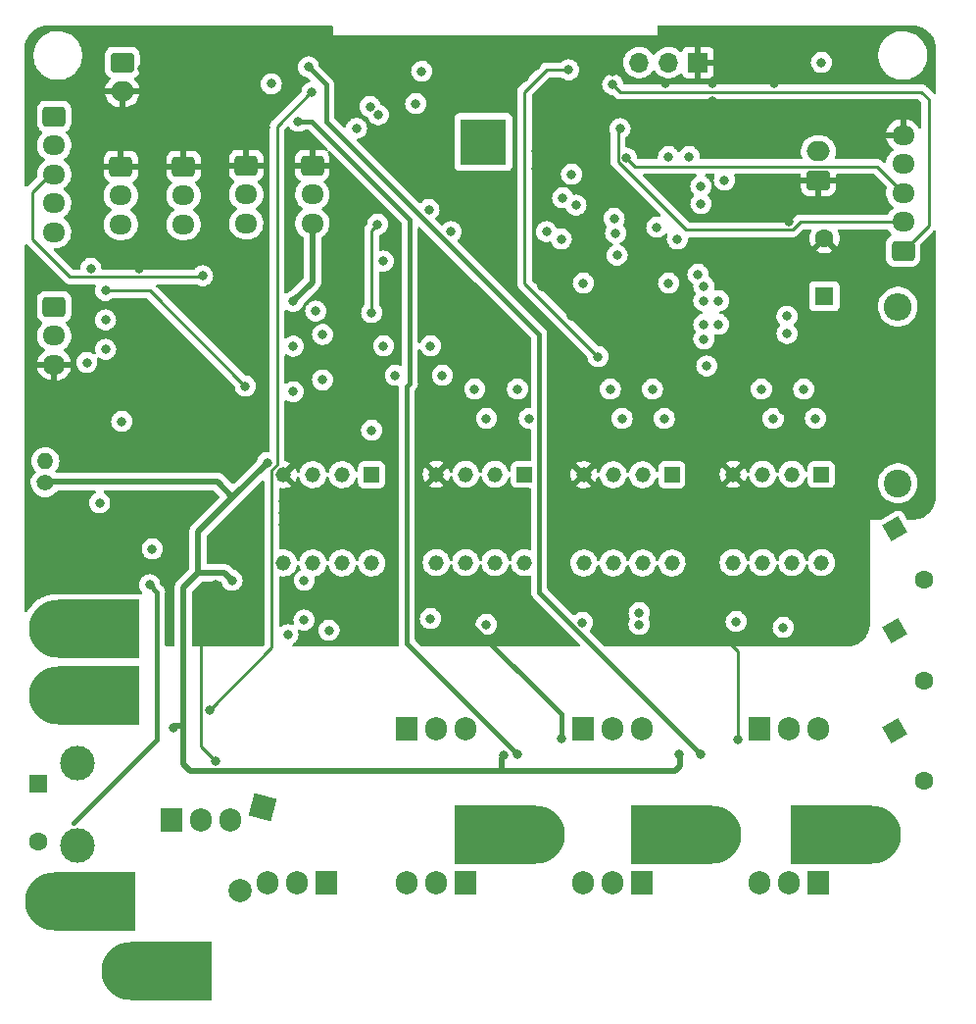
<source format=gbr>
%TF.GenerationSoftware,KiCad,Pcbnew,(6.0.7)*%
%TF.CreationDate,2022-12-27T00:24:06+11:00*%
%TF.ProjectId,esp32_esc,65737033-325f-4657-9363-2e6b69636164,rev?*%
%TF.SameCoordinates,Original*%
%TF.FileFunction,Copper,L2,Inr*%
%TF.FilePolarity,Positive*%
%FSLAX46Y46*%
G04 Gerber Fmt 4.6, Leading zero omitted, Abs format (unit mm)*
G04 Created by KiCad (PCBNEW (6.0.7)) date 2022-12-27 00:24:06*
%MOMM*%
%LPD*%
G01*
G04 APERTURE LIST*
G04 Aperture macros list*
%AMRoundRect*
0 Rectangle with rounded corners*
0 $1 Rounding radius*
0 $2 $3 $4 $5 $6 $7 $8 $9 X,Y pos of 4 corners*
0 Add a 4 corners polygon primitive as box body*
4,1,4,$2,$3,$4,$5,$6,$7,$8,$9,$2,$3,0*
0 Add four circle primitives for the rounded corners*
1,1,$1+$1,$2,$3*
1,1,$1+$1,$4,$5*
1,1,$1+$1,$6,$7*
1,1,$1+$1,$8,$9*
0 Add four rect primitives between the rounded corners*
20,1,$1+$1,$2,$3,$4,$5,0*
20,1,$1+$1,$4,$5,$6,$7,0*
20,1,$1+$1,$6,$7,$8,$9,0*
20,1,$1+$1,$8,$9,$2,$3,0*%
%AMRotRect*
0 Rectangle, with rotation*
0 The origin of the aperture is its center*
0 $1 length*
0 $2 width*
0 $3 Rotation angle, in degrees counterclockwise*
0 Add horizontal line*
21,1,$1,$2,0,0,$3*%
%AMFreePoly0*
4,1,32,7.000000,-2.500000,0.000000,-2.500000,0.000000,-2.495067,-0.156976,-2.495067,-0.468453,-2.455718,-0.772542,-2.377641,-1.064448,-2.262068,-1.339567,-2.110820,-1.593560,-1.926283,-1.822422,-1.711368,-2.022542,-1.469463,-2.190767,-1.204384,-2.324441,-0.920311,-2.421458,-0.621725,-2.480287,-0.313333,-2.500000,0.000000,-2.480287,0.313333,-2.421458,0.621725,-2.324441,0.920311,-2.190767,1.204384,
-2.022542,1.469463,-1.822422,1.711368,-1.593560,1.926283,-1.339567,2.110820,-1.064448,2.262068,-0.772542,2.377641,-0.468453,2.455718,-0.156976,2.495067,0.000000,2.495067,0.000000,2.500000,7.000000,2.500000,7.000000,-2.500000,7.000000,-2.500000,$1*%
G04 Aperture macros list end*
%TA.AperFunction,ComponentPad*%
%ADD10RotRect,2.000000X2.000000X255.000000*%
%TD*%
%TA.AperFunction,ComponentPad*%
%ADD11C,2.000000*%
%TD*%
%TA.AperFunction,ComponentPad*%
%ADD12R,1.600000X1.600000*%
%TD*%
%TA.AperFunction,ComponentPad*%
%ADD13C,1.600000*%
%TD*%
%TA.AperFunction,ComponentPad*%
%ADD14R,4.000000X4.000000*%
%TD*%
%TA.AperFunction,ComponentPad*%
%ADD15FreePoly0,0.000000*%
%TD*%
%TA.AperFunction,ComponentPad*%
%ADD16R,1.318000X1.318000*%
%TD*%
%TA.AperFunction,ComponentPad*%
%ADD17C,1.318000*%
%TD*%
%TA.AperFunction,ComponentPad*%
%ADD18RoundRect,0.250000X-0.750000X0.600000X-0.750000X-0.600000X0.750000X-0.600000X0.750000X0.600000X0*%
%TD*%
%TA.AperFunction,ComponentPad*%
%ADD19O,2.000000X1.700000*%
%TD*%
%TA.AperFunction,ComponentPad*%
%ADD20FreePoly0,180.000000*%
%TD*%
%TA.AperFunction,ComponentPad*%
%ADD21RoundRect,0.250000X-0.725000X0.600000X-0.725000X-0.600000X0.725000X-0.600000X0.725000X0.600000X0*%
%TD*%
%TA.AperFunction,ComponentPad*%
%ADD22O,1.950000X1.700000*%
%TD*%
%TA.AperFunction,ComponentPad*%
%ADD23R,1.700000X1.700000*%
%TD*%
%TA.AperFunction,ComponentPad*%
%ADD24O,1.700000X1.700000*%
%TD*%
%TA.AperFunction,ComponentPad*%
%ADD25RotRect,1.600000X1.600000X300.000000*%
%TD*%
%TA.AperFunction,ComponentPad*%
%ADD26RoundRect,0.250000X0.725000X-0.600000X0.725000X0.600000X-0.725000X0.600000X-0.725000X-0.600000X0*%
%TD*%
%TA.AperFunction,ComponentPad*%
%ADD27C,2.400000*%
%TD*%
%TA.AperFunction,ComponentPad*%
%ADD28O,2.400000X2.400000*%
%TD*%
%TA.AperFunction,ComponentPad*%
%ADD29C,1.400000*%
%TD*%
%TA.AperFunction,ComponentPad*%
%ADD30O,1.400000X1.400000*%
%TD*%
%TA.AperFunction,ComponentPad*%
%ADD31RoundRect,0.250000X0.750000X-0.600000X0.750000X0.600000X-0.750000X0.600000X-0.750000X-0.600000X0*%
%TD*%
%TA.AperFunction,ComponentPad*%
%ADD32R,1.905000X2.000000*%
%TD*%
%TA.AperFunction,ComponentPad*%
%ADD33O,1.905000X2.000000*%
%TD*%
%TA.AperFunction,ComponentPad*%
%ADD34C,3.000000*%
%TD*%
%TA.AperFunction,ViaPad*%
%ADD35C,0.800000*%
%TD*%
%TA.AperFunction,Conductor*%
%ADD36C,0.508000*%
%TD*%
%TA.AperFunction,Conductor*%
%ADD37C,0.250000*%
%TD*%
%TA.AperFunction,Conductor*%
%ADD38C,0.381000*%
%TD*%
%TA.AperFunction,Conductor*%
%ADD39C,0.254000*%
%TD*%
G04 APERTURE END LIST*
D10*
%TO.N,VBUS*%
%TO.C,C3*%
X61214000Y-102362000D03*
D11*
%TO.N,GNDPWR*%
X59272857Y-109606444D03*
%TD*%
D12*
%TO.N,VSC*%
%TO.C,C14*%
X41783000Y-100340349D03*
D13*
%TO.N,GNDPWR*%
X41783000Y-105340349D03*
%TD*%
D14*
%TO.N,N/C*%
%TO.C,REF\u002A\u002A*%
X80264000Y-44958000D03*
%TD*%
D15*
%TO.N,VSC*%
%TO.C,J4*%
X43482500Y-92710000D03*
%TD*%
D16*
%TO.N,RAW*%
%TO.C,U7*%
X96560000Y-73687500D03*
D17*
%TO.N,VH*%
X94020000Y-73687500D03*
%TO.N,VL*%
X91480000Y-73687500D03*
%TO.N,GND*%
X88940000Y-73687500D03*
%TO.N,Net-(R19-Pad1)*%
X88940000Y-81307500D03*
%TO.N,Net-(C20-Pad2)*%
X91480000Y-81307500D03*
%TO.N,Net-(R14-Pad1)*%
X94020000Y-81307500D03*
%TO.N,VBS*%
X96560000Y-81307500D03*
%TD*%
D18*
%TO.N,+3V3*%
%TO.C,J9*%
X49068000Y-38100000D03*
D19*
%TO.N,GND*%
X49068000Y-40600000D03*
%TD*%
D12*
%TO.N,RAW*%
%TO.C,C28*%
X109728000Y-58282651D03*
D13*
%TO.N,GND*%
X109728000Y-53282651D03*
%TD*%
D20*
%TO.N,Net-(C32-Pad2)*%
%TO.C,J8*%
X113870500Y-104775000D03*
%TD*%
D21*
%TO.N,GND*%
%TO.C,J10*%
X59773000Y-46990000D03*
D22*
%TO.N,brake1*%
X59773000Y-49490000D03*
%TO.N,+5V*%
X59773000Y-51990000D03*
%TD*%
D23*
%TO.N,GND*%
%TO.C,J17*%
X98806000Y-38100000D03*
D24*
%TO.N,Net-(J17-Pad2)*%
X96266000Y-38100000D03*
%TO.N,Net-(J17-Pad3)*%
X93726000Y-38100000D03*
%TD*%
D20*
%TO.N,Net-(J3-Pad1)*%
%TO.C,J3*%
X84787500Y-104775000D03*
%TD*%
D15*
%TO.N,GNDPWR*%
%TO.C,J5*%
X43180000Y-110490000D03*
%TD*%
D25*
%TO.N,VMOTOR*%
%TO.C,C4*%
X115844000Y-78385273D03*
D13*
%TO.N,GNDPWR*%
X118344000Y-82715400D03*
%TD*%
D21*
%TO.N,GND*%
%TO.C,J14*%
X65488000Y-46990000D03*
D22*
%TO.N,boost*%
X65488000Y-49490000D03*
%TO.N,+5V*%
X65488000Y-51990000D03*
%TD*%
D26*
%TO.N,hallC*%
%TO.C,J12*%
X116540000Y-54356000D03*
D22*
%TO.N,hallB*%
X116540000Y-51856000D03*
%TO.N,hallA*%
X116540000Y-49356000D03*
%TO.N,+5V*%
X116540000Y-46856000D03*
%TO.N,GND*%
X116540000Y-44356000D03*
%TD*%
D27*
%TO.N,Net-(D1-Pad2)*%
%TO.C,R1*%
X116078000Y-74422000D03*
D28*
%TO.N,RAW*%
X116078000Y-59182000D03*
%TD*%
D16*
%TO.N,RAW*%
%TO.C,U1*%
X83820000Y-73660000D03*
D17*
%TO.N,UH*%
X81280000Y-73660000D03*
%TO.N,UL*%
X78740000Y-73660000D03*
%TO.N,GND*%
X76200000Y-73660000D03*
%TO.N,Net-(R10-Pad1)*%
X76200000Y-81280000D03*
%TO.N,Net-(C10-Pad2)*%
X78740000Y-81280000D03*
%TO.N,Net-(R8-Pad1)*%
X81280000Y-81280000D03*
%TO.N,UBS*%
X83820000Y-81280000D03*
%TD*%
D15*
%TO.N,GNDPWR*%
%TO.C,J2*%
X49762500Y-116500000D03*
%TD*%
D21*
%TO.N,GND*%
%TO.C,J11*%
X48943000Y-47070000D03*
D22*
%TO.N,throttle*%
X48943000Y-49570000D03*
%TO.N,+5V*%
X48943000Y-52070000D03*
%TD*%
D20*
%TO.N,Net-(J6-Pad1)*%
%TO.C,J6*%
X100027500Y-104775000D03*
%TD*%
D16*
%TO.N,RAW*%
%TO.C,U11*%
X109474000Y-73660000D03*
D17*
%TO.N,WH*%
X106934000Y-73660000D03*
%TO.N,WL*%
X104394000Y-73660000D03*
%TO.N,GND*%
X101854000Y-73660000D03*
%TO.N,Net-(R29-Pad1)*%
X101854000Y-81280000D03*
%TO.N,Net-(C32-Pad2)*%
X104394000Y-81280000D03*
%TO.N,Net-(R26-Pad1)*%
X106934000Y-81280000D03*
%TO.N,WBS*%
X109474000Y-81280000D03*
%TD*%
D25*
%TO.N,VMOTOR*%
%TO.C,C43*%
X115844000Y-87115642D03*
D13*
%TO.N,GNDPWR*%
X118344000Y-91445769D03*
%TD*%
D21*
%TO.N,TX_forbms*%
%TO.C,J16*%
X43180000Y-59190000D03*
D22*
%TO.N,RX_forbms*%
X43180000Y-61690000D03*
%TO.N,GND*%
X43180000Y-64190000D03*
%TD*%
D29*
%TO.N,+5V*%
%TO.C,TH1*%
X42418000Y-74406000D03*
D30*
%TO.N,Tsense*%
X42418000Y-72506000D03*
%TD*%
D15*
%TO.N,VBUS*%
%TO.C,J1*%
X43482500Y-86995000D03*
%TD*%
D16*
%TO.N,RAW*%
%TO.C,U3*%
X70612000Y-73687500D03*
D17*
%TO.N,SR*%
X68072000Y-73687500D03*
%TO.N,SW*%
X65532000Y-73687500D03*
%TO.N,GND*%
X62992000Y-73687500D03*
%TO.N,Net-(R11-Pad1)*%
X62992000Y-81307500D03*
%TO.N,Vs*%
X65532000Y-81307500D03*
%TO.N,Net-(R9-Pad1)*%
X68072000Y-81307500D03*
%TO.N,cp*%
X70612000Y-81307500D03*
%TD*%
D21*
%TO.N,BLK*%
%TO.C,J15*%
X43180000Y-42752000D03*
D22*
%TO.N,CS*%
X43180000Y-45252000D03*
%TO.N,DC*%
X43180000Y-47752000D03*
%TO.N,SDA*%
X43180000Y-50252000D03*
%TO.N,SCL*%
X43180000Y-52752000D03*
%TD*%
D31*
%TO.N,GND*%
%TO.C,J7*%
X109220000Y-48260000D03*
D19*
%TO.N,RAW*%
X109220000Y-45760000D03*
%TD*%
D25*
%TO.N,VMOTOR*%
%TO.C,C5*%
X115844000Y-95751642D03*
D13*
%TO.N,GNDPWR*%
X118344000Y-100081769D03*
%TD*%
D21*
%TO.N,GND*%
%TO.C,J13*%
X54358000Y-47070000D03*
D22*
%TO.N,brake2*%
X54358000Y-49570000D03*
%TO.N,+5V*%
X54358000Y-52070000D03*
%TD*%
D32*
%TO.N,Net-(Q8-Pad1)*%
%TO.C,Q8*%
X104140000Y-95590000D03*
D33*
%TO.N,VMOTOR*%
X106680000Y-95590000D03*
%TO.N,Net-(C32-Pad2)*%
X109220000Y-95590000D03*
%TD*%
D32*
%TO.N,Net-(Q9-Pad1)*%
%TO.C,Q9*%
X109220000Y-108880000D03*
D33*
%TO.N,Net-(C32-Pad2)*%
X106680000Y-108880000D03*
%TO.N,GNDPWR*%
X104140000Y-108880000D03*
%TD*%
D32*
%TO.N,Net-(Q5-Pad1)*%
%TO.C,Q5*%
X88900000Y-95590000D03*
D33*
%TO.N,VMOTOR*%
X91440000Y-95590000D03*
%TO.N,Net-(C20-Pad2)*%
X93980000Y-95590000D03*
%TD*%
D34*
%TO.N,VSC*%
%TO.C,L1*%
X45212000Y-98558000D03*
%TO.N,Vs*%
X45212000Y-105658000D03*
%TD*%
D32*
%TO.N,Net-(Q4-Pad1)*%
%TO.C,Q4*%
X66675000Y-108880000D03*
D33*
%TO.N,Vs*%
X64135000Y-108880000D03*
%TO.N,GNDPWR*%
X61595000Y-108880000D03*
%TD*%
D32*
%TO.N,Net-(Q3-Pad1)*%
%TO.C,Q3*%
X78740000Y-108880000D03*
D33*
%TO.N,Net-(C10-Pad2)*%
X76200000Y-108880000D03*
%TO.N,GNDPWR*%
X73660000Y-108880000D03*
%TD*%
D32*
%TO.N,Net-(Q2-Pad1)*%
%TO.C,Q2*%
X53340000Y-103505000D03*
D33*
%TO.N,Net-(Q2-Pad2)*%
X55880000Y-103505000D03*
%TO.N,Vs*%
X58420000Y-103505000D03*
%TD*%
D32*
%TO.N,Net-(Q1-Pad1)*%
%TO.C,Q1*%
X73660000Y-95590000D03*
D33*
%TO.N,VMOTOR*%
X76200000Y-95590000D03*
%TO.N,Net-(C10-Pad2)*%
X78740000Y-95590000D03*
%TD*%
D32*
%TO.N,Net-(Q6-Pad1)*%
%TO.C,Q6*%
X93980000Y-108880000D03*
D33*
%TO.N,Net-(C20-Pad2)*%
X91440000Y-108880000D03*
%TO.N,GNDPWR*%
X88900000Y-108880000D03*
%TD*%
D35*
%TO.N,+5V*%
X100584000Y-58674000D03*
X105303750Y-68834000D03*
X84233000Y-68826000D03*
X92256000Y-68834000D03*
X108960750Y-68834000D03*
X96266000Y-57150000D03*
X99314000Y-58674000D03*
X53467000Y-95504000D03*
X80534000Y-68834000D03*
X106500000Y-61500000D03*
X97155000Y-97790000D03*
X98806000Y-56388000D03*
X97028000Y-53340000D03*
X82042000Y-97917000D03*
X63837000Y-62595000D03*
X99314000Y-57404000D03*
X72663000Y-65116500D03*
X99568000Y-64297500D03*
X63825250Y-58720250D03*
X106500000Y-60000000D03*
X63837000Y-66516000D03*
X76727000Y-65116500D03*
X100584000Y-60706000D03*
X95901000Y-68834000D03*
X61595000Y-72644000D03*
X58547000Y-82804000D03*
X99314000Y-61976000D03*
X99314000Y-60706000D03*
%TO.N,GND*%
X45466000Y-50038000D03*
X74676000Y-47752000D03*
X100076000Y-39878000D03*
X60960000Y-78740000D03*
X94488000Y-41656000D03*
X83820000Y-77216000D03*
X82804000Y-40386000D03*
X88011000Y-37338000D03*
X49530000Y-43688000D03*
X83820000Y-39370000D03*
X53848000Y-75692000D03*
X101600000Y-62230000D03*
X44958000Y-45720000D03*
X50800000Y-38608000D03*
X59944000Y-56388000D03*
X63000000Y-76000000D03*
X57150000Y-83185000D03*
X86995000Y-96497500D03*
X105410000Y-39878000D03*
X44958000Y-43688000D03*
X77724000Y-63246000D03*
X106934000Y-45974000D03*
X86360000Y-65278000D03*
X83820000Y-78740000D03*
X87376000Y-68580000D03*
X82804000Y-51816000D03*
X100838000Y-67564000D03*
X70612000Y-45466000D03*
X91440000Y-38862000D03*
X61468000Y-43688000D03*
X57785000Y-38735000D03*
X102235000Y-96520000D03*
X109474000Y-62992000D03*
X106172000Y-68072000D03*
X64516000Y-37338000D03*
X51837500Y-62865000D03*
X109474000Y-60452000D03*
X63500000Y-68072000D03*
X69342000Y-67310000D03*
X78740000Y-56896000D03*
X77216000Y-56896000D03*
X43688000Y-78740000D03*
X111506000Y-60452000D03*
X105410000Y-41656000D03*
X75692000Y-56896000D03*
X75184000Y-79756000D03*
X84836000Y-45720000D03*
X53848000Y-68072000D03*
X74676000Y-37592000D03*
X63000000Y-78000000D03*
X77216000Y-49784000D03*
X75184000Y-78232000D03*
X71628000Y-75692000D03*
X109474000Y-61722000D03*
X86360000Y-42672000D03*
X111506000Y-61722000D03*
X50546000Y-55880000D03*
X105410000Y-45720000D03*
X66802000Y-36576000D03*
X85344000Y-57404000D03*
X100076000Y-41402000D03*
X70358000Y-65024000D03*
X43688000Y-69088000D03*
X83820000Y-62484000D03*
X60452000Y-63500000D03*
X50800000Y-68072000D03*
X84836000Y-47244000D03*
X75184000Y-59944000D03*
X65532000Y-67310000D03*
X71628000Y-77724000D03*
X51054000Y-65532000D03*
X106680000Y-51816000D03*
X86360000Y-75184000D03*
X79248000Y-41148000D03*
X71628000Y-76708000D03*
X57150000Y-98425000D03*
X83820000Y-75692000D03*
X43688000Y-83312000D03*
X87884000Y-59944000D03*
X88900000Y-65278000D03*
X58420000Y-71628000D03*
X84836000Y-38354000D03*
X41148000Y-75692000D03*
X87376000Y-71120000D03*
X75184000Y-76708000D03*
X78994000Y-86360000D03*
X100838000Y-86106000D03*
X114300000Y-42545000D03*
X96012000Y-39878000D03*
X101600000Y-51435000D03*
X74676000Y-46482000D03*
X106680000Y-49530000D03*
X111506000Y-62992000D03*
X64008000Y-54102000D03*
X50800000Y-42164000D03*
X51816000Y-81788000D03*
X63000000Y-77000000D03*
X54864000Y-43688000D03*
%TO.N,RAW*%
X70612000Y-69850000D03*
%TO.N,Vs*%
X51435000Y-83185000D03*
%TO.N,hallC*%
X91440000Y-40005000D03*
%TO.N,hallB*%
X92075000Y-43815000D03*
%TO.N,hallA*%
X92618500Y-46355000D03*
%TO.N,Net-(Q4-Pad1)*%
X64770000Y-86233000D03*
X66929000Y-87122000D03*
%TO.N,Net-(Q5-Pad1)*%
X93726000Y-86614000D03*
%TO.N,Net-(Q6-Pad1)*%
X88823615Y-86436385D03*
%TO.N,Net-(Q8-Pad1)*%
X106172000Y-86868000D03*
%TO.N,Net-(Q9-Pad1)*%
X102108000Y-86360000D03*
%TO.N,+3V3*%
X75711000Y-62576500D03*
X94885000Y-66294000D03*
X98044000Y-46228000D03*
X66377000Y-65500000D03*
X66377000Y-61579000D03*
X74930000Y-38862000D03*
X104287750Y-66294000D03*
X71647000Y-62576500D03*
X79518000Y-66294000D03*
X91240000Y-66294000D03*
X109474000Y-38100000D03*
X99060000Y-50292000D03*
X65786000Y-59563000D03*
X83217000Y-66286000D03*
X99060000Y-48768000D03*
X61942904Y-39943719D03*
X96266000Y-46228000D03*
X107944750Y-66294000D03*
X95250000Y-52324000D03*
X101092000Y-48260000D03*
%TO.N,I_totsense*%
X64790767Y-82800999D03*
X46000000Y-64000000D03*
%TO.N,I_Usense*%
X83185000Y-97790000D03*
X64262000Y-43180000D03*
%TO.N,I_Vsense*%
X65159287Y-38489288D03*
X99060000Y-97790000D03*
%TO.N,Net-(Q2-Pad1)*%
X63373000Y-87503000D03*
%TO.N,Net-(C23-Pad2)*%
X51655129Y-80103129D03*
X47113750Y-76116250D03*
%TO.N,I_Bsense*%
X56604500Y-93980000D03*
X65445118Y-40679412D03*
%TO.N,SCL*%
X75565000Y-50800000D03*
%TO.N,SDA*%
X77470000Y-52705000D03*
%TO.N,CS*%
X85725000Y-52705000D03*
%TO.N,RX_forbms*%
X91567000Y-51562000D03*
%TO.N,TX_forbms*%
X88265000Y-50419000D03*
%TO.N,Net-(C24-Pad2)*%
X59690000Y-66040000D03*
X47625000Y-57785000D03*
%TO.N,Net-(C25-Pad2)*%
X47625000Y-62865000D03*
%TO.N,Tsense*%
X47625000Y-60325000D03*
%TO.N,DC*%
X71628000Y-55245500D03*
X56007000Y-56515000D03*
%TO.N,/3V3to5V1/LIN*%
X88900000Y-57150000D03*
X86995000Y-53340000D03*
%TO.N,/3V3to5V2/LIN*%
X91694000Y-52832000D03*
X91821000Y-54737000D03*
%TO.N,/3V3to5V4/LIN*%
X87884000Y-47752000D03*
X87122000Y-49784000D03*
%TO.N,/3V3to5V5/LIN*%
X87630000Y-38735000D03*
X90170000Y-63500000D03*
%TO.N,Net-(Q1-Pad1)*%
X80518000Y-86614000D03*
%TO.N,Net-(R3-Pad2)*%
X71191755Y-42616755D03*
%TO.N,Net-(R12-Pad1)*%
X69308469Y-43791313D03*
%TO.N,Net-(R12-Pad2)*%
X46355000Y-55880000D03*
%TO.N,Net-(Q3-Pad1)*%
X75692000Y-86106000D03*
%TO.N,Net-(R2-Pad2)*%
X70485000Y-41910000D03*
%TO.N,Net-(R16-Pad1)*%
X74422000Y-41656000D03*
%TO.N,/3V3to5V9/LIN*%
X71125714Y-52064286D03*
X70612000Y-59690000D03*
%TO.N,GNDPWR*%
X49022000Y-69088000D03*
%TO.N,Net-(C20-Pad2)*%
X93726000Y-85598000D03*
%TD*%
D36*
%TO.N,+5V*%
X57912000Y-82169000D02*
X58547000Y-82804000D01*
X65488000Y-51990000D02*
X65488000Y-57057500D01*
X81823000Y-99279000D02*
X96809000Y-99279000D01*
X54356000Y-83439000D02*
X54356000Y-95377000D01*
X53594000Y-95377000D02*
X53467000Y-95504000D01*
X61595000Y-72644000D02*
X58610500Y-75628500D01*
X55626000Y-82169000D02*
X57912000Y-82169000D01*
X54356000Y-95377000D02*
X53594000Y-95377000D01*
X57272000Y-74290000D02*
X41910000Y-74290000D01*
X54356000Y-98679000D02*
X54956000Y-99279000D01*
X54356000Y-95377000D02*
X54356000Y-98679000D01*
X55626000Y-82169000D02*
X54356000Y-83439000D01*
X96809000Y-99279000D02*
X97282000Y-98806000D01*
X97282000Y-97917000D02*
X97155000Y-97790000D01*
X97282000Y-98806000D02*
X97282000Y-97917000D01*
X54956000Y-99279000D02*
X81823000Y-99279000D01*
X81823000Y-98136000D02*
X82042000Y-97917000D01*
X65488000Y-57057500D02*
X63825250Y-58720250D01*
X81823000Y-99279000D02*
X81823000Y-98136000D01*
X58610500Y-75628500D02*
X57272000Y-74290000D01*
X55626000Y-78613000D02*
X55626000Y-82169000D01*
X58610500Y-75628500D02*
X55626000Y-78613000D01*
D37*
%TO.N,GND*%
X55880000Y-97155000D02*
X55880000Y-84455000D01*
X57150000Y-98425000D02*
X55880000Y-97155000D01*
X100838000Y-86106000D02*
X100838000Y-87503000D01*
D38*
X86995000Y-94361000D02*
X86995000Y-96497500D01*
D37*
X100838000Y-87503000D02*
X102235000Y-88900000D01*
X55880000Y-84455000D02*
X57150000Y-83185000D01*
D38*
X78994000Y-86360000D02*
X86995000Y-94361000D01*
D37*
X102235000Y-88900000D02*
X102235000Y-96520000D01*
D38*
%TO.N,Vs*%
X52070000Y-96520000D02*
X52070000Y-83820000D01*
X44831000Y-103759000D02*
X52070000Y-96520000D01*
X52070000Y-83820000D02*
X51435000Y-83185000D01*
D39*
%TO.N,hallC*%
X118110000Y-40640000D02*
X92075000Y-40640000D01*
X92075000Y-40640000D02*
X91440000Y-40005000D01*
X118745000Y-41275000D02*
X118110000Y-40640000D01*
X116540000Y-54356000D02*
X118745000Y-52151000D01*
X118745000Y-52151000D02*
X118745000Y-41275000D01*
%TO.N,hallB*%
X97778366Y-52543000D02*
X91891500Y-46656134D01*
X107668134Y-51856000D02*
X106981134Y-52543000D01*
X116540000Y-51856000D02*
X107668134Y-51856000D01*
X91891500Y-43998500D02*
X92075000Y-43815000D01*
X91891500Y-46656134D02*
X91891500Y-43998500D01*
X106981134Y-52543000D02*
X97778366Y-52543000D01*
%TO.N,hallA*%
X116540000Y-49356000D02*
X114267000Y-47083000D01*
X114267000Y-47083000D02*
X93346500Y-47083000D01*
X93346500Y-47083000D02*
X92618500Y-46355000D01*
D38*
%TO.N,I_Usense*%
X73660000Y-88265000D02*
X83185000Y-97790000D01*
X64262000Y-43180000D02*
X65405000Y-43180000D01*
X73660000Y-66040000D02*
X73660000Y-88265000D01*
X73914000Y-51689000D02*
X73914000Y-65786000D01*
X73914000Y-65786000D02*
X73660000Y-66040000D01*
X65405000Y-43180000D02*
X73914000Y-51689000D01*
%TO.N,I_Vsense*%
X66675000Y-40005000D02*
X66675000Y-43180000D01*
X85090000Y-61595000D02*
X85090000Y-83820000D01*
X65159287Y-38489288D02*
X66675000Y-40005000D01*
X66675000Y-43180000D02*
X85090000Y-61595000D01*
X85090000Y-83820000D02*
X99060000Y-97790000D01*
D37*
%TO.N,I_Bsense*%
X61976000Y-88608500D02*
X56604500Y-93980000D01*
X62447000Y-72817305D02*
X61976000Y-73288305D01*
X61976000Y-79756000D02*
X61976000Y-88608500D01*
X62447000Y-43598000D02*
X62447000Y-72817305D01*
X65445118Y-40679412D02*
X65365588Y-40679412D01*
X61976000Y-73288305D02*
X61976000Y-79756000D01*
X65365588Y-40679412D02*
X62447000Y-43598000D01*
%TO.N,Net-(C24-Pad2)*%
X51435000Y-57785000D02*
X47625000Y-57785000D01*
X59690000Y-66040000D02*
X51435000Y-57785000D01*
D39*
%TO.N,DC*%
X56007000Y-56515000D02*
X55915000Y-56607000D01*
X44542000Y-56607000D02*
X41275000Y-53340000D01*
X41275000Y-53340000D02*
X41275000Y-49290000D01*
X55915000Y-56607000D02*
X44542000Y-56607000D01*
X41275000Y-49290000D02*
X43480000Y-47085000D01*
%TO.N,/3V3to5V5/LIN*%
X83820000Y-57150000D02*
X83820000Y-40640000D01*
X90170000Y-63500000D02*
X83820000Y-57150000D01*
X83820000Y-40640000D02*
X85725000Y-38735000D01*
X85725000Y-38735000D02*
X87630000Y-38735000D01*
%TO.N,/3V3to5V9/LIN*%
X70612000Y-52578000D02*
X70612000Y-59690000D01*
X71125714Y-52064286D02*
X70612000Y-52578000D01*
%TD*%
%TA.AperFunction,Conductor*%
%TO.N,GND*%
G36*
X67222121Y-34945002D02*
G01*
X67268614Y-34998658D01*
X67280000Y-35051000D01*
X67280000Y-35750000D01*
X95280000Y-35750000D01*
X95280000Y-35051000D01*
X95300002Y-34982879D01*
X95353658Y-34936386D01*
X95406000Y-34925000D01*
X117375499Y-34925000D01*
X117384487Y-34925321D01*
X117433871Y-34928853D01*
X117655650Y-34944715D01*
X117673433Y-34947272D01*
X117934658Y-35004098D01*
X117951900Y-35009160D01*
X118202393Y-35102589D01*
X118218740Y-35110055D01*
X118453375Y-35238176D01*
X118468498Y-35247895D01*
X118682510Y-35408103D01*
X118696096Y-35419876D01*
X118885124Y-35608904D01*
X118896897Y-35622490D01*
X119057105Y-35836502D01*
X119066824Y-35851625D01*
X119162786Y-36027366D01*
X119175331Y-36050339D01*
X119194945Y-36086260D01*
X119202411Y-36102607D01*
X119275110Y-36297521D01*
X119295839Y-36353097D01*
X119300902Y-36370342D01*
X119357728Y-36631567D01*
X119360285Y-36649350D01*
X119371940Y-36812306D01*
X119379679Y-36920513D01*
X119380000Y-36929501D01*
X119380000Y-40707077D01*
X119359998Y-40775198D01*
X119306342Y-40821691D01*
X119236068Y-40831795D01*
X119171488Y-40802301D01*
X119164905Y-40796172D01*
X118615250Y-40246517D01*
X118607674Y-40238191D01*
X118603553Y-40231697D01*
X118553734Y-40184914D01*
X118550893Y-40182160D01*
X118531094Y-40162361D01*
X118527969Y-40159937D01*
X118527960Y-40159929D01*
X118527874Y-40159863D01*
X118518849Y-40152155D01*
X118492285Y-40127210D01*
X118486506Y-40121783D01*
X118468669Y-40111977D01*
X118452153Y-40101127D01*
X118436067Y-40088650D01*
X118395334Y-40071024D01*
X118384686Y-40065807D01*
X118373058Y-40059415D01*
X118345803Y-40044431D01*
X118338128Y-40042460D01*
X118338122Y-40042458D01*
X118326089Y-40039369D01*
X118307387Y-40032966D01*
X118288708Y-40024883D01*
X118254872Y-40019524D01*
X118244873Y-40017940D01*
X118233260Y-40015535D01*
X118190282Y-40004500D01*
X118169935Y-40004500D01*
X118150224Y-40002949D01*
X118137950Y-40001005D01*
X118130121Y-39999765D01*
X118122229Y-40000511D01*
X118085944Y-40003941D01*
X118074086Y-40004500D01*
X92466902Y-40004500D01*
X92398781Y-39984498D01*
X92352288Y-39930842D01*
X92341592Y-39891669D01*
X92341238Y-39888294D01*
X92333542Y-39815072D01*
X92274527Y-39633444D01*
X92250176Y-39591266D01*
X92221077Y-39540866D01*
X92179040Y-39468056D01*
X92169652Y-39457629D01*
X92055675Y-39331045D01*
X92055674Y-39331044D01*
X92051253Y-39326134D01*
X91923831Y-39233556D01*
X91902094Y-39217763D01*
X91902093Y-39217762D01*
X91896752Y-39213882D01*
X91890724Y-39211198D01*
X91890722Y-39211197D01*
X91728319Y-39138891D01*
X91728318Y-39138891D01*
X91722288Y-39136206D01*
X91609721Y-39112279D01*
X91541944Y-39097872D01*
X91541939Y-39097872D01*
X91535487Y-39096500D01*
X91344513Y-39096500D01*
X91338061Y-39097872D01*
X91338056Y-39097872D01*
X91270279Y-39112279D01*
X91157712Y-39136206D01*
X91151682Y-39138891D01*
X91151681Y-39138891D01*
X90989278Y-39211197D01*
X90989276Y-39211198D01*
X90983248Y-39213882D01*
X90977907Y-39217762D01*
X90977906Y-39217763D01*
X90956169Y-39233556D01*
X90828747Y-39326134D01*
X90824326Y-39331044D01*
X90824325Y-39331045D01*
X90710349Y-39457629D01*
X90700960Y-39468056D01*
X90658923Y-39540866D01*
X90629825Y-39591266D01*
X90605473Y-39633444D01*
X90546458Y-39815072D01*
X90545768Y-39821633D01*
X90545768Y-39821635D01*
X90527372Y-39996663D01*
X90526496Y-40005000D01*
X90527186Y-40011565D01*
X90545406Y-40184915D01*
X90546458Y-40194928D01*
X90605473Y-40376556D01*
X90608776Y-40382278D01*
X90608777Y-40382279D01*
X90625866Y-40411878D01*
X90700960Y-40541944D01*
X90705378Y-40546851D01*
X90705379Y-40546852D01*
X90771133Y-40619879D01*
X90828747Y-40683866D01*
X90860694Y-40707077D01*
X90970982Y-40787206D01*
X90983248Y-40796118D01*
X90989276Y-40798802D01*
X90989278Y-40798803D01*
X91143683Y-40867548D01*
X91157712Y-40873794D01*
X91251112Y-40893647D01*
X91338056Y-40912128D01*
X91338061Y-40912128D01*
X91344513Y-40913500D01*
X91397577Y-40913500D01*
X91465698Y-40933502D01*
X91486672Y-40950405D01*
X91569750Y-41033483D01*
X91577326Y-41041809D01*
X91581447Y-41048303D01*
X91587222Y-41053726D01*
X91631265Y-41095085D01*
X91634107Y-41097840D01*
X91653906Y-41117639D01*
X91657037Y-41120068D01*
X91657042Y-41120072D01*
X91657128Y-41120139D01*
X91666153Y-41127847D01*
X91698494Y-41158217D01*
X91705439Y-41162035D01*
X91705443Y-41162038D01*
X91716334Y-41168026D01*
X91732855Y-41178878D01*
X91748934Y-41191350D01*
X91789655Y-41208971D01*
X91800311Y-41214192D01*
X91832245Y-41231748D01*
X91832251Y-41231750D01*
X91839197Y-41235569D01*
X91846872Y-41237540D01*
X91846878Y-41237542D01*
X91858911Y-41240631D01*
X91877613Y-41247034D01*
X91896292Y-41255117D01*
X91904118Y-41256357D01*
X91904123Y-41256358D01*
X91940120Y-41262060D01*
X91951740Y-41264466D01*
X91987037Y-41273528D01*
X91994718Y-41275500D01*
X92015066Y-41275500D01*
X92034778Y-41277051D01*
X92054880Y-41280235D01*
X92099055Y-41276059D01*
X92110914Y-41275500D01*
X117794577Y-41275500D01*
X117862698Y-41295502D01*
X117883673Y-41312405D01*
X118072596Y-41501329D01*
X118106621Y-41563641D01*
X118109500Y-41590424D01*
X118109500Y-43668167D01*
X118089498Y-43736288D01*
X118035842Y-43782781D01*
X117965568Y-43792885D01*
X117900988Y-43763391D01*
X117875781Y-43733533D01*
X117768984Y-43557538D01*
X117762720Y-43548948D01*
X117618673Y-43382948D01*
X117611042Y-43375528D01*
X117441089Y-43236174D01*
X117432322Y-43230150D01*
X117241318Y-43121424D01*
X117231654Y-43116959D01*
X117025059Y-43041969D01*
X117014792Y-43039198D01*
X116811826Y-43002496D01*
X116798586Y-43003915D01*
X116794000Y-43018550D01*
X116794000Y-44484000D01*
X116773998Y-44552121D01*
X116720342Y-44598614D01*
X116668000Y-44610000D01*
X115098808Y-44610000D01*
X115085277Y-44613973D01*
X115083752Y-44624580D01*
X115108477Y-44742421D01*
X115111537Y-44752617D01*
X115192263Y-44957029D01*
X115196994Y-44966561D01*
X115311016Y-45154462D01*
X115317280Y-45163052D01*
X115461327Y-45329052D01*
X115468958Y-45336472D01*
X115638911Y-45475826D01*
X115647674Y-45481848D01*
X115674711Y-45497238D01*
X115724018Y-45548320D01*
X115737880Y-45617951D01*
X115711897Y-45684022D01*
X115682747Y-45711261D01*
X115662545Y-45724862D01*
X115560681Y-45793441D01*
X115556824Y-45797120D01*
X115556822Y-45797122D01*
X115540023Y-45813148D01*
X115393865Y-45952576D01*
X115390682Y-45956854D01*
X115370898Y-45983444D01*
X115256246Y-46137542D01*
X115253830Y-46142293D01*
X115253828Y-46142297D01*
X115238912Y-46171635D01*
X115151760Y-46343051D01*
X115150178Y-46348145D01*
X115150177Y-46348148D01*
X115115442Y-46460012D01*
X115083393Y-46563227D01*
X115082692Y-46568513D01*
X115082692Y-46568515D01*
X115077437Y-46608167D01*
X115066305Y-46692161D01*
X115065735Y-46696459D01*
X115036956Y-46761361D01*
X114977657Y-46800401D01*
X114906665Y-46801184D01*
X114851732Y-46768999D01*
X114772250Y-46689517D01*
X114764674Y-46681191D01*
X114760553Y-46674697D01*
X114710734Y-46627914D01*
X114707893Y-46625160D01*
X114688094Y-46605361D01*
X114684969Y-46602937D01*
X114684960Y-46602929D01*
X114684874Y-46602863D01*
X114675849Y-46595155D01*
X114649285Y-46570210D01*
X114643506Y-46564783D01*
X114636058Y-46560688D01*
X114625671Y-46554978D01*
X114609153Y-46544127D01*
X114593067Y-46531650D01*
X114552334Y-46514024D01*
X114541686Y-46508807D01*
X114527425Y-46500967D01*
X114502803Y-46487431D01*
X114495128Y-46485460D01*
X114495122Y-46485458D01*
X114483089Y-46482369D01*
X114464387Y-46475966D01*
X114445708Y-46467883D01*
X114411872Y-46462524D01*
X114401873Y-46460940D01*
X114390260Y-46458535D01*
X114347282Y-46447500D01*
X114326935Y-46447500D01*
X114307224Y-46445949D01*
X114294950Y-46444005D01*
X114287121Y-46442765D01*
X114279229Y-46443511D01*
X114242944Y-46446941D01*
X114231086Y-46447500D01*
X110749030Y-46447500D01*
X110680909Y-46427498D01*
X110634416Y-46373842D01*
X110624312Y-46303568D01*
X110631867Y-46275650D01*
X110633240Y-46272949D01*
X110701607Y-46052773D01*
X110703555Y-46038072D01*
X110731198Y-45829511D01*
X110731198Y-45829506D01*
X110731898Y-45824226D01*
X110731667Y-45818056D01*
X110726714Y-45686148D01*
X110723249Y-45593842D01*
X110716400Y-45561197D01*
X110690316Y-45436882D01*
X110675907Y-45368209D01*
X110671810Y-45357834D01*
X110593185Y-45158744D01*
X110593184Y-45158742D01*
X110591224Y-45153779D01*
X110471623Y-44956683D01*
X110388467Y-44860854D01*
X110324023Y-44786588D01*
X110324021Y-44786586D01*
X110320523Y-44782555D01*
X110235225Y-44712615D01*
X110146373Y-44639760D01*
X110146367Y-44639756D01*
X110142245Y-44636376D01*
X110137609Y-44633737D01*
X110137606Y-44633735D01*
X109946529Y-44524968D01*
X109941886Y-44522325D01*
X109725175Y-44443663D01*
X109719926Y-44442714D01*
X109719923Y-44442713D01*
X109502392Y-44403377D01*
X109502385Y-44403376D01*
X109498308Y-44402639D01*
X109480586Y-44401803D01*
X109475644Y-44401570D01*
X109475637Y-44401570D01*
X109474156Y-44401500D01*
X109012110Y-44401500D01*
X108945191Y-44407178D01*
X108845591Y-44415629D01*
X108845587Y-44415630D01*
X108840280Y-44416080D01*
X108835125Y-44417418D01*
X108835119Y-44417419D01*
X108622297Y-44472657D01*
X108622293Y-44472658D01*
X108617128Y-44473999D01*
X108612262Y-44476191D01*
X108612259Y-44476192D01*
X108503980Y-44524968D01*
X108406925Y-44568688D01*
X108215681Y-44697441D01*
X108211824Y-44701120D01*
X108211822Y-44701122D01*
X108157842Y-44752617D01*
X108048865Y-44856576D01*
X107911246Y-45041542D01*
X107908830Y-45046293D01*
X107908828Y-45046297D01*
X107886012Y-45091173D01*
X107806760Y-45247051D01*
X107805178Y-45252145D01*
X107805177Y-45252148D01*
X107755285Y-45412827D01*
X107738393Y-45467227D01*
X107737692Y-45472516D01*
X107709378Y-45686148D01*
X107708102Y-45695774D01*
X107708302Y-45701103D01*
X107708302Y-45701105D01*
X107710699Y-45764949D01*
X107716751Y-45926158D01*
X107764093Y-46151791D01*
X107766051Y-46156750D01*
X107766052Y-46156752D01*
X107812837Y-46275218D01*
X107819255Y-46345924D01*
X107786428Y-46408876D01*
X107724777Y-46444086D01*
X107695645Y-46447500D01*
X99074371Y-46447500D01*
X99006250Y-46427498D01*
X98959757Y-46373842D01*
X98949061Y-46308329D01*
X98949562Y-46303568D01*
X98957504Y-46228000D01*
X98941236Y-46073216D01*
X98938232Y-46044635D01*
X98938232Y-46044633D01*
X98937542Y-46038072D01*
X98878527Y-45856444D01*
X98852168Y-45810788D01*
X98831516Y-45775018D01*
X98783040Y-45691056D01*
X98746178Y-45650116D01*
X98659675Y-45554045D01*
X98659674Y-45554044D01*
X98655253Y-45549134D01*
X98535501Y-45462129D01*
X98506094Y-45440763D01*
X98506093Y-45440762D01*
X98500752Y-45436882D01*
X98494724Y-45434198D01*
X98494722Y-45434197D01*
X98332319Y-45361891D01*
X98332318Y-45361891D01*
X98326288Y-45359206D01*
X98219334Y-45336472D01*
X98145944Y-45320872D01*
X98145939Y-45320872D01*
X98139487Y-45319500D01*
X97948513Y-45319500D01*
X97942061Y-45320872D01*
X97942056Y-45320872D01*
X97868666Y-45336472D01*
X97761712Y-45359206D01*
X97755682Y-45361891D01*
X97755681Y-45361891D01*
X97593278Y-45434197D01*
X97593276Y-45434198D01*
X97587248Y-45436882D01*
X97581907Y-45440762D01*
X97581906Y-45440763D01*
X97552499Y-45462129D01*
X97432747Y-45549134D01*
X97428326Y-45554044D01*
X97428325Y-45554045D01*
X97341823Y-45650116D01*
X97304960Y-45691056D01*
X97285046Y-45725548D01*
X97264119Y-45761795D01*
X97212737Y-45810788D01*
X97143023Y-45824224D01*
X97077112Y-45797838D01*
X97045881Y-45761795D01*
X97024954Y-45725548D01*
X97005040Y-45691056D01*
X96968178Y-45650116D01*
X96881675Y-45554045D01*
X96881674Y-45554044D01*
X96877253Y-45549134D01*
X96757501Y-45462129D01*
X96728094Y-45440763D01*
X96728093Y-45440762D01*
X96722752Y-45436882D01*
X96716724Y-45434198D01*
X96716722Y-45434197D01*
X96554319Y-45361891D01*
X96554318Y-45361891D01*
X96548288Y-45359206D01*
X96441334Y-45336472D01*
X96367944Y-45320872D01*
X96367939Y-45320872D01*
X96361487Y-45319500D01*
X96170513Y-45319500D01*
X96164061Y-45320872D01*
X96164056Y-45320872D01*
X96090666Y-45336472D01*
X95983712Y-45359206D01*
X95977682Y-45361891D01*
X95977681Y-45361891D01*
X95815278Y-45434197D01*
X95815276Y-45434198D01*
X95809248Y-45436882D01*
X95803907Y-45440762D01*
X95803906Y-45440763D01*
X95774499Y-45462129D01*
X95654747Y-45549134D01*
X95650326Y-45554044D01*
X95650325Y-45554045D01*
X95563823Y-45650116D01*
X95526960Y-45691056D01*
X95478484Y-45775018D01*
X95457833Y-45810788D01*
X95431473Y-45856444D01*
X95372458Y-46038072D01*
X95371768Y-46044633D01*
X95371768Y-46044635D01*
X95368764Y-46073216D01*
X95352496Y-46228000D01*
X95360439Y-46303568D01*
X95360939Y-46308329D01*
X95348167Y-46378168D01*
X95299665Y-46430015D01*
X95235629Y-46447500D01*
X93661923Y-46447500D01*
X93593802Y-46427498D01*
X93572828Y-46410595D01*
X93565290Y-46403057D01*
X93531264Y-46340745D01*
X93529075Y-46327132D01*
X93512732Y-46171635D01*
X93512732Y-46171633D01*
X93512042Y-46165072D01*
X93453027Y-45983444D01*
X93357540Y-45818056D01*
X93332694Y-45790461D01*
X93234175Y-45681045D01*
X93234174Y-45681044D01*
X93229753Y-45676134D01*
X93095596Y-45578663D01*
X93080594Y-45567763D01*
X93080593Y-45567762D01*
X93075252Y-45563882D01*
X93069224Y-45561198D01*
X93069222Y-45561197D01*
X92906819Y-45488891D01*
X92906818Y-45488891D01*
X92900788Y-45486206D01*
X92807387Y-45466353D01*
X92720444Y-45447872D01*
X92720439Y-45447872D01*
X92713987Y-45446500D01*
X92653000Y-45446500D01*
X92584879Y-45426498D01*
X92538386Y-45372842D01*
X92527000Y-45320500D01*
X92527000Y-44673770D01*
X92547002Y-44605649D01*
X92578937Y-44571836D01*
X92647083Y-44522325D01*
X92680909Y-44497749D01*
X92680911Y-44497747D01*
X92686253Y-44493866D01*
X92690675Y-44488955D01*
X92809622Y-44356851D01*
X92809623Y-44356849D01*
X92814040Y-44351944D01*
X92909527Y-44186556D01*
X92942836Y-44084043D01*
X115081139Y-44084043D01*
X115083335Y-44098207D01*
X115096522Y-44102000D01*
X116267885Y-44102000D01*
X116283124Y-44097525D01*
X116284329Y-44096135D01*
X116286000Y-44088452D01*
X116286000Y-43022151D01*
X116281690Y-43007473D01*
X116269807Y-43005410D01*
X116190675Y-43012124D01*
X116180203Y-43013914D01*
X115967465Y-43069130D01*
X115957425Y-43072665D01*
X115757030Y-43162937D01*
X115747744Y-43168106D01*
X115565425Y-43290850D01*
X115557130Y-43297519D01*
X115398100Y-43449228D01*
X115391059Y-43457186D01*
X115259859Y-43633525D01*
X115254255Y-43642562D01*
X115154643Y-43838484D01*
X115150643Y-43848335D01*
X115085466Y-44058240D01*
X115083183Y-44068624D01*
X115081139Y-44084043D01*
X92942836Y-44084043D01*
X92968542Y-44004928D01*
X92971722Y-43974678D01*
X92987814Y-43821565D01*
X92988504Y-43815000D01*
X92973159Y-43668998D01*
X92969232Y-43631635D01*
X92969232Y-43631633D01*
X92968542Y-43625072D01*
X92909527Y-43443444D01*
X92885176Y-43401266D01*
X92863048Y-43362940D01*
X92814040Y-43278056D01*
X92764179Y-43222679D01*
X92690675Y-43141045D01*
X92690674Y-43141044D01*
X92686253Y-43136134D01*
X92531752Y-43023882D01*
X92525724Y-43021198D01*
X92525722Y-43021197D01*
X92363319Y-42948891D01*
X92363318Y-42948891D01*
X92357288Y-42946206D01*
X92258482Y-42925204D01*
X92176944Y-42907872D01*
X92176939Y-42907872D01*
X92170487Y-42906500D01*
X91979513Y-42906500D01*
X91973061Y-42907872D01*
X91973056Y-42907872D01*
X91891518Y-42925204D01*
X91792712Y-42946206D01*
X91786682Y-42948891D01*
X91786681Y-42948891D01*
X91624278Y-43021197D01*
X91624276Y-43021198D01*
X91618248Y-43023882D01*
X91463747Y-43136134D01*
X91459326Y-43141044D01*
X91459325Y-43141045D01*
X91385822Y-43222679D01*
X91335960Y-43278056D01*
X91286952Y-43362940D01*
X91264825Y-43401266D01*
X91240473Y-43443444D01*
X91181458Y-43625072D01*
X91180768Y-43631633D01*
X91180768Y-43631635D01*
X91176841Y-43668998D01*
X91161496Y-43815000D01*
X91162186Y-43821565D01*
X91178279Y-43974678D01*
X91181458Y-44004928D01*
X91240473Y-44186556D01*
X91243776Y-44192276D01*
X91245108Y-44195269D01*
X91256000Y-44246516D01*
X91256000Y-46577114D01*
X91255470Y-46588348D01*
X91253792Y-46595853D01*
X91254814Y-46628376D01*
X91255938Y-46664146D01*
X91256000Y-46668103D01*
X91256000Y-46696117D01*
X91256496Y-46700042D01*
X91256496Y-46700043D01*
X91256508Y-46700138D01*
X91257441Y-46711983D01*
X91258835Y-46756339D01*
X91264513Y-46775882D01*
X91268523Y-46795246D01*
X91271073Y-46815433D01*
X91273989Y-46822797D01*
X91273990Y-46822802D01*
X91287407Y-46856690D01*
X91291252Y-46867919D01*
X91303631Y-46910527D01*
X91307669Y-46917354D01*
X91307670Y-46917357D01*
X91313988Y-46928040D01*
X91322688Y-46945798D01*
X91327261Y-46957349D01*
X91327265Y-46957355D01*
X91330181Y-46964722D01*
X91334839Y-46971133D01*
X91334840Y-46971135D01*
X91356264Y-47000622D01*
X91362781Y-47010544D01*
X91381326Y-47041902D01*
X91381329Y-47041906D01*
X91385366Y-47048732D01*
X91399750Y-47063116D01*
X91412591Y-47078150D01*
X91424558Y-47094621D01*
X91430666Y-47099674D01*
X91458755Y-47122911D01*
X91467535Y-47130901D01*
X95561119Y-51224486D01*
X95595145Y-51286798D01*
X95590080Y-51357614D01*
X95547533Y-51414449D01*
X95481013Y-51439260D01*
X95445827Y-51436828D01*
X95351944Y-51416872D01*
X95351939Y-51416872D01*
X95345487Y-51415500D01*
X95154513Y-51415500D01*
X95148061Y-51416872D01*
X95148056Y-51416872D01*
X95061112Y-51435353D01*
X94967712Y-51455206D01*
X94961682Y-51457891D01*
X94961681Y-51457891D01*
X94799278Y-51530197D01*
X94799276Y-51530198D01*
X94793248Y-51532882D01*
X94787907Y-51536762D01*
X94787906Y-51536763D01*
X94759982Y-51557051D01*
X94638747Y-51645134D01*
X94634326Y-51650044D01*
X94634325Y-51650045D01*
X94518585Y-51778588D01*
X94510960Y-51787056D01*
X94415473Y-51952444D01*
X94356458Y-52134072D01*
X94355768Y-52140633D01*
X94355768Y-52140635D01*
X94341385Y-52277484D01*
X94336496Y-52324000D01*
X94337186Y-52330565D01*
X94351824Y-52469834D01*
X94356458Y-52513928D01*
X94415473Y-52695556D01*
X94418776Y-52701278D01*
X94418777Y-52701279D01*
X94422920Y-52708454D01*
X94510960Y-52860944D01*
X94515378Y-52865851D01*
X94515379Y-52865852D01*
X94606854Y-52967445D01*
X94638747Y-53002866D01*
X94731522Y-53070271D01*
X94782404Y-53107239D01*
X94793248Y-53115118D01*
X94799276Y-53117802D01*
X94799278Y-53117803D01*
X94946853Y-53183507D01*
X94967712Y-53192794D01*
X95061113Y-53212647D01*
X95148056Y-53231128D01*
X95148061Y-53231128D01*
X95154513Y-53232500D01*
X95345487Y-53232500D01*
X95351939Y-53231128D01*
X95351944Y-53231128D01*
X95438888Y-53212647D01*
X95532288Y-53192794D01*
X95553147Y-53183507D01*
X95700722Y-53117803D01*
X95700724Y-53117802D01*
X95706752Y-53115118D01*
X95717597Y-53107239D01*
X95768478Y-53070271D01*
X95861253Y-53002866D01*
X95966898Y-52885536D01*
X96027343Y-52848296D01*
X96098326Y-52849648D01*
X96157311Y-52889161D01*
X96185569Y-52954292D01*
X96180366Y-53008782D01*
X96161369Y-53067248D01*
X96134458Y-53150072D01*
X96133768Y-53156633D01*
X96133768Y-53156635D01*
X96125403Y-53236226D01*
X96114496Y-53340000D01*
X96115186Y-53346565D01*
X96132980Y-53515862D01*
X96134458Y-53529928D01*
X96193473Y-53711556D01*
X96196776Y-53717277D01*
X96196777Y-53717279D01*
X96206620Y-53734327D01*
X96288960Y-53876944D01*
X96293378Y-53881851D01*
X96293379Y-53881852D01*
X96350694Y-53945507D01*
X96416747Y-54018866D01*
X96571248Y-54131118D01*
X96577276Y-54133802D01*
X96577278Y-54133803D01*
X96709043Y-54192468D01*
X96745712Y-54208794D01*
X96839112Y-54228647D01*
X96926056Y-54247128D01*
X96926061Y-54247128D01*
X96932513Y-54248500D01*
X97123487Y-54248500D01*
X97129939Y-54247128D01*
X97129944Y-54247128D01*
X97216888Y-54228647D01*
X97310288Y-54208794D01*
X97346957Y-54192468D01*
X97478722Y-54133803D01*
X97478724Y-54133802D01*
X97484752Y-54131118D01*
X97639253Y-54018866D01*
X97705306Y-53945507D01*
X97762621Y-53881852D01*
X97762622Y-53881851D01*
X97767040Y-53876944D01*
X97849380Y-53734327D01*
X97859223Y-53717279D01*
X97859224Y-53717277D01*
X97862527Y-53711556D01*
X97921542Y-53529928D01*
X97923021Y-53515862D01*
X97940814Y-53346565D01*
X97941504Y-53340000D01*
X97939157Y-53317670D01*
X97951929Y-53247832D01*
X98000431Y-53195986D01*
X98064467Y-53178500D01*
X106902114Y-53178500D01*
X106913348Y-53179030D01*
X106920853Y-53180708D01*
X106989146Y-53178562D01*
X106993103Y-53178500D01*
X107021117Y-53178500D01*
X107025042Y-53178004D01*
X107025043Y-53178004D01*
X107025138Y-53177992D01*
X107036983Y-53177059D01*
X107066804Y-53176122D01*
X107073416Y-53175914D01*
X107073417Y-53175914D01*
X107081339Y-53175665D01*
X107100883Y-53169987D01*
X107120246Y-53165977D01*
X107132574Y-53164420D01*
X107132576Y-53164420D01*
X107140433Y-53163427D01*
X107147797Y-53160511D01*
X107147802Y-53160510D01*
X107181690Y-53147093D01*
X107192919Y-53143248D01*
X107209599Y-53138402D01*
X107235527Y-53130869D01*
X107242354Y-53126831D01*
X107242357Y-53126830D01*
X107253040Y-53120512D01*
X107270798Y-53111812D01*
X107282349Y-53107239D01*
X107282355Y-53107235D01*
X107289722Y-53104319D01*
X107325625Y-53078234D01*
X107335544Y-53071719D01*
X107366902Y-53053174D01*
X107366906Y-53053171D01*
X107373732Y-53049134D01*
X107388116Y-53034750D01*
X107403150Y-53021909D01*
X107413207Y-53014602D01*
X107419621Y-53009942D01*
X107447907Y-52975750D01*
X107455897Y-52966969D01*
X107894463Y-52528404D01*
X107956775Y-52494379D01*
X107983558Y-52491500D01*
X108455921Y-52491500D01*
X108524042Y-52511502D01*
X108570535Y-52565158D01*
X108580639Y-52635432D01*
X108570116Y-52670750D01*
X108496510Y-52828598D01*
X108492764Y-52838890D01*
X108436375Y-53049339D01*
X108434472Y-53060132D01*
X108415483Y-53277176D01*
X108415483Y-53288126D01*
X108434472Y-53505170D01*
X108436375Y-53515963D01*
X108492764Y-53726412D01*
X108496510Y-53736704D01*
X108588586Y-53934162D01*
X108594069Y-53943657D01*
X108630509Y-53995699D01*
X108640988Y-54004075D01*
X108654434Y-53997007D01*
X109638905Y-53012536D01*
X109701217Y-52978510D01*
X109772032Y-52983575D01*
X109817095Y-53012536D01*
X110802287Y-53997728D01*
X110814062Y-54004158D01*
X110826077Y-53994862D01*
X110861931Y-53943657D01*
X110867414Y-53934162D01*
X110959490Y-53736704D01*
X110963236Y-53726412D01*
X111019625Y-53515963D01*
X111021528Y-53505170D01*
X111040517Y-53288126D01*
X111040517Y-53277176D01*
X111021528Y-53060132D01*
X111019625Y-53049339D01*
X110963236Y-52838890D01*
X110959490Y-52828598D01*
X110885884Y-52670750D01*
X110875223Y-52600558D01*
X110904203Y-52535746D01*
X110963623Y-52496889D01*
X111000079Y-52491500D01*
X115140618Y-52491500D01*
X115208739Y-52511502D01*
X115248336Y-52552133D01*
X115313377Y-52659317D01*
X115316874Y-52663347D01*
X115443069Y-52808774D01*
X115464477Y-52833445D01*
X115500120Y-52862670D01*
X115540114Y-52921329D01*
X115542046Y-52992299D01*
X115505302Y-53053048D01*
X115486532Y-53067248D01*
X115380148Y-53133081D01*
X115340652Y-53157522D01*
X115335479Y-53162704D01*
X115317755Y-53180459D01*
X115215695Y-53282697D01*
X115211855Y-53288927D01*
X115211854Y-53288928D01*
X115134530Y-53414371D01*
X115122885Y-53433262D01*
X115103324Y-53492237D01*
X115069441Y-53594393D01*
X115067203Y-53601139D01*
X115066503Y-53607975D01*
X115066502Y-53607978D01*
X115065225Y-53620445D01*
X115056500Y-53705600D01*
X115056500Y-55006400D01*
X115056837Y-55009646D01*
X115056837Y-55009650D01*
X115065461Y-55092763D01*
X115067474Y-55112166D01*
X115123450Y-55279946D01*
X115216522Y-55430348D01*
X115341697Y-55555305D01*
X115347927Y-55559145D01*
X115347928Y-55559146D01*
X115485090Y-55643694D01*
X115492262Y-55648115D01*
X115572005Y-55674564D01*
X115653611Y-55701632D01*
X115653613Y-55701632D01*
X115660139Y-55703797D01*
X115666975Y-55704497D01*
X115666978Y-55704498D01*
X115710031Y-55708909D01*
X115764600Y-55714500D01*
X117315400Y-55714500D01*
X117318646Y-55714163D01*
X117318650Y-55714163D01*
X117414308Y-55704238D01*
X117414312Y-55704237D01*
X117421166Y-55703526D01*
X117427702Y-55701345D01*
X117427704Y-55701345D01*
X117559806Y-55657272D01*
X117588946Y-55647550D01*
X117739348Y-55554478D01*
X117864305Y-55429303D01*
X117957115Y-55278738D01*
X118012797Y-55110861D01*
X118014652Y-55092763D01*
X118022732Y-55013891D01*
X118023500Y-55006400D01*
X118023500Y-53823422D01*
X118043502Y-53755301D01*
X118060405Y-53734327D01*
X118585454Y-53209279D01*
X119138483Y-52656250D01*
X119146809Y-52648674D01*
X119153303Y-52644553D01*
X119158723Y-52638781D01*
X119158727Y-52638778D01*
X119162150Y-52635132D01*
X119223363Y-52599166D01*
X119294303Y-52602005D01*
X119352447Y-52642745D01*
X119379335Y-52708454D01*
X119380000Y-52721385D01*
X119380000Y-75560499D01*
X119379679Y-75569487D01*
X119362439Y-75810547D01*
X119360286Y-75840645D01*
X119357728Y-75858433D01*
X119302140Y-76113968D01*
X119300903Y-76119654D01*
X119295840Y-76136900D01*
X119202411Y-76387393D01*
X119194945Y-76403740D01*
X119066824Y-76638375D01*
X119057105Y-76653498D01*
X118896897Y-76867510D01*
X118885124Y-76881096D01*
X118696096Y-77070124D01*
X118682510Y-77081897D01*
X118468498Y-77242105D01*
X118453375Y-77251824D01*
X118218740Y-77379945D01*
X118202393Y-77387411D01*
X117951900Y-77480840D01*
X117934658Y-77485902D01*
X117673433Y-77542728D01*
X117655650Y-77545285D01*
X117433871Y-77561147D01*
X117384487Y-77564679D01*
X117375499Y-77565000D01*
X116954087Y-77565000D01*
X116885966Y-77544998D01*
X116844968Y-77502000D01*
X116554832Y-76999469D01*
X116554826Y-76999460D01*
X116553127Y-76996517D01*
X116551121Y-76993776D01*
X116551117Y-76993770D01*
X116520853Y-76952420D01*
X116520851Y-76952418D01*
X116516186Y-76946044D01*
X116420748Y-76867510D01*
X116410644Y-76859196D01*
X116410643Y-76859196D01*
X116403712Y-76853492D01*
X116269783Y-76796229D01*
X116260874Y-76795159D01*
X116260871Y-76795158D01*
X116169421Y-76784172D01*
X116125166Y-76778856D01*
X116116311Y-76780330D01*
X116116308Y-76780330D01*
X115989275Y-76801474D01*
X115989273Y-76801475D01*
X115981484Y-76802771D01*
X115974264Y-76805956D01*
X115974259Y-76805957D01*
X115933972Y-76823726D01*
X115924256Y-76828012D01*
X115484514Y-77081897D01*
X114647754Y-77565000D01*
X113665000Y-77565000D01*
X113665000Y-86530499D01*
X113664679Y-86539487D01*
X113646236Y-86797365D01*
X113645286Y-86810645D01*
X113642728Y-86828433D01*
X113586193Y-87088320D01*
X113585903Y-87089654D01*
X113580840Y-87106900D01*
X113487411Y-87357393D01*
X113479946Y-87373738D01*
X113464930Y-87401237D01*
X113351824Y-87608375D01*
X113342105Y-87623498D01*
X113181897Y-87837510D01*
X113170124Y-87851096D01*
X112981096Y-88040124D01*
X112967510Y-88051897D01*
X112753498Y-88212105D01*
X112738375Y-88221824D01*
X112503740Y-88349945D01*
X112487393Y-88357411D01*
X112236900Y-88450840D01*
X112219658Y-88455902D01*
X111958433Y-88512728D01*
X111940650Y-88515285D01*
X111718871Y-88531147D01*
X111669487Y-88534679D01*
X111660499Y-88535000D01*
X90845725Y-88535000D01*
X90777604Y-88514998D01*
X90756630Y-88498095D01*
X89490476Y-87231941D01*
X89456450Y-87169629D01*
X89461515Y-87098814D01*
X89485934Y-87058536D01*
X89562655Y-86973329D01*
X89658142Y-86807941D01*
X89717157Y-86626313D01*
X89718451Y-86614000D01*
X92812496Y-86614000D01*
X92813186Y-86620565D01*
X92830931Y-86789395D01*
X92832458Y-86803928D01*
X92891473Y-86985556D01*
X92986960Y-87150944D01*
X92991378Y-87155851D01*
X92991379Y-87155852D01*
X93078965Y-87253126D01*
X93114747Y-87292866D01*
X93269248Y-87405118D01*
X93275276Y-87407802D01*
X93275278Y-87407803D01*
X93437681Y-87480109D01*
X93443712Y-87482794D01*
X93537112Y-87502647D01*
X93624056Y-87521128D01*
X93624061Y-87521128D01*
X93630513Y-87522500D01*
X93821487Y-87522500D01*
X93827939Y-87521128D01*
X93827944Y-87521128D01*
X93914888Y-87502647D01*
X94008288Y-87482794D01*
X94014319Y-87480109D01*
X94176722Y-87407803D01*
X94176724Y-87407802D01*
X94182752Y-87405118D01*
X94337253Y-87292866D01*
X94373035Y-87253126D01*
X94460621Y-87155852D01*
X94460622Y-87155851D01*
X94465040Y-87150944D01*
X94560527Y-86985556D01*
X94619542Y-86803928D01*
X94621070Y-86789395D01*
X94638814Y-86620565D01*
X94639504Y-86614000D01*
X94637599Y-86595872D01*
X94620232Y-86430635D01*
X94620232Y-86430633D01*
X94619542Y-86424072D01*
X94598724Y-86360000D01*
X101194496Y-86360000D01*
X101195186Y-86366565D01*
X101213361Y-86539487D01*
X101214458Y-86549928D01*
X101273473Y-86731556D01*
X101368960Y-86896944D01*
X101373378Y-86901851D01*
X101373379Y-86901852D01*
X101469335Y-87008422D01*
X101496747Y-87038866D01*
X101579258Y-87098814D01*
X101636122Y-87140128D01*
X101651248Y-87151118D01*
X101657276Y-87153802D01*
X101657278Y-87153803D01*
X101751826Y-87195898D01*
X101825712Y-87228794D01*
X101919113Y-87248647D01*
X102006056Y-87267128D01*
X102006061Y-87267128D01*
X102012513Y-87268500D01*
X102203487Y-87268500D01*
X102209939Y-87267128D01*
X102209944Y-87267128D01*
X102296887Y-87248647D01*
X102390288Y-87228794D01*
X102464174Y-87195898D01*
X102558722Y-87153803D01*
X102558724Y-87153802D01*
X102564752Y-87151118D01*
X102579879Y-87140128D01*
X102636742Y-87098814D01*
X102719253Y-87038866D01*
X102746665Y-87008422D01*
X102842621Y-86901852D01*
X102842622Y-86901851D01*
X102847040Y-86896944D01*
X102863751Y-86868000D01*
X105258496Y-86868000D01*
X105259186Y-86874565D01*
X105276863Y-87042749D01*
X105278458Y-87057928D01*
X105337473Y-87239556D01*
X105432960Y-87404944D01*
X105437378Y-87409851D01*
X105437379Y-87409852D01*
X105521250Y-87503000D01*
X105560747Y-87546866D01*
X105715248Y-87659118D01*
X105721276Y-87661802D01*
X105721278Y-87661803D01*
X105839003Y-87714217D01*
X105889712Y-87736794D01*
X105983112Y-87756647D01*
X106070056Y-87775128D01*
X106070061Y-87775128D01*
X106076513Y-87776500D01*
X106267487Y-87776500D01*
X106273939Y-87775128D01*
X106273944Y-87775128D01*
X106360888Y-87756647D01*
X106454288Y-87736794D01*
X106504997Y-87714217D01*
X106622722Y-87661803D01*
X106622724Y-87661802D01*
X106628752Y-87659118D01*
X106783253Y-87546866D01*
X106822750Y-87503000D01*
X106906621Y-87409852D01*
X106906622Y-87409851D01*
X106911040Y-87404944D01*
X107006527Y-87239556D01*
X107065542Y-87057928D01*
X107067138Y-87042749D01*
X107084814Y-86874565D01*
X107085504Y-86868000D01*
X107077242Y-86789395D01*
X107066232Y-86684635D01*
X107066232Y-86684633D01*
X107065542Y-86678072D01*
X107006527Y-86496444D01*
X106911040Y-86331056D01*
X106885064Y-86302206D01*
X106787675Y-86194045D01*
X106787674Y-86194044D01*
X106783253Y-86189134D01*
X106660578Y-86100005D01*
X106634094Y-86080763D01*
X106634093Y-86080762D01*
X106628752Y-86076882D01*
X106622724Y-86074198D01*
X106622722Y-86074197D01*
X106460319Y-86001891D01*
X106460318Y-86001891D01*
X106454288Y-85999206D01*
X106341721Y-85975279D01*
X106273944Y-85960872D01*
X106273939Y-85960872D01*
X106267487Y-85959500D01*
X106076513Y-85959500D01*
X106070061Y-85960872D01*
X106070056Y-85960872D01*
X106002279Y-85975279D01*
X105889712Y-85999206D01*
X105883682Y-86001891D01*
X105883681Y-86001891D01*
X105721278Y-86074197D01*
X105721276Y-86074198D01*
X105715248Y-86076882D01*
X105709907Y-86080762D01*
X105709906Y-86080763D01*
X105683422Y-86100005D01*
X105560747Y-86189134D01*
X105556326Y-86194044D01*
X105556325Y-86194045D01*
X105458937Y-86302206D01*
X105432960Y-86331056D01*
X105337473Y-86496444D01*
X105278458Y-86678072D01*
X105277768Y-86684633D01*
X105277768Y-86684635D01*
X105266758Y-86789395D01*
X105258496Y-86868000D01*
X102863751Y-86868000D01*
X102942527Y-86731556D01*
X103001542Y-86549928D01*
X103002640Y-86539487D01*
X103020814Y-86366565D01*
X103021504Y-86360000D01*
X103010260Y-86253020D01*
X103002232Y-86176635D01*
X103002232Y-86176633D01*
X103001542Y-86170072D01*
X102942527Y-85988444D01*
X102847040Y-85823056D01*
X102821064Y-85794206D01*
X102723675Y-85686045D01*
X102723674Y-85686044D01*
X102719253Y-85681134D01*
X102604829Y-85598000D01*
X102570094Y-85572763D01*
X102570093Y-85572762D01*
X102564752Y-85568882D01*
X102558724Y-85566198D01*
X102558722Y-85566197D01*
X102396319Y-85493891D01*
X102396318Y-85493891D01*
X102390288Y-85491206D01*
X102296887Y-85471353D01*
X102209944Y-85452872D01*
X102209939Y-85452872D01*
X102203487Y-85451500D01*
X102012513Y-85451500D01*
X102006061Y-85452872D01*
X102006056Y-85452872D01*
X101919113Y-85471353D01*
X101825712Y-85491206D01*
X101819682Y-85493891D01*
X101819681Y-85493891D01*
X101657278Y-85566197D01*
X101657276Y-85566198D01*
X101651248Y-85568882D01*
X101645907Y-85572762D01*
X101645906Y-85572763D01*
X101611171Y-85598000D01*
X101496747Y-85681134D01*
X101492326Y-85686044D01*
X101492325Y-85686045D01*
X101394937Y-85794206D01*
X101368960Y-85823056D01*
X101273473Y-85988444D01*
X101214458Y-86170072D01*
X101213768Y-86176633D01*
X101213768Y-86176635D01*
X101205740Y-86253020D01*
X101194496Y-86360000D01*
X94598724Y-86360000D01*
X94560527Y-86242444D01*
X94518124Y-86169000D01*
X94501386Y-86100005D01*
X94518124Y-86043000D01*
X94557223Y-85975279D01*
X94557224Y-85975278D01*
X94560527Y-85969556D01*
X94619542Y-85787928D01*
X94624177Y-85743834D01*
X94638814Y-85604565D01*
X94639504Y-85598000D01*
X94632135Y-85527885D01*
X94620232Y-85414635D01*
X94620232Y-85414633D01*
X94619542Y-85408072D01*
X94560527Y-85226444D01*
X94465040Y-85061056D01*
X94337253Y-84919134D01*
X94182752Y-84806882D01*
X94176724Y-84804198D01*
X94176722Y-84804197D01*
X94014319Y-84731891D01*
X94014318Y-84731891D01*
X94008288Y-84729206D01*
X93914888Y-84709353D01*
X93827944Y-84690872D01*
X93827939Y-84690872D01*
X93821487Y-84689500D01*
X93630513Y-84689500D01*
X93624061Y-84690872D01*
X93624056Y-84690872D01*
X93537112Y-84709353D01*
X93443712Y-84729206D01*
X93437682Y-84731891D01*
X93437681Y-84731891D01*
X93275278Y-84804197D01*
X93275276Y-84804198D01*
X93269248Y-84806882D01*
X93114747Y-84919134D01*
X92986960Y-85061056D01*
X92891473Y-85226444D01*
X92832458Y-85408072D01*
X92831768Y-85414633D01*
X92831768Y-85414635D01*
X92819865Y-85527885D01*
X92812496Y-85598000D01*
X92813186Y-85604565D01*
X92827824Y-85743834D01*
X92832458Y-85787928D01*
X92891473Y-85969556D01*
X92894776Y-85975278D01*
X92894777Y-85975279D01*
X92933876Y-86043000D01*
X92950614Y-86111995D01*
X92933876Y-86169000D01*
X92891473Y-86242444D01*
X92832458Y-86424072D01*
X92831768Y-86430633D01*
X92831768Y-86430635D01*
X92814401Y-86595872D01*
X92812496Y-86614000D01*
X89718451Y-86614000D01*
X89720357Y-86595872D01*
X89736429Y-86442950D01*
X89737119Y-86436385D01*
X89725533Y-86326148D01*
X89717847Y-86253020D01*
X89717847Y-86253018D01*
X89717157Y-86246457D01*
X89658142Y-86064829D01*
X89562655Y-85899441D01*
X89534102Y-85867729D01*
X89439290Y-85762430D01*
X89439289Y-85762429D01*
X89434868Y-85757519D01*
X89335772Y-85685521D01*
X89285709Y-85649148D01*
X89285708Y-85649147D01*
X89280367Y-85645267D01*
X89274339Y-85642583D01*
X89274337Y-85642582D01*
X89111934Y-85570276D01*
X89111933Y-85570276D01*
X89105903Y-85567591D01*
X89012503Y-85547738D01*
X88925559Y-85529257D01*
X88925554Y-85529257D01*
X88919102Y-85527885D01*
X88728128Y-85527885D01*
X88721676Y-85529257D01*
X88721671Y-85529257D01*
X88634727Y-85547738D01*
X88541327Y-85567591D01*
X88535297Y-85570276D01*
X88535296Y-85570276D01*
X88372893Y-85642582D01*
X88372891Y-85642583D01*
X88366863Y-85645267D01*
X88361522Y-85649147D01*
X88361521Y-85649148D01*
X88311458Y-85685521D01*
X88212362Y-85757519D01*
X88207940Y-85762430D01*
X88203038Y-85766844D01*
X88202159Y-85765868D01*
X88147740Y-85799388D01*
X88076756Y-85798030D01*
X88025465Y-85766930D01*
X85825905Y-83567370D01*
X85791879Y-83505058D01*
X85789000Y-83478275D01*
X85789000Y-81276807D01*
X87767900Y-81276807D01*
X87781933Y-81490920D01*
X87783355Y-81496518D01*
X87783355Y-81496520D01*
X87822674Y-81651335D01*
X87834751Y-81698889D01*
X87837168Y-81704132D01*
X87914141Y-81871100D01*
X87924583Y-81893751D01*
X87927916Y-81898467D01*
X88031839Y-82045514D01*
X88048422Y-82068979D01*
X88202121Y-82218705D01*
X88380530Y-82337915D01*
X88385833Y-82340193D01*
X88385836Y-82340195D01*
X88519830Y-82397763D01*
X88577677Y-82422616D01*
X88648887Y-82438729D01*
X88781321Y-82468696D01*
X88781326Y-82468697D01*
X88786958Y-82469971D01*
X88792729Y-82470198D01*
X88792731Y-82470198D01*
X88858243Y-82472772D01*
X89001364Y-82478395D01*
X89213715Y-82447606D01*
X89219179Y-82445751D01*
X89219184Y-82445750D01*
X89411428Y-82380492D01*
X89411433Y-82380490D01*
X89416900Y-82378634D01*
X89421943Y-82375810D01*
X89599065Y-82276617D01*
X89599069Y-82276614D01*
X89604112Y-82273790D01*
X89769084Y-82136584D01*
X89906290Y-81971612D01*
X89909114Y-81966569D01*
X89909117Y-81966565D01*
X90008310Y-81789443D01*
X90008311Y-81789441D01*
X90011134Y-81784400D01*
X90012990Y-81778933D01*
X90012992Y-81778928D01*
X90078250Y-81586684D01*
X90078251Y-81586679D01*
X90080106Y-81581215D01*
X90080934Y-81575506D01*
X90080935Y-81575501D01*
X90085432Y-81544482D01*
X90115002Y-81479936D01*
X90174773Y-81441624D01*
X90245770Y-81441708D01*
X90305450Y-81480163D01*
X90332251Y-81531545D01*
X90374751Y-81698889D01*
X90377168Y-81704132D01*
X90454141Y-81871100D01*
X90464583Y-81893751D01*
X90467916Y-81898467D01*
X90571839Y-82045514D01*
X90588422Y-82068979D01*
X90742121Y-82218705D01*
X90920530Y-82337915D01*
X90925833Y-82340193D01*
X90925836Y-82340195D01*
X91059830Y-82397763D01*
X91117677Y-82422616D01*
X91188887Y-82438729D01*
X91321321Y-82468696D01*
X91321326Y-82468697D01*
X91326958Y-82469971D01*
X91332729Y-82470198D01*
X91332731Y-82470198D01*
X91398243Y-82472772D01*
X91541364Y-82478395D01*
X91753715Y-82447606D01*
X91759179Y-82445751D01*
X91759184Y-82445750D01*
X91951428Y-82380492D01*
X91951433Y-82380490D01*
X91956900Y-82378634D01*
X91961943Y-82375810D01*
X92139065Y-82276617D01*
X92139069Y-82276614D01*
X92144112Y-82273790D01*
X92309084Y-82136584D01*
X92446290Y-81971612D01*
X92449114Y-81966569D01*
X92449117Y-81966565D01*
X92548310Y-81789443D01*
X92548311Y-81789441D01*
X92551134Y-81784400D01*
X92552990Y-81778933D01*
X92552992Y-81778928D01*
X92618250Y-81586684D01*
X92618251Y-81586679D01*
X92620106Y-81581215D01*
X92620934Y-81575506D01*
X92620935Y-81575501D01*
X92625432Y-81544482D01*
X92655002Y-81479936D01*
X92714773Y-81441624D01*
X92785770Y-81441708D01*
X92845450Y-81480163D01*
X92872251Y-81531545D01*
X92914751Y-81698889D01*
X92917168Y-81704132D01*
X92994141Y-81871100D01*
X93004583Y-81893751D01*
X93007916Y-81898467D01*
X93111839Y-82045514D01*
X93128422Y-82068979D01*
X93282121Y-82218705D01*
X93460530Y-82337915D01*
X93465833Y-82340193D01*
X93465836Y-82340195D01*
X93599830Y-82397763D01*
X93657677Y-82422616D01*
X93728887Y-82438729D01*
X93861321Y-82468696D01*
X93861326Y-82468697D01*
X93866958Y-82469971D01*
X93872729Y-82470198D01*
X93872731Y-82470198D01*
X93938243Y-82472772D01*
X94081364Y-82478395D01*
X94293715Y-82447606D01*
X94299179Y-82445751D01*
X94299184Y-82445750D01*
X94491428Y-82380492D01*
X94491433Y-82380490D01*
X94496900Y-82378634D01*
X94501943Y-82375810D01*
X94679065Y-82276617D01*
X94679069Y-82276614D01*
X94684112Y-82273790D01*
X94849084Y-82136584D01*
X94986290Y-81971612D01*
X94989114Y-81966569D01*
X94989117Y-81966565D01*
X95088310Y-81789443D01*
X95088311Y-81789441D01*
X95091134Y-81784400D01*
X95092990Y-81778933D01*
X95092992Y-81778928D01*
X95158250Y-81586684D01*
X95158251Y-81586679D01*
X95160106Y-81581215D01*
X95160934Y-81575506D01*
X95160935Y-81575501D01*
X95165432Y-81544482D01*
X95195002Y-81479936D01*
X95254773Y-81441624D01*
X95325770Y-81441708D01*
X95385450Y-81480163D01*
X95412251Y-81531545D01*
X95454751Y-81698889D01*
X95457168Y-81704132D01*
X95534141Y-81871100D01*
X95544583Y-81893751D01*
X95547916Y-81898467D01*
X95651839Y-82045514D01*
X95668422Y-82068979D01*
X95822121Y-82218705D01*
X96000530Y-82337915D01*
X96005833Y-82340193D01*
X96005836Y-82340195D01*
X96139830Y-82397763D01*
X96197677Y-82422616D01*
X96268887Y-82438729D01*
X96401321Y-82468696D01*
X96401326Y-82468697D01*
X96406958Y-82469971D01*
X96412729Y-82470198D01*
X96412731Y-82470198D01*
X96478243Y-82472772D01*
X96621364Y-82478395D01*
X96833715Y-82447606D01*
X96839179Y-82445751D01*
X96839184Y-82445750D01*
X97031428Y-82380492D01*
X97031433Y-82380490D01*
X97036900Y-82378634D01*
X97041943Y-82375810D01*
X97219065Y-82276617D01*
X97219069Y-82276614D01*
X97224112Y-82273790D01*
X97389084Y-82136584D01*
X97526290Y-81971612D01*
X97529114Y-81966569D01*
X97529117Y-81966565D01*
X97628310Y-81789443D01*
X97628311Y-81789441D01*
X97631134Y-81784400D01*
X97632990Y-81778933D01*
X97632992Y-81778928D01*
X97698250Y-81586684D01*
X97698251Y-81586679D01*
X97700106Y-81581215D01*
X97730895Y-81368864D01*
X97732502Y-81307500D01*
X97727155Y-81249307D01*
X100681900Y-81249307D01*
X100695933Y-81463420D01*
X100697355Y-81469018D01*
X100697355Y-81469020D01*
X100725002Y-81577877D01*
X100748751Y-81671389D01*
X100838583Y-81866251D01*
X100841916Y-81870967D01*
X100942834Y-82013762D01*
X100962422Y-82041479D01*
X101116121Y-82191205D01*
X101294530Y-82310415D01*
X101299833Y-82312693D01*
X101299836Y-82312695D01*
X101482555Y-82391197D01*
X101491677Y-82395116D01*
X101551348Y-82408618D01*
X101695321Y-82441196D01*
X101695326Y-82441197D01*
X101700958Y-82442471D01*
X101706729Y-82442698D01*
X101706731Y-82442698D01*
X101772243Y-82445272D01*
X101915364Y-82450895D01*
X102127715Y-82420106D01*
X102133179Y-82418251D01*
X102133184Y-82418250D01*
X102325428Y-82352992D01*
X102325433Y-82352990D01*
X102330900Y-82351134D01*
X102350433Y-82340195D01*
X102513065Y-82249117D01*
X102513069Y-82249114D01*
X102518112Y-82246290D01*
X102683084Y-82109084D01*
X102820290Y-81944112D01*
X102823114Y-81939069D01*
X102823117Y-81939065D01*
X102922310Y-81761943D01*
X102922311Y-81761941D01*
X102925134Y-81756900D01*
X102926990Y-81751433D01*
X102926992Y-81751428D01*
X102992250Y-81559184D01*
X102992251Y-81559179D01*
X102994106Y-81553715D01*
X102994934Y-81548006D01*
X102994935Y-81548001D01*
X102999432Y-81516982D01*
X103029002Y-81452436D01*
X103088773Y-81414124D01*
X103159770Y-81414208D01*
X103219450Y-81452663D01*
X103246251Y-81504045D01*
X103288751Y-81671389D01*
X103378583Y-81866251D01*
X103381916Y-81870967D01*
X103482834Y-82013762D01*
X103502422Y-82041479D01*
X103656121Y-82191205D01*
X103834530Y-82310415D01*
X103839833Y-82312693D01*
X103839836Y-82312695D01*
X104022555Y-82391197D01*
X104031677Y-82395116D01*
X104091348Y-82408618D01*
X104235321Y-82441196D01*
X104235326Y-82441197D01*
X104240958Y-82442471D01*
X104246729Y-82442698D01*
X104246731Y-82442698D01*
X104312243Y-82445272D01*
X104455364Y-82450895D01*
X104667715Y-82420106D01*
X104673179Y-82418251D01*
X104673184Y-82418250D01*
X104865428Y-82352992D01*
X104865433Y-82352990D01*
X104870900Y-82351134D01*
X104890433Y-82340195D01*
X105053065Y-82249117D01*
X105053069Y-82249114D01*
X105058112Y-82246290D01*
X105223084Y-82109084D01*
X105360290Y-81944112D01*
X105363114Y-81939069D01*
X105363117Y-81939065D01*
X105462310Y-81761943D01*
X105462311Y-81761941D01*
X105465134Y-81756900D01*
X105466990Y-81751433D01*
X105466992Y-81751428D01*
X105532250Y-81559184D01*
X105532251Y-81559179D01*
X105534106Y-81553715D01*
X105534934Y-81548006D01*
X105534935Y-81548001D01*
X105539432Y-81516982D01*
X105569002Y-81452436D01*
X105628773Y-81414124D01*
X105699770Y-81414208D01*
X105759450Y-81452663D01*
X105786251Y-81504045D01*
X105828751Y-81671389D01*
X105918583Y-81866251D01*
X105921916Y-81870967D01*
X106022834Y-82013762D01*
X106042422Y-82041479D01*
X106196121Y-82191205D01*
X106374530Y-82310415D01*
X106379833Y-82312693D01*
X106379836Y-82312695D01*
X106562555Y-82391197D01*
X106571677Y-82395116D01*
X106631348Y-82408618D01*
X106775321Y-82441196D01*
X106775326Y-82441197D01*
X106780958Y-82442471D01*
X106786729Y-82442698D01*
X106786731Y-82442698D01*
X106852243Y-82445272D01*
X106995364Y-82450895D01*
X107207715Y-82420106D01*
X107213179Y-82418251D01*
X107213184Y-82418250D01*
X107405428Y-82352992D01*
X107405433Y-82352990D01*
X107410900Y-82351134D01*
X107430433Y-82340195D01*
X107593065Y-82249117D01*
X107593069Y-82249114D01*
X107598112Y-82246290D01*
X107763084Y-82109084D01*
X107900290Y-81944112D01*
X107903114Y-81939069D01*
X107903117Y-81939065D01*
X108002310Y-81761943D01*
X108002311Y-81761941D01*
X108005134Y-81756900D01*
X108006990Y-81751433D01*
X108006992Y-81751428D01*
X108072250Y-81559184D01*
X108072251Y-81559179D01*
X108074106Y-81553715D01*
X108074934Y-81548006D01*
X108074935Y-81548001D01*
X108079432Y-81516982D01*
X108109002Y-81452436D01*
X108168773Y-81414124D01*
X108239770Y-81414208D01*
X108299450Y-81452663D01*
X108326251Y-81504045D01*
X108368751Y-81671389D01*
X108458583Y-81866251D01*
X108461916Y-81870967D01*
X108562834Y-82013762D01*
X108582422Y-82041479D01*
X108736121Y-82191205D01*
X108914530Y-82310415D01*
X108919833Y-82312693D01*
X108919836Y-82312695D01*
X109102555Y-82391197D01*
X109111677Y-82395116D01*
X109171348Y-82408618D01*
X109315321Y-82441196D01*
X109315326Y-82441197D01*
X109320958Y-82442471D01*
X109326729Y-82442698D01*
X109326731Y-82442698D01*
X109392243Y-82445272D01*
X109535364Y-82450895D01*
X109747715Y-82420106D01*
X109753179Y-82418251D01*
X109753184Y-82418250D01*
X109945428Y-82352992D01*
X109945433Y-82352990D01*
X109950900Y-82351134D01*
X109970433Y-82340195D01*
X110133065Y-82249117D01*
X110133069Y-82249114D01*
X110138112Y-82246290D01*
X110303084Y-82109084D01*
X110440290Y-81944112D01*
X110443114Y-81939069D01*
X110443117Y-81939065D01*
X110542310Y-81761943D01*
X110542311Y-81761941D01*
X110545134Y-81756900D01*
X110546990Y-81751433D01*
X110546992Y-81751428D01*
X110612250Y-81559184D01*
X110612251Y-81559179D01*
X110614106Y-81553715D01*
X110644895Y-81341364D01*
X110646502Y-81280000D01*
X110626868Y-81066328D01*
X110624578Y-81058206D01*
X110597747Y-80963071D01*
X110568625Y-80859813D01*
X110473722Y-80667369D01*
X110345339Y-80495443D01*
X110322883Y-80474685D01*
X110192015Y-80353712D01*
X110192013Y-80353710D01*
X110187774Y-80349792D01*
X110028373Y-80249217D01*
X110011185Y-80238372D01*
X110011184Y-80238372D01*
X110006305Y-80235293D01*
X110000945Y-80233155D01*
X110000942Y-80233153D01*
X109812373Y-80157922D01*
X109807009Y-80155782D01*
X109801349Y-80154656D01*
X109801345Y-80154655D01*
X109602227Y-80115048D01*
X109602224Y-80115048D01*
X109596560Y-80113921D01*
X109590785Y-80113845D01*
X109590781Y-80113845D01*
X109483051Y-80112435D01*
X109382007Y-80111112D01*
X109376310Y-80112091D01*
X109376309Y-80112091D01*
X109176231Y-80146471D01*
X109170534Y-80147450D01*
X108969225Y-80221717D01*
X108964264Y-80224669D01*
X108964263Y-80224669D01*
X108900183Y-80262793D01*
X108784821Y-80331426D01*
X108623497Y-80472903D01*
X108490657Y-80641410D01*
X108487968Y-80646521D01*
X108487966Y-80646524D01*
X108476999Y-80667369D01*
X108390749Y-80831303D01*
X108327120Y-81036223D01*
X108326502Y-81041444D01*
X108292854Y-81103770D01*
X108230705Y-81138091D01*
X108159866Y-81133364D01*
X108102828Y-81091089D01*
X108082066Y-81049301D01*
X108059486Y-80969238D01*
X108028625Y-80859813D01*
X107933722Y-80667369D01*
X107805339Y-80495443D01*
X107782883Y-80474685D01*
X107652015Y-80353712D01*
X107652013Y-80353710D01*
X107647774Y-80349792D01*
X107488373Y-80249217D01*
X107471185Y-80238372D01*
X107471184Y-80238372D01*
X107466305Y-80235293D01*
X107460945Y-80233155D01*
X107460942Y-80233153D01*
X107272373Y-80157922D01*
X107267009Y-80155782D01*
X107261349Y-80154656D01*
X107261345Y-80154655D01*
X107062227Y-80115048D01*
X107062224Y-80115048D01*
X107056560Y-80113921D01*
X107050785Y-80113845D01*
X107050781Y-80113845D01*
X106943051Y-80112435D01*
X106842007Y-80111112D01*
X106836310Y-80112091D01*
X106836309Y-80112091D01*
X106636231Y-80146471D01*
X106630534Y-80147450D01*
X106429225Y-80221717D01*
X106424264Y-80224669D01*
X106424263Y-80224669D01*
X106360183Y-80262793D01*
X106244821Y-80331426D01*
X106083497Y-80472903D01*
X105950657Y-80641410D01*
X105947968Y-80646521D01*
X105947966Y-80646524D01*
X105936999Y-80667369D01*
X105850749Y-80831303D01*
X105787120Y-81036223D01*
X105786502Y-81041444D01*
X105752854Y-81103770D01*
X105690705Y-81138091D01*
X105619866Y-81133364D01*
X105562828Y-81091089D01*
X105542066Y-81049301D01*
X105519486Y-80969238D01*
X105488625Y-80859813D01*
X105393722Y-80667369D01*
X105265339Y-80495443D01*
X105242883Y-80474685D01*
X105112015Y-80353712D01*
X105112013Y-80353710D01*
X105107774Y-80349792D01*
X104948373Y-80249217D01*
X104931185Y-80238372D01*
X104931184Y-80238372D01*
X104926305Y-80235293D01*
X104920945Y-80233155D01*
X104920942Y-80233153D01*
X104732373Y-80157922D01*
X104727009Y-80155782D01*
X104721349Y-80154656D01*
X104721345Y-80154655D01*
X104522227Y-80115048D01*
X104522224Y-80115048D01*
X104516560Y-80113921D01*
X104510785Y-80113845D01*
X104510781Y-80113845D01*
X104403051Y-80112435D01*
X104302007Y-80111112D01*
X104296310Y-80112091D01*
X104296309Y-80112091D01*
X104096231Y-80146471D01*
X104090534Y-80147450D01*
X103889225Y-80221717D01*
X103884264Y-80224669D01*
X103884263Y-80224669D01*
X103820183Y-80262793D01*
X103704821Y-80331426D01*
X103543497Y-80472903D01*
X103410657Y-80641410D01*
X103407968Y-80646521D01*
X103407966Y-80646524D01*
X103396999Y-80667369D01*
X103310749Y-80831303D01*
X103247120Y-81036223D01*
X103246502Y-81041444D01*
X103212854Y-81103770D01*
X103150705Y-81138091D01*
X103079866Y-81133364D01*
X103022828Y-81091089D01*
X103002066Y-81049301D01*
X102979486Y-80969238D01*
X102948625Y-80859813D01*
X102853722Y-80667369D01*
X102725339Y-80495443D01*
X102702883Y-80474685D01*
X102572015Y-80353712D01*
X102572013Y-80353710D01*
X102567774Y-80349792D01*
X102408373Y-80249217D01*
X102391185Y-80238372D01*
X102391184Y-80238372D01*
X102386305Y-80235293D01*
X102380945Y-80233155D01*
X102380942Y-80233153D01*
X102192373Y-80157922D01*
X102187009Y-80155782D01*
X102181349Y-80154656D01*
X102181345Y-80154655D01*
X101982227Y-80115048D01*
X101982224Y-80115048D01*
X101976560Y-80113921D01*
X101970785Y-80113845D01*
X101970781Y-80113845D01*
X101863051Y-80112435D01*
X101762007Y-80111112D01*
X101756310Y-80112091D01*
X101756309Y-80112091D01*
X101556231Y-80146471D01*
X101550534Y-80147450D01*
X101349225Y-80221717D01*
X101344264Y-80224669D01*
X101344263Y-80224669D01*
X101280183Y-80262793D01*
X101164821Y-80331426D01*
X101003497Y-80472903D01*
X100870657Y-80641410D01*
X100867968Y-80646521D01*
X100867966Y-80646524D01*
X100856999Y-80667369D01*
X100770749Y-80831303D01*
X100707120Y-81036223D01*
X100681900Y-81249307D01*
X97727155Y-81249307D01*
X97712868Y-81093828D01*
X97654625Y-80887313D01*
X97559722Y-80694869D01*
X97516415Y-80636873D01*
X97434792Y-80527567D01*
X97434791Y-80527566D01*
X97431339Y-80522943D01*
X97411856Y-80504933D01*
X97278015Y-80381212D01*
X97278013Y-80381210D01*
X97273774Y-80377292D01*
X97092305Y-80262793D01*
X97086945Y-80260655D01*
X97086942Y-80260653D01*
X96898373Y-80185422D01*
X96893009Y-80183282D01*
X96887349Y-80182156D01*
X96887345Y-80182155D01*
X96688227Y-80142548D01*
X96688224Y-80142548D01*
X96682560Y-80141421D01*
X96676785Y-80141345D01*
X96676781Y-80141345D01*
X96569051Y-80139935D01*
X96468007Y-80138612D01*
X96462310Y-80139591D01*
X96462309Y-80139591D01*
X96262231Y-80173971D01*
X96256534Y-80174950D01*
X96055225Y-80249217D01*
X96050264Y-80252169D01*
X96050263Y-80252169D01*
X95891353Y-80346711D01*
X95870821Y-80358926D01*
X95709497Y-80500403D01*
X95576657Y-80668910D01*
X95573968Y-80674021D01*
X95573966Y-80674024D01*
X95562999Y-80694869D01*
X95476749Y-80858803D01*
X95413120Y-81063723D01*
X95412502Y-81068944D01*
X95378854Y-81131270D01*
X95316705Y-81165591D01*
X95245866Y-81160864D01*
X95188828Y-81118589D01*
X95168066Y-81076801D01*
X95117338Y-80896932D01*
X95114625Y-80887313D01*
X95019722Y-80694869D01*
X94976415Y-80636873D01*
X94894792Y-80527567D01*
X94894791Y-80527566D01*
X94891339Y-80522943D01*
X94871856Y-80504933D01*
X94738015Y-80381212D01*
X94738013Y-80381210D01*
X94733774Y-80377292D01*
X94552305Y-80262793D01*
X94546945Y-80260655D01*
X94546942Y-80260653D01*
X94358373Y-80185422D01*
X94353009Y-80183282D01*
X94347349Y-80182156D01*
X94347345Y-80182155D01*
X94148227Y-80142548D01*
X94148224Y-80142548D01*
X94142560Y-80141421D01*
X94136785Y-80141345D01*
X94136781Y-80141345D01*
X94029051Y-80139935D01*
X93928007Y-80138612D01*
X93922310Y-80139591D01*
X93922309Y-80139591D01*
X93722231Y-80173971D01*
X93716534Y-80174950D01*
X93515225Y-80249217D01*
X93510264Y-80252169D01*
X93510263Y-80252169D01*
X93351353Y-80346711D01*
X93330821Y-80358926D01*
X93169497Y-80500403D01*
X93036657Y-80668910D01*
X93033968Y-80674021D01*
X93033966Y-80674024D01*
X93022999Y-80694869D01*
X92936749Y-80858803D01*
X92873120Y-81063723D01*
X92872502Y-81068944D01*
X92838854Y-81131270D01*
X92776705Y-81165591D01*
X92705866Y-81160864D01*
X92648828Y-81118589D01*
X92628066Y-81076801D01*
X92577338Y-80896932D01*
X92574625Y-80887313D01*
X92479722Y-80694869D01*
X92436415Y-80636873D01*
X92354792Y-80527567D01*
X92354791Y-80527566D01*
X92351339Y-80522943D01*
X92331856Y-80504933D01*
X92198015Y-80381212D01*
X92198013Y-80381210D01*
X92193774Y-80377292D01*
X92012305Y-80262793D01*
X92006945Y-80260655D01*
X92006942Y-80260653D01*
X91818373Y-80185422D01*
X91813009Y-80183282D01*
X91807349Y-80182156D01*
X91807345Y-80182155D01*
X91608227Y-80142548D01*
X91608224Y-80142548D01*
X91602560Y-80141421D01*
X91596785Y-80141345D01*
X91596781Y-80141345D01*
X91489051Y-80139935D01*
X91388007Y-80138612D01*
X91382310Y-80139591D01*
X91382309Y-80139591D01*
X91182231Y-80173971D01*
X91176534Y-80174950D01*
X90975225Y-80249217D01*
X90970264Y-80252169D01*
X90970263Y-80252169D01*
X90811353Y-80346711D01*
X90790821Y-80358926D01*
X90629497Y-80500403D01*
X90496657Y-80668910D01*
X90493968Y-80674021D01*
X90493966Y-80674024D01*
X90482999Y-80694869D01*
X90396749Y-80858803D01*
X90333120Y-81063723D01*
X90332502Y-81068944D01*
X90298854Y-81131270D01*
X90236705Y-81165591D01*
X90165866Y-81160864D01*
X90108828Y-81118589D01*
X90088066Y-81076801D01*
X90037338Y-80896932D01*
X90034625Y-80887313D01*
X89939722Y-80694869D01*
X89896415Y-80636873D01*
X89814792Y-80527567D01*
X89814791Y-80527566D01*
X89811339Y-80522943D01*
X89791856Y-80504933D01*
X89658015Y-80381212D01*
X89658013Y-80381210D01*
X89653774Y-80377292D01*
X89472305Y-80262793D01*
X89466945Y-80260655D01*
X89466942Y-80260653D01*
X89278373Y-80185422D01*
X89273009Y-80183282D01*
X89267349Y-80182156D01*
X89267345Y-80182155D01*
X89068227Y-80142548D01*
X89068224Y-80142548D01*
X89062560Y-80141421D01*
X89056785Y-80141345D01*
X89056781Y-80141345D01*
X88949051Y-80139935D01*
X88848007Y-80138612D01*
X88842310Y-80139591D01*
X88842309Y-80139591D01*
X88642231Y-80173971D01*
X88636534Y-80174950D01*
X88435225Y-80249217D01*
X88430264Y-80252169D01*
X88430263Y-80252169D01*
X88271353Y-80346711D01*
X88250821Y-80358926D01*
X88089497Y-80500403D01*
X87956657Y-80668910D01*
X87953968Y-80674021D01*
X87953966Y-80674024D01*
X87942999Y-80694869D01*
X87856749Y-80858803D01*
X87793120Y-81063723D01*
X87767900Y-81276807D01*
X85789000Y-81276807D01*
X85789000Y-74671334D01*
X88320526Y-74671334D01*
X88330409Y-74683824D01*
X88375962Y-74714261D01*
X88386081Y-74719756D01*
X88572529Y-74799860D01*
X88583462Y-74803412D01*
X88781386Y-74848198D01*
X88792796Y-74849700D01*
X88995570Y-74857667D01*
X89007052Y-74857065D01*
X89207876Y-74827948D01*
X89219072Y-74825260D01*
X89411227Y-74760031D01*
X89421736Y-74755352D01*
X89551380Y-74682748D01*
X89561244Y-74672671D01*
X89558289Y-74664999D01*
X88952812Y-74059522D01*
X88938868Y-74051908D01*
X88937035Y-74052039D01*
X88930420Y-74056290D01*
X88326722Y-74659988D01*
X88320526Y-74671334D01*
X85789000Y-74671334D01*
X85789000Y-73662587D01*
X87768780Y-73662587D01*
X87782051Y-73865072D01*
X87783852Y-73876444D01*
X87833802Y-74073122D01*
X87837643Y-74083969D01*
X87922598Y-74268252D01*
X87928352Y-74278218D01*
X87943454Y-74299586D01*
X87954044Y-74307975D01*
X87967342Y-74300948D01*
X88567978Y-73700312D01*
X88574356Y-73688632D01*
X89304408Y-73688632D01*
X89304539Y-73690465D01*
X89308790Y-73697080D01*
X89913584Y-74301874D01*
X89925964Y-74308634D01*
X89932544Y-74303708D01*
X90007852Y-74169236D01*
X90012531Y-74158727D01*
X90077760Y-73966572D01*
X90080448Y-73955376D01*
X90085110Y-73923218D01*
X90114679Y-73858672D01*
X90174450Y-73820359D01*
X90245447Y-73820443D01*
X90305128Y-73858897D01*
X90331929Y-73910281D01*
X90369057Y-74056469D01*
X90374751Y-74078889D01*
X90377168Y-74084132D01*
X90462048Y-74268252D01*
X90464583Y-74273751D01*
X90467916Y-74278467D01*
X90579755Y-74436715D01*
X90588422Y-74448979D01*
X90592564Y-74453014D01*
X90657821Y-74516584D01*
X90742121Y-74598705D01*
X90920530Y-74717915D01*
X90925833Y-74720193D01*
X90925836Y-74720195D01*
X91112370Y-74800336D01*
X91117677Y-74802616D01*
X91175059Y-74815600D01*
X91321321Y-74848696D01*
X91321326Y-74848697D01*
X91326958Y-74849971D01*
X91332729Y-74850198D01*
X91332731Y-74850198D01*
X91398243Y-74852772D01*
X91541364Y-74858395D01*
X91753715Y-74827606D01*
X91759179Y-74825751D01*
X91759184Y-74825750D01*
X91951428Y-74760492D01*
X91951433Y-74760490D01*
X91956900Y-74758634D01*
X91961943Y-74755810D01*
X92139065Y-74656617D01*
X92139069Y-74656614D01*
X92144112Y-74653790D01*
X92309084Y-74516584D01*
X92446290Y-74351612D01*
X92449114Y-74346569D01*
X92449117Y-74346565D01*
X92548310Y-74169443D01*
X92548311Y-74169441D01*
X92551134Y-74164400D01*
X92552990Y-74158933D01*
X92552992Y-74158928D01*
X92618250Y-73966684D01*
X92618251Y-73966679D01*
X92620106Y-73961215D01*
X92620934Y-73955506D01*
X92620935Y-73955501D01*
X92625432Y-73924482D01*
X92655002Y-73859936D01*
X92714773Y-73821624D01*
X92785770Y-73821708D01*
X92845450Y-73860163D01*
X92872251Y-73911545D01*
X92914751Y-74078889D01*
X92917168Y-74084132D01*
X93002048Y-74268252D01*
X93004583Y-74273751D01*
X93007916Y-74278467D01*
X93119755Y-74436715D01*
X93128422Y-74448979D01*
X93132564Y-74453014D01*
X93197821Y-74516584D01*
X93282121Y-74598705D01*
X93460530Y-74717915D01*
X93465833Y-74720193D01*
X93465836Y-74720195D01*
X93652370Y-74800336D01*
X93657677Y-74802616D01*
X93715059Y-74815600D01*
X93861321Y-74848696D01*
X93861326Y-74848697D01*
X93866958Y-74849971D01*
X93872729Y-74850198D01*
X93872731Y-74850198D01*
X93938243Y-74852772D01*
X94081364Y-74858395D01*
X94293715Y-74827606D01*
X94299179Y-74825751D01*
X94299184Y-74825750D01*
X94491428Y-74760492D01*
X94491433Y-74760490D01*
X94496900Y-74758634D01*
X94501943Y-74755810D01*
X94679065Y-74656617D01*
X94679069Y-74656614D01*
X94684112Y-74653790D01*
X94849084Y-74516584D01*
X94986290Y-74351612D01*
X94989114Y-74346569D01*
X94989117Y-74346565D01*
X95088310Y-74169443D01*
X95088311Y-74169441D01*
X95091134Y-74164400D01*
X95092990Y-74158933D01*
X95092992Y-74158928D01*
X95147187Y-73999273D01*
X95188024Y-73941197D01*
X95253777Y-73914418D01*
X95323569Y-73927439D01*
X95375242Y-73976126D01*
X95392500Y-74039774D01*
X95392500Y-74394634D01*
X95399255Y-74456816D01*
X95450385Y-74593205D01*
X95537739Y-74709761D01*
X95654295Y-74797115D01*
X95790684Y-74848245D01*
X95852866Y-74855000D01*
X97267134Y-74855000D01*
X97329316Y-74848245D01*
X97465705Y-74797115D01*
X97582261Y-74709761D01*
X97631671Y-74643834D01*
X101234526Y-74643834D01*
X101244409Y-74656324D01*
X101289962Y-74686761D01*
X101300081Y-74692256D01*
X101486529Y-74772360D01*
X101497462Y-74775912D01*
X101695386Y-74820698D01*
X101706796Y-74822200D01*
X101909570Y-74830167D01*
X101921052Y-74829565D01*
X102121876Y-74800448D01*
X102133072Y-74797760D01*
X102325227Y-74732531D01*
X102335736Y-74727852D01*
X102465380Y-74655248D01*
X102475244Y-74645171D01*
X102472289Y-74637499D01*
X101866812Y-74032022D01*
X101852868Y-74024408D01*
X101851035Y-74024539D01*
X101844420Y-74028790D01*
X101240722Y-74632488D01*
X101234526Y-74643834D01*
X97631671Y-74643834D01*
X97669615Y-74593205D01*
X97720745Y-74456816D01*
X97727500Y-74394634D01*
X97727500Y-73635087D01*
X100682780Y-73635087D01*
X100696051Y-73837572D01*
X100697852Y-73848944D01*
X100747802Y-74045622D01*
X100751643Y-74056469D01*
X100836598Y-74240752D01*
X100842352Y-74250718D01*
X100857454Y-74272086D01*
X100868044Y-74280475D01*
X100881342Y-74273448D01*
X101481978Y-73672812D01*
X101488356Y-73661132D01*
X102218408Y-73661132D01*
X102218539Y-73662965D01*
X102222790Y-73669580D01*
X102827584Y-74274374D01*
X102839964Y-74281134D01*
X102846544Y-74276208D01*
X102921852Y-74141736D01*
X102926531Y-74131227D01*
X102991760Y-73939072D01*
X102994448Y-73927876D01*
X102999110Y-73895718D01*
X103028679Y-73831172D01*
X103088450Y-73792859D01*
X103159447Y-73792943D01*
X103219128Y-73831397D01*
X103245929Y-73882781D01*
X103283832Y-74032022D01*
X103288751Y-74051389D01*
X103291168Y-74056632D01*
X103352620Y-74189933D01*
X103378583Y-74246251D01*
X103381916Y-74250967D01*
X103485851Y-74398031D01*
X103502422Y-74421479D01*
X103656121Y-74571205D01*
X103834530Y-74690415D01*
X103839833Y-74692693D01*
X103839836Y-74692695D01*
X104026370Y-74772836D01*
X104031677Y-74775116D01*
X104105097Y-74791729D01*
X104235321Y-74821196D01*
X104235326Y-74821197D01*
X104240958Y-74822471D01*
X104246729Y-74822698D01*
X104246731Y-74822698D01*
X104311943Y-74825260D01*
X104455364Y-74830895D01*
X104667715Y-74800106D01*
X104673179Y-74798251D01*
X104673184Y-74798250D01*
X104865428Y-74732992D01*
X104865433Y-74732990D01*
X104870900Y-74731134D01*
X104875943Y-74728310D01*
X105053065Y-74629117D01*
X105053069Y-74629114D01*
X105058112Y-74626290D01*
X105223084Y-74489084D01*
X105360290Y-74324112D01*
X105363114Y-74319069D01*
X105363117Y-74319065D01*
X105462310Y-74141943D01*
X105462311Y-74141941D01*
X105465134Y-74136900D01*
X105466990Y-74131433D01*
X105466992Y-74131428D01*
X105532250Y-73939184D01*
X105532251Y-73939179D01*
X105534106Y-73933715D01*
X105534934Y-73928006D01*
X105534935Y-73928001D01*
X105539432Y-73896982D01*
X105569002Y-73832436D01*
X105628773Y-73794124D01*
X105699770Y-73794208D01*
X105759450Y-73832663D01*
X105786251Y-73884045D01*
X105828751Y-74051389D01*
X105831168Y-74056632D01*
X105892620Y-74189933D01*
X105918583Y-74246251D01*
X105921916Y-74250967D01*
X106025851Y-74398031D01*
X106042422Y-74421479D01*
X106196121Y-74571205D01*
X106374530Y-74690415D01*
X106379833Y-74692693D01*
X106379836Y-74692695D01*
X106566370Y-74772836D01*
X106571677Y-74775116D01*
X106645097Y-74791729D01*
X106775321Y-74821196D01*
X106775326Y-74821197D01*
X106780958Y-74822471D01*
X106786729Y-74822698D01*
X106786731Y-74822698D01*
X106851943Y-74825260D01*
X106995364Y-74830895D01*
X107207715Y-74800106D01*
X107213179Y-74798251D01*
X107213184Y-74798250D01*
X107405428Y-74732992D01*
X107405433Y-74732990D01*
X107410900Y-74731134D01*
X107415943Y-74728310D01*
X107593065Y-74629117D01*
X107593069Y-74629114D01*
X107598112Y-74626290D01*
X107763084Y-74489084D01*
X107900290Y-74324112D01*
X107903114Y-74319069D01*
X107903117Y-74319065D01*
X108002310Y-74141943D01*
X108002311Y-74141941D01*
X108005134Y-74136900D01*
X108006990Y-74131433D01*
X108006992Y-74131428D01*
X108061187Y-73971773D01*
X108102024Y-73913697D01*
X108167777Y-73886918D01*
X108237569Y-73899939D01*
X108289242Y-73948626D01*
X108306500Y-74012274D01*
X108306500Y-74367134D01*
X108313255Y-74429316D01*
X108364385Y-74565705D01*
X108451739Y-74682261D01*
X108568295Y-74769615D01*
X108704684Y-74820745D01*
X108766866Y-74827500D01*
X110181134Y-74827500D01*
X110243316Y-74820745D01*
X110379705Y-74769615D01*
X110496261Y-74682261D01*
X110583615Y-74565705D01*
X110634745Y-74429316D01*
X110640412Y-74377151D01*
X114365296Y-74377151D01*
X114365520Y-74381817D01*
X114365520Y-74381822D01*
X114368745Y-74448960D01*
X114377480Y-74630798D01*
X114387717Y-74682261D01*
X114422707Y-74858168D01*
X114427021Y-74879857D01*
X114428600Y-74884255D01*
X114428602Y-74884262D01*
X114502256Y-75089405D01*
X114512831Y-75118858D01*
X114515048Y-75122984D01*
X114627037Y-75331406D01*
X114633025Y-75342551D01*
X114635820Y-75346294D01*
X114635822Y-75346297D01*
X114782171Y-75542282D01*
X114782176Y-75542288D01*
X114784963Y-75546020D01*
X114788272Y-75549300D01*
X114788277Y-75549306D01*
X114886859Y-75647031D01*
X114965307Y-75724797D01*
X114969069Y-75727555D01*
X114969072Y-75727558D01*
X115166323Y-75872188D01*
X115170094Y-75874953D01*
X115174229Y-75877129D01*
X115174233Y-75877131D01*
X115267730Y-75926322D01*
X115394827Y-75993191D01*
X115634568Y-76076912D01*
X115884050Y-76124278D01*
X116004532Y-76129011D01*
X116133125Y-76134064D01*
X116133130Y-76134064D01*
X116137793Y-76134247D01*
X116253530Y-76121572D01*
X116385569Y-76107112D01*
X116385575Y-76107111D01*
X116390222Y-76106602D01*
X116499680Y-76077784D01*
X116631273Y-76043138D01*
X116635793Y-76041948D01*
X116754353Y-75991011D01*
X116864807Y-75943557D01*
X116864810Y-75943555D01*
X116869110Y-75941708D01*
X116873090Y-75939245D01*
X116873094Y-75939243D01*
X117081064Y-75810547D01*
X117081066Y-75810545D01*
X117085047Y-75808082D01*
X117159924Y-75744694D01*
X117275289Y-75647031D01*
X117275291Y-75647029D01*
X117278862Y-75644006D01*
X117446295Y-75453084D01*
X117458892Y-75433501D01*
X117581141Y-75243442D01*
X117583669Y-75239512D01*
X117687967Y-75007980D01*
X117756896Y-74763575D01*
X117774382Y-74626126D01*
X117788545Y-74514798D01*
X117788545Y-74514792D01*
X117788943Y-74511667D01*
X117789535Y-74489084D01*
X117790479Y-74453014D01*
X117791291Y-74422000D01*
X117783642Y-74319065D01*
X117772818Y-74173411D01*
X117772817Y-74173407D01*
X117772472Y-74168759D01*
X117770248Y-74158928D01*
X117722661Y-73948626D01*
X117716428Y-73921082D01*
X117707056Y-73896982D01*
X117626084Y-73688762D01*
X117626083Y-73688760D01*
X117624391Y-73684409D01*
X117608615Y-73656807D01*
X117500702Y-73467997D01*
X117500700Y-73467995D01*
X117498383Y-73463940D01*
X117341171Y-73264517D01*
X117174338Y-73107577D01*
X117159610Y-73093722D01*
X117159608Y-73093720D01*
X117156209Y-73090523D01*
X117094003Y-73047369D01*
X116951393Y-72948437D01*
X116951390Y-72948435D01*
X116947561Y-72945779D01*
X116943384Y-72943719D01*
X116943377Y-72943715D01*
X116723996Y-72835528D01*
X116723992Y-72835527D01*
X116719810Y-72833464D01*
X116477960Y-72756047D01*
X116467202Y-72754295D01*
X116231935Y-72715980D01*
X116231934Y-72715980D01*
X116227323Y-72715229D01*
X116100365Y-72713567D01*
X115978083Y-72711966D01*
X115978080Y-72711966D01*
X115973406Y-72711905D01*
X115721787Y-72746149D01*
X115477993Y-72817208D01*
X115247380Y-72923522D01*
X115243471Y-72926085D01*
X115038928Y-73060189D01*
X115038923Y-73060193D01*
X115035015Y-73062755D01*
X114997410Y-73096319D01*
X114889507Y-73192626D01*
X114845562Y-73231848D01*
X114683183Y-73427087D01*
X114551447Y-73644182D01*
X114549638Y-73648496D01*
X114549637Y-73648498D01*
X114460879Y-73860163D01*
X114453246Y-73878365D01*
X114452095Y-73882897D01*
X114452094Y-73882900D01*
X114443503Y-73916728D01*
X114390738Y-74124490D01*
X114365296Y-74377151D01*
X110640412Y-74377151D01*
X110641500Y-74367134D01*
X110641500Y-72952866D01*
X110634745Y-72890684D01*
X110583615Y-72754295D01*
X110496261Y-72637739D01*
X110379705Y-72550385D01*
X110243316Y-72499255D01*
X110181134Y-72492500D01*
X108766866Y-72492500D01*
X108704684Y-72499255D01*
X108568295Y-72550385D01*
X108451739Y-72637739D01*
X108364385Y-72754295D01*
X108313255Y-72890684D01*
X108306500Y-72952866D01*
X108306500Y-73314133D01*
X108286498Y-73382254D01*
X108232842Y-73428747D01*
X108162568Y-73438851D01*
X108097988Y-73409357D01*
X108059231Y-73348334D01*
X108035592Y-73264517D01*
X108028625Y-73239813D01*
X107963206Y-73107157D01*
X107936277Y-73052550D01*
X107933722Y-73047369D01*
X107863154Y-72952866D01*
X107808792Y-72880067D01*
X107808791Y-72880066D01*
X107805339Y-72875443D01*
X107785856Y-72857433D01*
X107652015Y-72733712D01*
X107652013Y-72733710D01*
X107647774Y-72729792D01*
X107624693Y-72715229D01*
X107471185Y-72618372D01*
X107471184Y-72618372D01*
X107466305Y-72615293D01*
X107460945Y-72613155D01*
X107460942Y-72613153D01*
X107272373Y-72537922D01*
X107267009Y-72535782D01*
X107261349Y-72534656D01*
X107261345Y-72534655D01*
X107062227Y-72495048D01*
X107062224Y-72495048D01*
X107056560Y-72493921D01*
X107050785Y-72493845D01*
X107050781Y-72493845D01*
X106943051Y-72492435D01*
X106842007Y-72491112D01*
X106836310Y-72492091D01*
X106836309Y-72492091D01*
X106636231Y-72526471D01*
X106630534Y-72527450D01*
X106429225Y-72601717D01*
X106424264Y-72604669D01*
X106424263Y-72604669D01*
X106258769Y-72703128D01*
X106244821Y-72711426D01*
X106083497Y-72852903D01*
X105950657Y-73021410D01*
X105947968Y-73026521D01*
X105947966Y-73026524D01*
X105922531Y-73074869D01*
X105850749Y-73211303D01*
X105787120Y-73416223D01*
X105786502Y-73421444D01*
X105752854Y-73483770D01*
X105690705Y-73518091D01*
X105619866Y-73513364D01*
X105562828Y-73471089D01*
X105542066Y-73429301D01*
X105512075Y-73322961D01*
X105488625Y-73239813D01*
X105423206Y-73107157D01*
X105396277Y-73052550D01*
X105393722Y-73047369D01*
X105323154Y-72952866D01*
X105268792Y-72880067D01*
X105268791Y-72880066D01*
X105265339Y-72875443D01*
X105245856Y-72857433D01*
X105112015Y-72733712D01*
X105112013Y-72733710D01*
X105107774Y-72729792D01*
X105084693Y-72715229D01*
X104931185Y-72618372D01*
X104931184Y-72618372D01*
X104926305Y-72615293D01*
X104920945Y-72613155D01*
X104920942Y-72613153D01*
X104732373Y-72537922D01*
X104727009Y-72535782D01*
X104721349Y-72534656D01*
X104721345Y-72534655D01*
X104522227Y-72495048D01*
X104522224Y-72495048D01*
X104516560Y-72493921D01*
X104510785Y-72493845D01*
X104510781Y-72493845D01*
X104403051Y-72492435D01*
X104302007Y-72491112D01*
X104296310Y-72492091D01*
X104296309Y-72492091D01*
X104096231Y-72526471D01*
X104090534Y-72527450D01*
X103889225Y-72601717D01*
X103884264Y-72604669D01*
X103884263Y-72604669D01*
X103718769Y-72703128D01*
X103704821Y-72711426D01*
X103543497Y-72852903D01*
X103410657Y-73021410D01*
X103407968Y-73026521D01*
X103407966Y-73026524D01*
X103382531Y-73074869D01*
X103310749Y-73211303D01*
X103294967Y-73262130D01*
X103249129Y-73409754D01*
X103247120Y-73416223D01*
X103246441Y-73421958D01*
X103246359Y-73422345D01*
X103212631Y-73484819D01*
X103150482Y-73519140D01*
X103079643Y-73514413D01*
X103022605Y-73472138D01*
X103001843Y-73430351D01*
X102949724Y-73245552D01*
X102945602Y-73234813D01*
X102855849Y-73052813D01*
X102851473Y-73045672D01*
X102841025Y-73037831D01*
X102828608Y-73044602D01*
X102226022Y-73647188D01*
X102218408Y-73661132D01*
X101488356Y-73661132D01*
X101489592Y-73658868D01*
X101489461Y-73657035D01*
X101485210Y-73650420D01*
X100878855Y-73044065D01*
X100866475Y-73037305D01*
X100860509Y-73041771D01*
X100773905Y-73206378D01*
X100769500Y-73217013D01*
X100709324Y-73410812D01*
X100706932Y-73422063D01*
X100683081Y-73623586D01*
X100682780Y-73635087D01*
X97727500Y-73635087D01*
X97727500Y-72980366D01*
X97720745Y-72918184D01*
X97669615Y-72781795D01*
X97590047Y-72675628D01*
X101233740Y-72675628D01*
X101237226Y-72684016D01*
X101841188Y-73287978D01*
X101855132Y-73295592D01*
X101856965Y-73295461D01*
X101863580Y-73291210D01*
X102467058Y-72687732D01*
X102473818Y-72675352D01*
X102467788Y-72667296D01*
X102390963Y-72618823D01*
X102380712Y-72613599D01*
X102192230Y-72538403D01*
X102181202Y-72535136D01*
X101982174Y-72495547D01*
X101970728Y-72494344D01*
X101767828Y-72491689D01*
X101756348Y-72492592D01*
X101556361Y-72526956D01*
X101545241Y-72529936D01*
X101354857Y-72600172D01*
X101344479Y-72605122D01*
X101243338Y-72665295D01*
X101233740Y-72675628D01*
X97590047Y-72675628D01*
X97582261Y-72665239D01*
X97465705Y-72577885D01*
X97329316Y-72526755D01*
X97267134Y-72520000D01*
X95852866Y-72520000D01*
X95790684Y-72526755D01*
X95654295Y-72577885D01*
X95537739Y-72665239D01*
X95450385Y-72781795D01*
X95399255Y-72918184D01*
X95392500Y-72980366D01*
X95392500Y-73341633D01*
X95372498Y-73409754D01*
X95318842Y-73456247D01*
X95248568Y-73466351D01*
X95183988Y-73436857D01*
X95145231Y-73375834D01*
X95127993Y-73314714D01*
X95114625Y-73267313D01*
X95019722Y-73074869D01*
X95002918Y-73052365D01*
X94894792Y-72907567D01*
X94894791Y-72907566D01*
X94891339Y-72902943D01*
X94886576Y-72898540D01*
X94738015Y-72761212D01*
X94738013Y-72761210D01*
X94733774Y-72757292D01*
X94552305Y-72642793D01*
X94546945Y-72640655D01*
X94546942Y-72640653D01*
X94358373Y-72565422D01*
X94353009Y-72563282D01*
X94347349Y-72562156D01*
X94347345Y-72562155D01*
X94148227Y-72522548D01*
X94148224Y-72522548D01*
X94142560Y-72521421D01*
X94136785Y-72521345D01*
X94136781Y-72521345D01*
X94029051Y-72519935D01*
X93928007Y-72518612D01*
X93922310Y-72519591D01*
X93922309Y-72519591D01*
X93722231Y-72553971D01*
X93716534Y-72554950D01*
X93515225Y-72629217D01*
X93510264Y-72632169D01*
X93510263Y-72632169D01*
X93351353Y-72726711D01*
X93330821Y-72738926D01*
X93169497Y-72880403D01*
X93036657Y-73048910D01*
X93033968Y-73054021D01*
X93033966Y-73054024D01*
X93003170Y-73112558D01*
X92936749Y-73238803D01*
X92873120Y-73443723D01*
X92872502Y-73448944D01*
X92838854Y-73511270D01*
X92776705Y-73545591D01*
X92705866Y-73540864D01*
X92648828Y-73498589D01*
X92628066Y-73456801D01*
X92587993Y-73314714D01*
X92574625Y-73267313D01*
X92479722Y-73074869D01*
X92462918Y-73052365D01*
X92354792Y-72907567D01*
X92354791Y-72907566D01*
X92351339Y-72902943D01*
X92346576Y-72898540D01*
X92198015Y-72761212D01*
X92198013Y-72761210D01*
X92193774Y-72757292D01*
X92012305Y-72642793D01*
X92006945Y-72640655D01*
X92006942Y-72640653D01*
X91818373Y-72565422D01*
X91813009Y-72563282D01*
X91807349Y-72562156D01*
X91807345Y-72562155D01*
X91608227Y-72522548D01*
X91608224Y-72522548D01*
X91602560Y-72521421D01*
X91596785Y-72521345D01*
X91596781Y-72521345D01*
X91489051Y-72519935D01*
X91388007Y-72518612D01*
X91382310Y-72519591D01*
X91382309Y-72519591D01*
X91182231Y-72553971D01*
X91176534Y-72554950D01*
X90975225Y-72629217D01*
X90970264Y-72632169D01*
X90970263Y-72632169D01*
X90811353Y-72726711D01*
X90790821Y-72738926D01*
X90629497Y-72880403D01*
X90496657Y-73048910D01*
X90493968Y-73054021D01*
X90493966Y-73054024D01*
X90463170Y-73112558D01*
X90396749Y-73238803D01*
X90383565Y-73281264D01*
X90338286Y-73427087D01*
X90333120Y-73443723D01*
X90332441Y-73449458D01*
X90332359Y-73449845D01*
X90298631Y-73512319D01*
X90236482Y-73546640D01*
X90165643Y-73541913D01*
X90108605Y-73499638D01*
X90087843Y-73457851D01*
X90035724Y-73273052D01*
X90031602Y-73262313D01*
X89941849Y-73080313D01*
X89937473Y-73073172D01*
X89927025Y-73065331D01*
X89914608Y-73072102D01*
X89312022Y-73674688D01*
X89304408Y-73688632D01*
X88574356Y-73688632D01*
X88575592Y-73686368D01*
X88575461Y-73684535D01*
X88571210Y-73677920D01*
X87964855Y-73071565D01*
X87952475Y-73064805D01*
X87946509Y-73069271D01*
X87859905Y-73233878D01*
X87855500Y-73244513D01*
X87795324Y-73438312D01*
X87792932Y-73449563D01*
X87769081Y-73651086D01*
X87768780Y-73662587D01*
X85789000Y-73662587D01*
X85789000Y-72703128D01*
X88319740Y-72703128D01*
X88323226Y-72711516D01*
X88927188Y-73315478D01*
X88941132Y-73323092D01*
X88942965Y-73322961D01*
X88949580Y-73318710D01*
X89553058Y-72715232D01*
X89559818Y-72702852D01*
X89553788Y-72694796D01*
X89476963Y-72646323D01*
X89466712Y-72641099D01*
X89278230Y-72565903D01*
X89267202Y-72562636D01*
X89068174Y-72523047D01*
X89056728Y-72521844D01*
X88853828Y-72519189D01*
X88842348Y-72520092D01*
X88642361Y-72554456D01*
X88631241Y-72557436D01*
X88440857Y-72627672D01*
X88430479Y-72632622D01*
X88329338Y-72692795D01*
X88319740Y-72703128D01*
X85789000Y-72703128D01*
X85789000Y-68834000D01*
X91342496Y-68834000D01*
X91343186Y-68840565D01*
X91357824Y-68979834D01*
X91362458Y-69023928D01*
X91421473Y-69205556D01*
X91516960Y-69370944D01*
X91521378Y-69375851D01*
X91521379Y-69375852D01*
X91608600Y-69472721D01*
X91644747Y-69512866D01*
X91743843Y-69584864D01*
X91791933Y-69619803D01*
X91799248Y-69625118D01*
X91805276Y-69627802D01*
X91805278Y-69627803D01*
X91958825Y-69696166D01*
X91973712Y-69702794D01*
X92067113Y-69722647D01*
X92154056Y-69741128D01*
X92154061Y-69741128D01*
X92160513Y-69742500D01*
X92351487Y-69742500D01*
X92357939Y-69741128D01*
X92357944Y-69741128D01*
X92444887Y-69722647D01*
X92538288Y-69702794D01*
X92553175Y-69696166D01*
X92706722Y-69627803D01*
X92706724Y-69627802D01*
X92712752Y-69625118D01*
X92720068Y-69619803D01*
X92768157Y-69584864D01*
X92867253Y-69512866D01*
X92903400Y-69472721D01*
X92990621Y-69375852D01*
X92990622Y-69375851D01*
X92995040Y-69370944D01*
X93090527Y-69205556D01*
X93149542Y-69023928D01*
X93154177Y-68979834D01*
X93168814Y-68840565D01*
X93169504Y-68834000D01*
X94987496Y-68834000D01*
X94988186Y-68840565D01*
X95002824Y-68979834D01*
X95007458Y-69023928D01*
X95066473Y-69205556D01*
X95161960Y-69370944D01*
X95166378Y-69375851D01*
X95166379Y-69375852D01*
X95253600Y-69472721D01*
X95289747Y-69512866D01*
X95388843Y-69584864D01*
X95436933Y-69619803D01*
X95444248Y-69625118D01*
X95450276Y-69627802D01*
X95450278Y-69627803D01*
X95603825Y-69696166D01*
X95618712Y-69702794D01*
X95712113Y-69722647D01*
X95799056Y-69741128D01*
X95799061Y-69741128D01*
X95805513Y-69742500D01*
X95996487Y-69742500D01*
X96002939Y-69741128D01*
X96002944Y-69741128D01*
X96089887Y-69722647D01*
X96183288Y-69702794D01*
X96198175Y-69696166D01*
X96351722Y-69627803D01*
X96351724Y-69627802D01*
X96357752Y-69625118D01*
X96365068Y-69619803D01*
X96413157Y-69584864D01*
X96512253Y-69512866D01*
X96548400Y-69472721D01*
X96635621Y-69375852D01*
X96635622Y-69375851D01*
X96640040Y-69370944D01*
X96735527Y-69205556D01*
X96794542Y-69023928D01*
X96799177Y-68979834D01*
X96813814Y-68840565D01*
X96814504Y-68834000D01*
X104390246Y-68834000D01*
X104390936Y-68840565D01*
X104405574Y-68979834D01*
X104410208Y-69023928D01*
X104469223Y-69205556D01*
X104564710Y-69370944D01*
X104569128Y-69375851D01*
X104569129Y-69375852D01*
X104656350Y-69472721D01*
X104692497Y-69512866D01*
X104791593Y-69584864D01*
X104839683Y-69619803D01*
X104846998Y-69625118D01*
X104853026Y-69627802D01*
X104853028Y-69627803D01*
X105006575Y-69696166D01*
X105021462Y-69702794D01*
X105114863Y-69722647D01*
X105201806Y-69741128D01*
X105201811Y-69741128D01*
X105208263Y-69742500D01*
X105399237Y-69742500D01*
X105405689Y-69741128D01*
X105405694Y-69741128D01*
X105492637Y-69722647D01*
X105586038Y-69702794D01*
X105600925Y-69696166D01*
X105754472Y-69627803D01*
X105754474Y-69627802D01*
X105760502Y-69625118D01*
X105767818Y-69619803D01*
X105815907Y-69584864D01*
X105915003Y-69512866D01*
X105951150Y-69472721D01*
X106038371Y-69375852D01*
X106038372Y-69375851D01*
X106042790Y-69370944D01*
X106138277Y-69205556D01*
X106197292Y-69023928D01*
X106201927Y-68979834D01*
X106216564Y-68840565D01*
X106217254Y-68834000D01*
X108047246Y-68834000D01*
X108047936Y-68840565D01*
X108062574Y-68979834D01*
X108067208Y-69023928D01*
X108126223Y-69205556D01*
X108221710Y-69370944D01*
X108226128Y-69375851D01*
X108226129Y-69375852D01*
X108313350Y-69472721D01*
X108349497Y-69512866D01*
X108448593Y-69584864D01*
X108496683Y-69619803D01*
X108503998Y-69625118D01*
X108510026Y-69627802D01*
X108510028Y-69627803D01*
X108663575Y-69696166D01*
X108678462Y-69702794D01*
X108771863Y-69722647D01*
X108858806Y-69741128D01*
X108858811Y-69741128D01*
X108865263Y-69742500D01*
X109056237Y-69742500D01*
X109062689Y-69741128D01*
X109062694Y-69741128D01*
X109149637Y-69722647D01*
X109243038Y-69702794D01*
X109257925Y-69696166D01*
X109411472Y-69627803D01*
X109411474Y-69627802D01*
X109417502Y-69625118D01*
X109424818Y-69619803D01*
X109472907Y-69584864D01*
X109572003Y-69512866D01*
X109608150Y-69472721D01*
X109695371Y-69375852D01*
X109695372Y-69375851D01*
X109699790Y-69370944D01*
X109795277Y-69205556D01*
X109854292Y-69023928D01*
X109858927Y-68979834D01*
X109873564Y-68840565D01*
X109874254Y-68834000D01*
X109854292Y-68644072D01*
X109795277Y-68462444D01*
X109699790Y-68297056D01*
X109572003Y-68155134D01*
X109417502Y-68042882D01*
X109411474Y-68040198D01*
X109411472Y-68040197D01*
X109249069Y-67967891D01*
X109249068Y-67967891D01*
X109243038Y-67965206D01*
X109149638Y-67945353D01*
X109062694Y-67926872D01*
X109062689Y-67926872D01*
X109056237Y-67925500D01*
X108865263Y-67925500D01*
X108858811Y-67926872D01*
X108858806Y-67926872D01*
X108771862Y-67945353D01*
X108678462Y-67965206D01*
X108672432Y-67967891D01*
X108672431Y-67967891D01*
X108510028Y-68040197D01*
X108510026Y-68040198D01*
X108503998Y-68042882D01*
X108349497Y-68155134D01*
X108221710Y-68297056D01*
X108126223Y-68462444D01*
X108067208Y-68644072D01*
X108047246Y-68834000D01*
X106217254Y-68834000D01*
X106197292Y-68644072D01*
X106138277Y-68462444D01*
X106042790Y-68297056D01*
X105915003Y-68155134D01*
X105760502Y-68042882D01*
X105754474Y-68040198D01*
X105754472Y-68040197D01*
X105592069Y-67967891D01*
X105592068Y-67967891D01*
X105586038Y-67965206D01*
X105492638Y-67945353D01*
X105405694Y-67926872D01*
X105405689Y-67926872D01*
X105399237Y-67925500D01*
X105208263Y-67925500D01*
X105201811Y-67926872D01*
X105201806Y-67926872D01*
X105114862Y-67945353D01*
X105021462Y-67965206D01*
X105015432Y-67967891D01*
X105015431Y-67967891D01*
X104853028Y-68040197D01*
X104853026Y-68040198D01*
X104846998Y-68042882D01*
X104692497Y-68155134D01*
X104564710Y-68297056D01*
X104469223Y-68462444D01*
X104410208Y-68644072D01*
X104390246Y-68834000D01*
X96814504Y-68834000D01*
X96794542Y-68644072D01*
X96735527Y-68462444D01*
X96640040Y-68297056D01*
X96512253Y-68155134D01*
X96357752Y-68042882D01*
X96351724Y-68040198D01*
X96351722Y-68040197D01*
X96189319Y-67967891D01*
X96189318Y-67967891D01*
X96183288Y-67965206D01*
X96089888Y-67945353D01*
X96002944Y-67926872D01*
X96002939Y-67926872D01*
X95996487Y-67925500D01*
X95805513Y-67925500D01*
X95799061Y-67926872D01*
X95799056Y-67926872D01*
X95712112Y-67945353D01*
X95618712Y-67965206D01*
X95612682Y-67967891D01*
X95612681Y-67967891D01*
X95450278Y-68040197D01*
X95450276Y-68040198D01*
X95444248Y-68042882D01*
X95289747Y-68155134D01*
X95161960Y-68297056D01*
X95066473Y-68462444D01*
X95007458Y-68644072D01*
X94987496Y-68834000D01*
X93169504Y-68834000D01*
X93149542Y-68644072D01*
X93090527Y-68462444D01*
X92995040Y-68297056D01*
X92867253Y-68155134D01*
X92712752Y-68042882D01*
X92706724Y-68040198D01*
X92706722Y-68040197D01*
X92544319Y-67967891D01*
X92544318Y-67967891D01*
X92538288Y-67965206D01*
X92444888Y-67945353D01*
X92357944Y-67926872D01*
X92357939Y-67926872D01*
X92351487Y-67925500D01*
X92160513Y-67925500D01*
X92154061Y-67926872D01*
X92154056Y-67926872D01*
X92067112Y-67945353D01*
X91973712Y-67965206D01*
X91967682Y-67967891D01*
X91967681Y-67967891D01*
X91805278Y-68040197D01*
X91805276Y-68040198D01*
X91799248Y-68042882D01*
X91644747Y-68155134D01*
X91516960Y-68297056D01*
X91421473Y-68462444D01*
X91362458Y-68644072D01*
X91342496Y-68834000D01*
X85789000Y-68834000D01*
X85789000Y-66294000D01*
X90326496Y-66294000D01*
X90346458Y-66483928D01*
X90405473Y-66665556D01*
X90500960Y-66830944D01*
X90505378Y-66835851D01*
X90505379Y-66835852D01*
X90568639Y-66906109D01*
X90628747Y-66972866D01*
X90697340Y-67022702D01*
X90775933Y-67079803D01*
X90783248Y-67085118D01*
X90789276Y-67087802D01*
X90789278Y-67087803D01*
X90942825Y-67156166D01*
X90957712Y-67162794D01*
X91051112Y-67182647D01*
X91138056Y-67201128D01*
X91138061Y-67201128D01*
X91144513Y-67202500D01*
X91335487Y-67202500D01*
X91341939Y-67201128D01*
X91341944Y-67201128D01*
X91428888Y-67182647D01*
X91522288Y-67162794D01*
X91537175Y-67156166D01*
X91690722Y-67087803D01*
X91690724Y-67087802D01*
X91696752Y-67085118D01*
X91704068Y-67079803D01*
X91782660Y-67022702D01*
X91851253Y-66972866D01*
X91911361Y-66906109D01*
X91974621Y-66835852D01*
X91974622Y-66835851D01*
X91979040Y-66830944D01*
X92074527Y-66665556D01*
X92133542Y-66483928D01*
X92153504Y-66294000D01*
X93971496Y-66294000D01*
X93991458Y-66483928D01*
X94050473Y-66665556D01*
X94145960Y-66830944D01*
X94150378Y-66835851D01*
X94150379Y-66835852D01*
X94213639Y-66906109D01*
X94273747Y-66972866D01*
X94342340Y-67022702D01*
X94420933Y-67079803D01*
X94428248Y-67085118D01*
X94434276Y-67087802D01*
X94434278Y-67087803D01*
X94587825Y-67156166D01*
X94602712Y-67162794D01*
X94696112Y-67182647D01*
X94783056Y-67201128D01*
X94783061Y-67201128D01*
X94789513Y-67202500D01*
X94980487Y-67202500D01*
X94986939Y-67201128D01*
X94986944Y-67201128D01*
X95073888Y-67182647D01*
X95167288Y-67162794D01*
X95182175Y-67156166D01*
X95335722Y-67087803D01*
X95335724Y-67087802D01*
X95341752Y-67085118D01*
X95349068Y-67079803D01*
X95427660Y-67022702D01*
X95496253Y-66972866D01*
X95556361Y-66906109D01*
X95619621Y-66835852D01*
X95619622Y-66835851D01*
X95624040Y-66830944D01*
X95719527Y-66665556D01*
X95778542Y-66483928D01*
X95798504Y-66294000D01*
X103374246Y-66294000D01*
X103394208Y-66483928D01*
X103453223Y-66665556D01*
X103548710Y-66830944D01*
X103553128Y-66835851D01*
X103553129Y-66835852D01*
X103616389Y-66906109D01*
X103676497Y-66972866D01*
X103745090Y-67022702D01*
X103823683Y-67079803D01*
X103830998Y-67085118D01*
X103837026Y-67087802D01*
X103837028Y-67087803D01*
X103990575Y-67156166D01*
X104005462Y-67162794D01*
X104098862Y-67182647D01*
X104185806Y-67201128D01*
X104185811Y-67201128D01*
X104192263Y-67202500D01*
X104383237Y-67202500D01*
X104389689Y-67201128D01*
X104389694Y-67201128D01*
X104476638Y-67182647D01*
X104570038Y-67162794D01*
X104584925Y-67156166D01*
X104738472Y-67087803D01*
X104738474Y-67087802D01*
X104744502Y-67085118D01*
X104751818Y-67079803D01*
X104830410Y-67022702D01*
X104899003Y-66972866D01*
X104959111Y-66906109D01*
X105022371Y-66835852D01*
X105022372Y-66835851D01*
X105026790Y-66830944D01*
X105122277Y-66665556D01*
X105181292Y-66483928D01*
X105201254Y-66294000D01*
X107031246Y-66294000D01*
X107051208Y-66483928D01*
X107110223Y-66665556D01*
X107205710Y-66830944D01*
X107210128Y-66835851D01*
X107210129Y-66835852D01*
X107273389Y-66906109D01*
X107333497Y-66972866D01*
X107402090Y-67022702D01*
X107480683Y-67079803D01*
X107487998Y-67085118D01*
X107494026Y-67087802D01*
X107494028Y-67087803D01*
X107647575Y-67156166D01*
X107662462Y-67162794D01*
X107755862Y-67182647D01*
X107842806Y-67201128D01*
X107842811Y-67201128D01*
X107849263Y-67202500D01*
X108040237Y-67202500D01*
X108046689Y-67201128D01*
X108046694Y-67201128D01*
X108133638Y-67182647D01*
X108227038Y-67162794D01*
X108241925Y-67156166D01*
X108395472Y-67087803D01*
X108395474Y-67087802D01*
X108401502Y-67085118D01*
X108408818Y-67079803D01*
X108487410Y-67022702D01*
X108556003Y-66972866D01*
X108616111Y-66906109D01*
X108679371Y-66835852D01*
X108679372Y-66835851D01*
X108683790Y-66830944D01*
X108779277Y-66665556D01*
X108838292Y-66483928D01*
X108858254Y-66294000D01*
X108850830Y-66223365D01*
X108838982Y-66110635D01*
X108838982Y-66110633D01*
X108838292Y-66104072D01*
X108779277Y-65922444D01*
X108772268Y-65910303D01*
X108733868Y-65843794D01*
X108683790Y-65757056D01*
X108654821Y-65724882D01*
X108560425Y-65620045D01*
X108560424Y-65620044D01*
X108556003Y-65615134D01*
X108435317Y-65527450D01*
X108406844Y-65506763D01*
X108406843Y-65506762D01*
X108401502Y-65502882D01*
X108395474Y-65500198D01*
X108395472Y-65500197D01*
X108233069Y-65427891D01*
X108233068Y-65427891D01*
X108227038Y-65425206D01*
X108133638Y-65405353D01*
X108046694Y-65386872D01*
X108046689Y-65386872D01*
X108040237Y-65385500D01*
X107849263Y-65385500D01*
X107842811Y-65386872D01*
X107842806Y-65386872D01*
X107755862Y-65405353D01*
X107662462Y-65425206D01*
X107656432Y-65427891D01*
X107656431Y-65427891D01*
X107494028Y-65500197D01*
X107494026Y-65500198D01*
X107487998Y-65502882D01*
X107482657Y-65506762D01*
X107482656Y-65506763D01*
X107454183Y-65527450D01*
X107333497Y-65615134D01*
X107329076Y-65620044D01*
X107329075Y-65620045D01*
X107234680Y-65724882D01*
X107205710Y-65757056D01*
X107155632Y-65843794D01*
X107117233Y-65910303D01*
X107110223Y-65922444D01*
X107051208Y-66104072D01*
X107050518Y-66110633D01*
X107050518Y-66110635D01*
X107038670Y-66223365D01*
X107031246Y-66294000D01*
X105201254Y-66294000D01*
X105193830Y-66223365D01*
X105181982Y-66110635D01*
X105181982Y-66110633D01*
X105181292Y-66104072D01*
X105122277Y-65922444D01*
X105115268Y-65910303D01*
X105076868Y-65843794D01*
X105026790Y-65757056D01*
X104997821Y-65724882D01*
X104903425Y-65620045D01*
X104903424Y-65620044D01*
X104899003Y-65615134D01*
X104778317Y-65527450D01*
X104749844Y-65506763D01*
X104749843Y-65506762D01*
X104744502Y-65502882D01*
X104738474Y-65500198D01*
X104738472Y-65500197D01*
X104576069Y-65427891D01*
X104576068Y-65427891D01*
X104570038Y-65425206D01*
X104476638Y-65405353D01*
X104389694Y-65386872D01*
X104389689Y-65386872D01*
X104383237Y-65385500D01*
X104192263Y-65385500D01*
X104185811Y-65386872D01*
X104185806Y-65386872D01*
X104098862Y-65405353D01*
X104005462Y-65425206D01*
X103999432Y-65427891D01*
X103999431Y-65427891D01*
X103837028Y-65500197D01*
X103837026Y-65500198D01*
X103830998Y-65502882D01*
X103825657Y-65506762D01*
X103825656Y-65506763D01*
X103797183Y-65527450D01*
X103676497Y-65615134D01*
X103672076Y-65620044D01*
X103672075Y-65620045D01*
X103577680Y-65724882D01*
X103548710Y-65757056D01*
X103498632Y-65843794D01*
X103460233Y-65910303D01*
X103453223Y-65922444D01*
X103394208Y-66104072D01*
X103393518Y-66110633D01*
X103393518Y-66110635D01*
X103381670Y-66223365D01*
X103374246Y-66294000D01*
X95798504Y-66294000D01*
X95791080Y-66223365D01*
X95779232Y-66110635D01*
X95779232Y-66110633D01*
X95778542Y-66104072D01*
X95719527Y-65922444D01*
X95712518Y-65910303D01*
X95674118Y-65843794D01*
X95624040Y-65757056D01*
X95595071Y-65724882D01*
X95500675Y-65620045D01*
X95500674Y-65620044D01*
X95496253Y-65615134D01*
X95375567Y-65527450D01*
X95347094Y-65506763D01*
X95347093Y-65506762D01*
X95341752Y-65502882D01*
X95335724Y-65500198D01*
X95335722Y-65500197D01*
X95173319Y-65427891D01*
X95173318Y-65427891D01*
X95167288Y-65425206D01*
X95073888Y-65405353D01*
X94986944Y-65386872D01*
X94986939Y-65386872D01*
X94980487Y-65385500D01*
X94789513Y-65385500D01*
X94783061Y-65386872D01*
X94783056Y-65386872D01*
X94696112Y-65405353D01*
X94602712Y-65425206D01*
X94596682Y-65427891D01*
X94596681Y-65427891D01*
X94434278Y-65500197D01*
X94434276Y-65500198D01*
X94428248Y-65502882D01*
X94422907Y-65506762D01*
X94422906Y-65506763D01*
X94394433Y-65527450D01*
X94273747Y-65615134D01*
X94269326Y-65620044D01*
X94269325Y-65620045D01*
X94174930Y-65724882D01*
X94145960Y-65757056D01*
X94095882Y-65843794D01*
X94057483Y-65910303D01*
X94050473Y-65922444D01*
X93991458Y-66104072D01*
X93990768Y-66110633D01*
X93990768Y-66110635D01*
X93978920Y-66223365D01*
X93971496Y-66294000D01*
X92153504Y-66294000D01*
X92146080Y-66223365D01*
X92134232Y-66110635D01*
X92134232Y-66110633D01*
X92133542Y-66104072D01*
X92074527Y-65922444D01*
X92067518Y-65910303D01*
X92029118Y-65843794D01*
X91979040Y-65757056D01*
X91950071Y-65724882D01*
X91855675Y-65620045D01*
X91855674Y-65620044D01*
X91851253Y-65615134D01*
X91730567Y-65527450D01*
X91702094Y-65506763D01*
X91702093Y-65506762D01*
X91696752Y-65502882D01*
X91690724Y-65500198D01*
X91690722Y-65500197D01*
X91528319Y-65427891D01*
X91528318Y-65427891D01*
X91522288Y-65425206D01*
X91428888Y-65405353D01*
X91341944Y-65386872D01*
X91341939Y-65386872D01*
X91335487Y-65385500D01*
X91144513Y-65385500D01*
X91138061Y-65386872D01*
X91138056Y-65386872D01*
X91051112Y-65405353D01*
X90957712Y-65425206D01*
X90951682Y-65427891D01*
X90951681Y-65427891D01*
X90789278Y-65500197D01*
X90789276Y-65500198D01*
X90783248Y-65502882D01*
X90777907Y-65506762D01*
X90777906Y-65506763D01*
X90749433Y-65527450D01*
X90628747Y-65615134D01*
X90624326Y-65620044D01*
X90624325Y-65620045D01*
X90529930Y-65724882D01*
X90500960Y-65757056D01*
X90450882Y-65843794D01*
X90412483Y-65910303D01*
X90405473Y-65922444D01*
X90346458Y-66104072D01*
X90345768Y-66110633D01*
X90345768Y-66110635D01*
X90333920Y-66223365D01*
X90326496Y-66294000D01*
X85789000Y-66294000D01*
X85789000Y-61623600D01*
X85789292Y-61615029D01*
X85791748Y-61579000D01*
X85793170Y-61558149D01*
X85782334Y-61496065D01*
X85781378Y-61489586D01*
X85773809Y-61427040D01*
X85771125Y-61419938D01*
X85770270Y-61416456D01*
X85766430Y-61402421D01*
X85765389Y-61398973D01*
X85764082Y-61391483D01*
X85760268Y-61382794D01*
X85738763Y-61333805D01*
X85736270Y-61327697D01*
X85716692Y-61275886D01*
X85716692Y-61275885D01*
X85714006Y-61268778D01*
X85709700Y-61262512D01*
X85708050Y-61259357D01*
X85700931Y-61246565D01*
X85699131Y-61243521D01*
X85696078Y-61236567D01*
X85673731Y-61207444D01*
X85657740Y-61186604D01*
X85653862Y-61181267D01*
X85622481Y-61135607D01*
X85622479Y-61135605D01*
X85618179Y-61129348D01*
X85572311Y-61088481D01*
X85567036Y-61083501D01*
X78061709Y-53578174D01*
X78027683Y-53515862D01*
X78032748Y-53445047D01*
X78072045Y-53393325D01*
X78071002Y-53392167D01*
X78075909Y-53387749D01*
X78081253Y-53383866D01*
X78099837Y-53363226D01*
X78204621Y-53246852D01*
X78204622Y-53246851D01*
X78209040Y-53241944D01*
X78284504Y-53111237D01*
X78301223Y-53082279D01*
X78301224Y-53082278D01*
X78304527Y-53076556D01*
X78363542Y-52894928D01*
X78365814Y-52873317D01*
X78382814Y-52711565D01*
X78383504Y-52705000D01*
X78377580Y-52648635D01*
X78364232Y-52521635D01*
X78364232Y-52521633D01*
X78363542Y-52515072D01*
X78304527Y-52333444D01*
X78299075Y-52324000D01*
X78258783Y-52254214D01*
X78209040Y-52168056D01*
X78201823Y-52160040D01*
X78085675Y-52031045D01*
X78085674Y-52031044D01*
X78081253Y-52026134D01*
X77971951Y-51946721D01*
X77932094Y-51917763D01*
X77932093Y-51917762D01*
X77926752Y-51913882D01*
X77920724Y-51911198D01*
X77920722Y-51911197D01*
X77758319Y-51838891D01*
X77758318Y-51838891D01*
X77752288Y-51836206D01*
X77658888Y-51816353D01*
X77571944Y-51797872D01*
X77571939Y-51797872D01*
X77565487Y-51796500D01*
X77374513Y-51796500D01*
X77368061Y-51797872D01*
X77368056Y-51797872D01*
X77281112Y-51816353D01*
X77187712Y-51836206D01*
X77181682Y-51838891D01*
X77181681Y-51838891D01*
X77019278Y-51911197D01*
X77019276Y-51911198D01*
X77013248Y-51913882D01*
X77007907Y-51917762D01*
X77007906Y-51917763D01*
X76968049Y-51946721D01*
X76858747Y-52026134D01*
X76782197Y-52111151D01*
X76721755Y-52148389D01*
X76650771Y-52147038D01*
X76599469Y-52115934D01*
X76156709Y-51673174D01*
X76122683Y-51610862D01*
X76127748Y-51540047D01*
X76167045Y-51488325D01*
X76166002Y-51487167D01*
X76170909Y-51482749D01*
X76176253Y-51478866D01*
X76189450Y-51464209D01*
X76299621Y-51341852D01*
X76299622Y-51341851D01*
X76304040Y-51336944D01*
X76372401Y-51218540D01*
X76396223Y-51177279D01*
X76396224Y-51177278D01*
X76399527Y-51171556D01*
X76458542Y-50989928D01*
X76460138Y-50974749D01*
X76477814Y-50806565D01*
X76478504Y-50800000D01*
X76470909Y-50727738D01*
X76459232Y-50616635D01*
X76459232Y-50616633D01*
X76458542Y-50610072D01*
X76399527Y-50428444D01*
X76395541Y-50421539D01*
X76320751Y-50292000D01*
X76304040Y-50263056D01*
X76285116Y-50242038D01*
X76180675Y-50126045D01*
X76180674Y-50126044D01*
X76176253Y-50121134D01*
X76021752Y-50008882D01*
X76015724Y-50006198D01*
X76015722Y-50006197D01*
X75853319Y-49933891D01*
X75853318Y-49933891D01*
X75847288Y-49931206D01*
X75753888Y-49911353D01*
X75666944Y-49892872D01*
X75666939Y-49892872D01*
X75660487Y-49891500D01*
X75469513Y-49891500D01*
X75463061Y-49892872D01*
X75463056Y-49892872D01*
X75376112Y-49911353D01*
X75282712Y-49931206D01*
X75276682Y-49933891D01*
X75276681Y-49933891D01*
X75114278Y-50006197D01*
X75114276Y-50006198D01*
X75108248Y-50008882D01*
X74953747Y-50121134D01*
X74877197Y-50206151D01*
X74816755Y-50243389D01*
X74745771Y-50242038D01*
X74694469Y-50210934D01*
X71489669Y-47006134D01*
X77755500Y-47006134D01*
X77762255Y-47068316D01*
X77813385Y-47204705D01*
X77900739Y-47321261D01*
X78017295Y-47408615D01*
X78153684Y-47459745D01*
X78215866Y-47466500D01*
X82312134Y-47466500D01*
X82374316Y-47459745D01*
X82510705Y-47408615D01*
X82627261Y-47321261D01*
X82714615Y-47204705D01*
X82765745Y-47068316D01*
X82772500Y-47006134D01*
X82772500Y-42909866D01*
X82765745Y-42847684D01*
X82714615Y-42711295D01*
X82627261Y-42594739D01*
X82510705Y-42507385D01*
X82374316Y-42456255D01*
X82312134Y-42449500D01*
X78215866Y-42449500D01*
X78153684Y-42456255D01*
X78017295Y-42507385D01*
X77900739Y-42594739D01*
X77813385Y-42711295D01*
X77762255Y-42847684D01*
X77755500Y-42909866D01*
X77755500Y-47006134D01*
X71489669Y-47006134D01*
X69386113Y-44902578D01*
X69352087Y-44840266D01*
X69357152Y-44769451D01*
X69399699Y-44712615D01*
X69449010Y-44690236D01*
X69590757Y-44660107D01*
X69611787Y-44650744D01*
X69759191Y-44585116D01*
X69759193Y-44585115D01*
X69765221Y-44582431D01*
X69779807Y-44571834D01*
X69881775Y-44497749D01*
X69919722Y-44470179D01*
X69939077Y-44448683D01*
X70043090Y-44333165D01*
X70043091Y-44333164D01*
X70047509Y-44328257D01*
X70142996Y-44162869D01*
X70202011Y-43981241D01*
X70205158Y-43951305D01*
X70221283Y-43797878D01*
X70221973Y-43791313D01*
X70215900Y-43733533D01*
X70202701Y-43607948D01*
X70202701Y-43607946D01*
X70202011Y-43601385D01*
X70142996Y-43419757D01*
X70138853Y-43412580D01*
X70068571Y-43290850D01*
X70047509Y-43254369D01*
X69986058Y-43186120D01*
X69924144Y-43117358D01*
X69924143Y-43117357D01*
X69919722Y-43112447D01*
X69794128Y-43021197D01*
X69770563Y-43004076D01*
X69770562Y-43004075D01*
X69765221Y-43000195D01*
X69759193Y-42997511D01*
X69759191Y-42997510D01*
X69596788Y-42925204D01*
X69596787Y-42925204D01*
X69590757Y-42922519D01*
X69497357Y-42902666D01*
X69410413Y-42884185D01*
X69410408Y-42884185D01*
X69403956Y-42882813D01*
X69212982Y-42882813D01*
X69206530Y-42884185D01*
X69206525Y-42884185D01*
X69119582Y-42902666D01*
X69026181Y-42922519D01*
X69020151Y-42925204D01*
X69020150Y-42925204D01*
X68857747Y-42997510D01*
X68857745Y-42997511D01*
X68851717Y-43000195D01*
X68846376Y-43004075D01*
X68846375Y-43004076D01*
X68822810Y-43021197D01*
X68697216Y-43112447D01*
X68692795Y-43117357D01*
X68692794Y-43117358D01*
X68630881Y-43186120D01*
X68569429Y-43254369D01*
X68548367Y-43290850D01*
X68478086Y-43412580D01*
X68473942Y-43419757D01*
X68414927Y-43601385D01*
X68414238Y-43607944D01*
X68414237Y-43607947D01*
X68411153Y-43637290D01*
X68384139Y-43702947D01*
X68325917Y-43743576D01*
X68254972Y-43746278D01*
X68196748Y-43713213D01*
X67410905Y-42927370D01*
X67376879Y-42865058D01*
X67374000Y-42838275D01*
X67374000Y-41910000D01*
X69571496Y-41910000D01*
X69572186Y-41916565D01*
X69589945Y-42085529D01*
X69591458Y-42099928D01*
X69650473Y-42281556D01*
X69745960Y-42446944D01*
X69750378Y-42451851D01*
X69750379Y-42451852D01*
X69774498Y-42478639D01*
X69873747Y-42588866D01*
X70028248Y-42701118D01*
X70034276Y-42703802D01*
X70034278Y-42703803D01*
X70166036Y-42762465D01*
X70202712Y-42778794D01*
X70209173Y-42780167D01*
X70209175Y-42780168D01*
X70224410Y-42783407D01*
X70286883Y-42817136D01*
X70318044Y-42867716D01*
X70357228Y-42988311D01*
X70360531Y-42994033D01*
X70360532Y-42994034D01*
X70394441Y-43052765D01*
X70452715Y-43153699D01*
X70457133Y-43158606D01*
X70457134Y-43158607D01*
X70560097Y-43272959D01*
X70580502Y-43295621D01*
X70619835Y-43324198D01*
X70700166Y-43382562D01*
X70735003Y-43407873D01*
X70741031Y-43410557D01*
X70741033Y-43410558D01*
X70903436Y-43482864D01*
X70909467Y-43485549D01*
X70977557Y-43500022D01*
X71089811Y-43523883D01*
X71089816Y-43523883D01*
X71096268Y-43525255D01*
X71287242Y-43525255D01*
X71293694Y-43523883D01*
X71293699Y-43523883D01*
X71405953Y-43500022D01*
X71474043Y-43485549D01*
X71480074Y-43482864D01*
X71642477Y-43410558D01*
X71642479Y-43410557D01*
X71648507Y-43407873D01*
X71683345Y-43382562D01*
X71763675Y-43324198D01*
X71803008Y-43295621D01*
X71823413Y-43272959D01*
X71926376Y-43158607D01*
X71926377Y-43158606D01*
X71930795Y-43153699D01*
X71989069Y-43052765D01*
X72022978Y-42994034D01*
X72022979Y-42994033D01*
X72026282Y-42988311D01*
X72085297Y-42806683D01*
X72087744Y-42783407D01*
X72104569Y-42623320D01*
X72105259Y-42616755D01*
X72102736Y-42592749D01*
X72085987Y-42433390D01*
X72085987Y-42433388D01*
X72085297Y-42426827D01*
X72026282Y-42245199D01*
X71930795Y-42079811D01*
X71888898Y-42033279D01*
X71807430Y-41942800D01*
X71807429Y-41942799D01*
X71803008Y-41937889D01*
X71661397Y-41835002D01*
X71653849Y-41829518D01*
X71653848Y-41829517D01*
X71648507Y-41825637D01*
X71642479Y-41822953D01*
X71642477Y-41822952D01*
X71480074Y-41750646D01*
X71480073Y-41750646D01*
X71474043Y-41747961D01*
X71467582Y-41746588D01*
X71467580Y-41746587D01*
X71452345Y-41743348D01*
X71389872Y-41709619D01*
X71358711Y-41659039D01*
X71357724Y-41656000D01*
X73508496Y-41656000D01*
X73509186Y-41662565D01*
X73527437Y-41836209D01*
X73528458Y-41845928D01*
X73587473Y-42027556D01*
X73682960Y-42192944D01*
X73687378Y-42197851D01*
X73687379Y-42197852D01*
X73806325Y-42329955D01*
X73810747Y-42334866D01*
X73965248Y-42447118D01*
X73971276Y-42449802D01*
X73971278Y-42449803D01*
X74133681Y-42522109D01*
X74139712Y-42524794D01*
X74233113Y-42544647D01*
X74320056Y-42563128D01*
X74320061Y-42563128D01*
X74326513Y-42564500D01*
X74517487Y-42564500D01*
X74523939Y-42563128D01*
X74523944Y-42563128D01*
X74610888Y-42544647D01*
X74704288Y-42524794D01*
X74710319Y-42522109D01*
X74872722Y-42449803D01*
X74872724Y-42449802D01*
X74878752Y-42447118D01*
X75033253Y-42334866D01*
X75037675Y-42329955D01*
X75156621Y-42197852D01*
X75156622Y-42197851D01*
X75161040Y-42192944D01*
X75256527Y-42027556D01*
X75315542Y-41845928D01*
X75316564Y-41836209D01*
X75334814Y-41662565D01*
X75335504Y-41656000D01*
X75320836Y-41516441D01*
X75316232Y-41472635D01*
X75316232Y-41472633D01*
X75315542Y-41466072D01*
X75256527Y-41284444D01*
X75161040Y-41119056D01*
X75139457Y-41095085D01*
X75037675Y-40982045D01*
X75037674Y-40982044D01*
X75033253Y-40977134D01*
X74892907Y-40875166D01*
X74884094Y-40868763D01*
X74884093Y-40868762D01*
X74878752Y-40864882D01*
X74872724Y-40862198D01*
X74872722Y-40862197D01*
X74710319Y-40789891D01*
X74710318Y-40789891D01*
X74704288Y-40787206D01*
X74610888Y-40767353D01*
X74523944Y-40748872D01*
X74523939Y-40748872D01*
X74517487Y-40747500D01*
X74326513Y-40747500D01*
X74320061Y-40748872D01*
X74320056Y-40748872D01*
X74233112Y-40767353D01*
X74139712Y-40787206D01*
X74133682Y-40789891D01*
X74133681Y-40789891D01*
X73971278Y-40862197D01*
X73971276Y-40862198D01*
X73965248Y-40864882D01*
X73959907Y-40868762D01*
X73959906Y-40868763D01*
X73951093Y-40875166D01*
X73810747Y-40977134D01*
X73806326Y-40982044D01*
X73806325Y-40982045D01*
X73704544Y-41095085D01*
X73682960Y-41119056D01*
X73587473Y-41284444D01*
X73528458Y-41466072D01*
X73527768Y-41472633D01*
X73527768Y-41472635D01*
X73523164Y-41516441D01*
X73508496Y-41656000D01*
X71357724Y-41656000D01*
X71326110Y-41558704D01*
X71319527Y-41538444D01*
X71224040Y-41373056D01*
X71144254Y-41284444D01*
X71100675Y-41236045D01*
X71100674Y-41236044D01*
X71096253Y-41231134D01*
X70941752Y-41118882D01*
X70935724Y-41116198D01*
X70935722Y-41116197D01*
X70773319Y-41043891D01*
X70773318Y-41043891D01*
X70767288Y-41041206D01*
X70670378Y-41020607D01*
X70586944Y-41002872D01*
X70586939Y-41002872D01*
X70580487Y-41001500D01*
X70389513Y-41001500D01*
X70383061Y-41002872D01*
X70383056Y-41002872D01*
X70299622Y-41020607D01*
X70202712Y-41041206D01*
X70196682Y-41043891D01*
X70196681Y-41043891D01*
X70034278Y-41116197D01*
X70034276Y-41116198D01*
X70028248Y-41118882D01*
X69873747Y-41231134D01*
X69869326Y-41236044D01*
X69869325Y-41236045D01*
X69825747Y-41284444D01*
X69745960Y-41373056D01*
X69650473Y-41538444D01*
X69591458Y-41720072D01*
X69590768Y-41726633D01*
X69590768Y-41726635D01*
X69579252Y-41836209D01*
X69571496Y-41910000D01*
X67374000Y-41910000D01*
X67374000Y-40619879D01*
X83179765Y-40619879D01*
X83180511Y-40627771D01*
X83183941Y-40664056D01*
X83184500Y-40675914D01*
X83184500Y-57070980D01*
X83183970Y-57082214D01*
X83182292Y-57089719D01*
X83183716Y-57135022D01*
X83184438Y-57158012D01*
X83184500Y-57161969D01*
X83184500Y-57189983D01*
X83184996Y-57193908D01*
X83184996Y-57193909D01*
X83185008Y-57194004D01*
X83185941Y-57205849D01*
X83187335Y-57250205D01*
X83189547Y-57257817D01*
X83193013Y-57269748D01*
X83197023Y-57289112D01*
X83198376Y-57299820D01*
X83199573Y-57309299D01*
X83202489Y-57316663D01*
X83202490Y-57316668D01*
X83215907Y-57350556D01*
X83219752Y-57361785D01*
X83232131Y-57404393D01*
X83236169Y-57411220D01*
X83236170Y-57411223D01*
X83242488Y-57421906D01*
X83251188Y-57439664D01*
X83255761Y-57451215D01*
X83255765Y-57451221D01*
X83258681Y-57458588D01*
X83263339Y-57464999D01*
X83263340Y-57465001D01*
X83284764Y-57494488D01*
X83291281Y-57504410D01*
X83309826Y-57535768D01*
X83309829Y-57535772D01*
X83313866Y-57542598D01*
X83328250Y-57556982D01*
X83341091Y-57572016D01*
X83353058Y-57588487D01*
X83359166Y-57593540D01*
X83387255Y-57616777D01*
X83396035Y-57624767D01*
X89223210Y-63451943D01*
X89257236Y-63514255D01*
X89259425Y-63527868D01*
X89274625Y-63672484D01*
X89276458Y-63689928D01*
X89335473Y-63871556D01*
X89430960Y-64036944D01*
X89558747Y-64178866D01*
X89713248Y-64291118D01*
X89719276Y-64293802D01*
X89719278Y-64293803D01*
X89798923Y-64329263D01*
X89887712Y-64368794D01*
X89981113Y-64388647D01*
X90068056Y-64407128D01*
X90068061Y-64407128D01*
X90074513Y-64408500D01*
X90265487Y-64408500D01*
X90271939Y-64407128D01*
X90271944Y-64407128D01*
X90358887Y-64388647D01*
X90452288Y-64368794D01*
X90541077Y-64329263D01*
X90612418Y-64297500D01*
X98654496Y-64297500D01*
X98655186Y-64304065D01*
X98673402Y-64477376D01*
X98674458Y-64487428D01*
X98733473Y-64669056D01*
X98828960Y-64834444D01*
X98833378Y-64839351D01*
X98833379Y-64839352D01*
X98911912Y-64926572D01*
X98956747Y-64976366D01*
X99111248Y-65088618D01*
X99117276Y-65091302D01*
X99117278Y-65091303D01*
X99278430Y-65163052D01*
X99285712Y-65166294D01*
X99379113Y-65186147D01*
X99466056Y-65204628D01*
X99466061Y-65204628D01*
X99472513Y-65206000D01*
X99663487Y-65206000D01*
X99669939Y-65204628D01*
X99669944Y-65204628D01*
X99756887Y-65186147D01*
X99850288Y-65166294D01*
X99857570Y-65163052D01*
X100018722Y-65091303D01*
X100018724Y-65091302D01*
X100024752Y-65088618D01*
X100179253Y-64976366D01*
X100224088Y-64926572D01*
X100302621Y-64839352D01*
X100302622Y-64839351D01*
X100307040Y-64834444D01*
X100402527Y-64669056D01*
X100461542Y-64487428D01*
X100462599Y-64477376D01*
X100480814Y-64304065D01*
X100481504Y-64297500D01*
X100475659Y-64241887D01*
X100462232Y-64114135D01*
X100462232Y-64114133D01*
X100461542Y-64107572D01*
X100402527Y-63925944D01*
X100397966Y-63918043D01*
X100332005Y-63803797D01*
X100307040Y-63760556D01*
X100282944Y-63733794D01*
X100183675Y-63623545D01*
X100183674Y-63623544D01*
X100179253Y-63618634D01*
X100024752Y-63506382D01*
X100018724Y-63503698D01*
X100018722Y-63503697D01*
X99856319Y-63431391D01*
X99856318Y-63431391D01*
X99850288Y-63428706D01*
X99747474Y-63406852D01*
X99669944Y-63390372D01*
X99669939Y-63390372D01*
X99663487Y-63389000D01*
X99472513Y-63389000D01*
X99466061Y-63390372D01*
X99466056Y-63390372D01*
X99388526Y-63406852D01*
X99285712Y-63428706D01*
X99279682Y-63431391D01*
X99279681Y-63431391D01*
X99117278Y-63503697D01*
X99117276Y-63503698D01*
X99111248Y-63506382D01*
X98956747Y-63618634D01*
X98952326Y-63623544D01*
X98952325Y-63623545D01*
X98853057Y-63733794D01*
X98828960Y-63760556D01*
X98803995Y-63803797D01*
X98738035Y-63918043D01*
X98733473Y-63925944D01*
X98674458Y-64107572D01*
X98673768Y-64114133D01*
X98673768Y-64114135D01*
X98660341Y-64241887D01*
X98654496Y-64297500D01*
X90612418Y-64297500D01*
X90620722Y-64293803D01*
X90620724Y-64293802D01*
X90626752Y-64291118D01*
X90781253Y-64178866D01*
X90909040Y-64036944D01*
X91004527Y-63871556D01*
X91063542Y-63689928D01*
X91065376Y-63672484D01*
X91082814Y-63506565D01*
X91083504Y-63500000D01*
X91071535Y-63386118D01*
X91064232Y-63316635D01*
X91064232Y-63316633D01*
X91063542Y-63310072D01*
X91004527Y-63128444D01*
X90998701Y-63118352D01*
X90912341Y-62968774D01*
X90909040Y-62963056D01*
X90835438Y-62881312D01*
X90785675Y-62826045D01*
X90785674Y-62826044D01*
X90781253Y-62821134D01*
X90626752Y-62708882D01*
X90620724Y-62706198D01*
X90620722Y-62706197D01*
X90458319Y-62633891D01*
X90458318Y-62633891D01*
X90452288Y-62631206D01*
X90358887Y-62611353D01*
X90271944Y-62592872D01*
X90271939Y-62592872D01*
X90265487Y-62591500D01*
X90212422Y-62591500D01*
X90144301Y-62571498D01*
X90123327Y-62554595D01*
X84718733Y-57150000D01*
X87986496Y-57150000D01*
X87987186Y-57156565D01*
X88003187Y-57308803D01*
X88006458Y-57339928D01*
X88065473Y-57521556D01*
X88068776Y-57527278D01*
X88068777Y-57527279D01*
X88077732Y-57542789D01*
X88160960Y-57686944D01*
X88165378Y-57691851D01*
X88165379Y-57691852D01*
X88249250Y-57785000D01*
X88288747Y-57828866D01*
X88443248Y-57941118D01*
X88449276Y-57943802D01*
X88449278Y-57943803D01*
X88611681Y-58016109D01*
X88617712Y-58018794D01*
X88711112Y-58038647D01*
X88798056Y-58057128D01*
X88798061Y-58057128D01*
X88804513Y-58058500D01*
X88995487Y-58058500D01*
X89001939Y-58057128D01*
X89001944Y-58057128D01*
X89088888Y-58038647D01*
X89182288Y-58018794D01*
X89188319Y-58016109D01*
X89350722Y-57943803D01*
X89350724Y-57943802D01*
X89356752Y-57941118D01*
X89511253Y-57828866D01*
X89550750Y-57785000D01*
X89634621Y-57691852D01*
X89634622Y-57691851D01*
X89639040Y-57686944D01*
X89722268Y-57542789D01*
X89731223Y-57527279D01*
X89731224Y-57527278D01*
X89734527Y-57521556D01*
X89793542Y-57339928D01*
X89796814Y-57308803D01*
X89812814Y-57156565D01*
X89813504Y-57150000D01*
X95352496Y-57150000D01*
X95353186Y-57156565D01*
X95369187Y-57308803D01*
X95372458Y-57339928D01*
X95431473Y-57521556D01*
X95434776Y-57527278D01*
X95434777Y-57527279D01*
X95443732Y-57542789D01*
X95526960Y-57686944D01*
X95531378Y-57691851D01*
X95531379Y-57691852D01*
X95615250Y-57785000D01*
X95654747Y-57828866D01*
X95809248Y-57941118D01*
X95815276Y-57943802D01*
X95815278Y-57943803D01*
X95977681Y-58016109D01*
X95983712Y-58018794D01*
X96077112Y-58038647D01*
X96164056Y-58057128D01*
X96164061Y-58057128D01*
X96170513Y-58058500D01*
X96361487Y-58058500D01*
X96367939Y-58057128D01*
X96367944Y-58057128D01*
X96454888Y-58038647D01*
X96548288Y-58018794D01*
X96554319Y-58016109D01*
X96716722Y-57943803D01*
X96716724Y-57943802D01*
X96722752Y-57941118D01*
X96877253Y-57828866D01*
X96916750Y-57785000D01*
X97000621Y-57691852D01*
X97000622Y-57691851D01*
X97005040Y-57686944D01*
X97088268Y-57542789D01*
X97097223Y-57527279D01*
X97097224Y-57527278D01*
X97100527Y-57521556D01*
X97159542Y-57339928D01*
X97162814Y-57308803D01*
X97178814Y-57156565D01*
X97179504Y-57150000D01*
X97173707Y-57094845D01*
X97160232Y-56966635D01*
X97160232Y-56966633D01*
X97159542Y-56960072D01*
X97100527Y-56778444D01*
X97005040Y-56613056D01*
X96979064Y-56584206D01*
X96881675Y-56476045D01*
X96881674Y-56476044D01*
X96877253Y-56471134D01*
X96762829Y-56388000D01*
X97892496Y-56388000D01*
X97893186Y-56394564D01*
X97893186Y-56394565D01*
X97900826Y-56467251D01*
X97912458Y-56577928D01*
X97971473Y-56759556D01*
X98066960Y-56924944D01*
X98071378Y-56929851D01*
X98071379Y-56929852D01*
X98169412Y-57038729D01*
X98194747Y-57066866D01*
X98227658Y-57090777D01*
X98343903Y-57175235D01*
X98343906Y-57175236D01*
X98349248Y-57179118D01*
X98350426Y-57179643D01*
X98398058Y-57229599D01*
X98411374Y-57300504D01*
X98400496Y-57404000D01*
X98401186Y-57410565D01*
X98418831Y-57578445D01*
X98420458Y-57593928D01*
X98479473Y-57775556D01*
X98482776Y-57781278D01*
X98482777Y-57781279D01*
X98488716Y-57791565D01*
X98574960Y-57940944D01*
X98587338Y-57954691D01*
X98618054Y-58018697D01*
X98609290Y-58089150D01*
X98587339Y-58123307D01*
X98574960Y-58137056D01*
X98526915Y-58220272D01*
X98495775Y-58274209D01*
X98479473Y-58302444D01*
X98420458Y-58484072D01*
X98419768Y-58490633D01*
X98419768Y-58490635D01*
X98402401Y-58655872D01*
X98400496Y-58674000D01*
X98401186Y-58680565D01*
X98411192Y-58775763D01*
X98420458Y-58863928D01*
X98479473Y-59045556D01*
X98482776Y-59051278D01*
X98482777Y-59051279D01*
X98506791Y-59092872D01*
X98574960Y-59210944D01*
X98579378Y-59215851D01*
X98579379Y-59215852D01*
X98688049Y-59336542D01*
X98702747Y-59352866D01*
X98771749Y-59402999D01*
X98847655Y-59458148D01*
X98857248Y-59465118D01*
X98863276Y-59467802D01*
X98863278Y-59467803D01*
X99011695Y-59533882D01*
X99031712Y-59542794D01*
X99144430Y-59566753D01*
X99206903Y-59600482D01*
X99241225Y-59662631D01*
X99236497Y-59733470D01*
X99194221Y-59790508D01*
X99144430Y-59813247D01*
X99031712Y-59837206D01*
X99025682Y-59839891D01*
X99025681Y-59839891D01*
X98863278Y-59912197D01*
X98863276Y-59912198D01*
X98857248Y-59914882D01*
X98851907Y-59918762D01*
X98851906Y-59918763D01*
X98830169Y-59934556D01*
X98702747Y-60027134D01*
X98574960Y-60169056D01*
X98532923Y-60241866D01*
X98484926Y-60325000D01*
X98479473Y-60334444D01*
X98420458Y-60516072D01*
X98419768Y-60522633D01*
X98419768Y-60522635D01*
X98411435Y-60601924D01*
X98400496Y-60706000D01*
X98401186Y-60712565D01*
X98419234Y-60884278D01*
X98420458Y-60895928D01*
X98479473Y-61077556D01*
X98574960Y-61242944D01*
X98587338Y-61256691D01*
X98618054Y-61320697D01*
X98609290Y-61391150D01*
X98587339Y-61425307D01*
X98574960Y-61439056D01*
X98479473Y-61604444D01*
X98420458Y-61786072D01*
X98419768Y-61792633D01*
X98419768Y-61792635D01*
X98402401Y-61957872D01*
X98400496Y-61976000D01*
X98401186Y-61982565D01*
X98415205Y-62115944D01*
X98420458Y-62165928D01*
X98479473Y-62347556D01*
X98482776Y-62353278D01*
X98482777Y-62353279D01*
X98491735Y-62368794D01*
X98574960Y-62512944D01*
X98579378Y-62517851D01*
X98579379Y-62517852D01*
X98680208Y-62629834D01*
X98702747Y-62654866D01*
X98857248Y-62767118D01*
X98863276Y-62769802D01*
X98863278Y-62769803D01*
X99002592Y-62831829D01*
X99031712Y-62844794D01*
X99095888Y-62858435D01*
X99212056Y-62883128D01*
X99212061Y-62883128D01*
X99218513Y-62884500D01*
X99409487Y-62884500D01*
X99415939Y-62883128D01*
X99415944Y-62883128D01*
X99532112Y-62858435D01*
X99596288Y-62844794D01*
X99625408Y-62831829D01*
X99764722Y-62769803D01*
X99764724Y-62769802D01*
X99770752Y-62767118D01*
X99925253Y-62654866D01*
X99947792Y-62629834D01*
X100048621Y-62517852D01*
X100048622Y-62517851D01*
X100053040Y-62512944D01*
X100136265Y-62368794D01*
X100145223Y-62353279D01*
X100145224Y-62353278D01*
X100148527Y-62347556D01*
X100207542Y-62165928D01*
X100212796Y-62115944D01*
X100226814Y-61982565D01*
X100227504Y-61976000D01*
X100225599Y-61957872D01*
X100208232Y-61792635D01*
X100208232Y-61792633D01*
X100207542Y-61786072D01*
X100194254Y-61745176D01*
X100192226Y-61674209D01*
X100228889Y-61613411D01*
X100292601Y-61582085D01*
X100340284Y-61582993D01*
X100482056Y-61613128D01*
X100482061Y-61613128D01*
X100488513Y-61614500D01*
X100679487Y-61614500D01*
X100685939Y-61613128D01*
X100685944Y-61613128D01*
X100772887Y-61594647D01*
X100866288Y-61574794D01*
X100872319Y-61572109D01*
X101034280Y-61500000D01*
X105586496Y-61500000D01*
X105587186Y-61506565D01*
X105604298Y-61669372D01*
X105606458Y-61689928D01*
X105665473Y-61871556D01*
X105668776Y-61877278D01*
X105668777Y-61877279D01*
X105702686Y-61936010D01*
X105760960Y-62036944D01*
X105765378Y-62041851D01*
X105765379Y-62041852D01*
X105882750Y-62172206D01*
X105888747Y-62178866D01*
X106043248Y-62291118D01*
X106049276Y-62293802D01*
X106049278Y-62293803D01*
X106211681Y-62366109D01*
X106217712Y-62368794D01*
X106311112Y-62388647D01*
X106398056Y-62407128D01*
X106398061Y-62407128D01*
X106404513Y-62408500D01*
X106595487Y-62408500D01*
X106601939Y-62407128D01*
X106601944Y-62407128D01*
X106688888Y-62388647D01*
X106782288Y-62368794D01*
X106788319Y-62366109D01*
X106950722Y-62293803D01*
X106950724Y-62293802D01*
X106956752Y-62291118D01*
X107111253Y-62178866D01*
X107117250Y-62172206D01*
X107234621Y-62041852D01*
X107234622Y-62041851D01*
X107239040Y-62036944D01*
X107297314Y-61936010D01*
X107331223Y-61877279D01*
X107331224Y-61877278D01*
X107334527Y-61871556D01*
X107393542Y-61689928D01*
X107395703Y-61669372D01*
X107412814Y-61506565D01*
X107413504Y-61500000D01*
X107402535Y-61395635D01*
X107394232Y-61316635D01*
X107394232Y-61316633D01*
X107393542Y-61310072D01*
X107334527Y-61128444D01*
X107239040Y-60963056D01*
X107186807Y-60905045D01*
X107123117Y-60834310D01*
X107092399Y-60770303D01*
X107101164Y-60699849D01*
X107123117Y-60665690D01*
X107234621Y-60541852D01*
X107234622Y-60541851D01*
X107239040Y-60536944D01*
X107301299Y-60429109D01*
X107331223Y-60377279D01*
X107331224Y-60377278D01*
X107334527Y-60371556D01*
X107393542Y-60189928D01*
X107399968Y-60128794D01*
X107412814Y-60006565D01*
X107413504Y-60000000D01*
X107396394Y-59837206D01*
X107394232Y-59816635D01*
X107394232Y-59816633D01*
X107393542Y-59810072D01*
X107334527Y-59628444D01*
X107312572Y-59590416D01*
X107296743Y-59563000D01*
X107239040Y-59463056D01*
X107223604Y-59445912D01*
X107115675Y-59326045D01*
X107115674Y-59326044D01*
X107111253Y-59321134D01*
X107009635Y-59247304D01*
X106962094Y-59212763D01*
X106962093Y-59212762D01*
X106956752Y-59208882D01*
X106950724Y-59206198D01*
X106950722Y-59206197D01*
X106788319Y-59133891D01*
X106788318Y-59133891D01*
X106782288Y-59131206D01*
X106780307Y-59130785D01*
X108419500Y-59130785D01*
X108426255Y-59192967D01*
X108477385Y-59329356D01*
X108564739Y-59445912D01*
X108681295Y-59533266D01*
X108817684Y-59584396D01*
X108879866Y-59591151D01*
X110576134Y-59591151D01*
X110638316Y-59584396D01*
X110774705Y-59533266D01*
X110891261Y-59445912D01*
X110978615Y-59329356D01*
X111029745Y-59192967D01*
X111035808Y-59137151D01*
X114365296Y-59137151D01*
X114365520Y-59141817D01*
X114365520Y-59141822D01*
X114368841Y-59210944D01*
X114377480Y-59390798D01*
X114395481Y-59481293D01*
X114424812Y-59628750D01*
X114427021Y-59639857D01*
X114428600Y-59644255D01*
X114428602Y-59644262D01*
X114497868Y-59837183D01*
X114512831Y-59878858D01*
X114515048Y-59882984D01*
X114610998Y-60061556D01*
X114633025Y-60102551D01*
X114635820Y-60106294D01*
X114635822Y-60106297D01*
X114782171Y-60302282D01*
X114782176Y-60302288D01*
X114784963Y-60306020D01*
X114788272Y-60309300D01*
X114788277Y-60309306D01*
X114886859Y-60407031D01*
X114965307Y-60484797D01*
X114969069Y-60487555D01*
X114969072Y-60487558D01*
X115078893Y-60568082D01*
X115170094Y-60634953D01*
X115174229Y-60637129D01*
X115174233Y-60637131D01*
X115262045Y-60683331D01*
X115394827Y-60753191D01*
X115490427Y-60786576D01*
X115589387Y-60821134D01*
X115634568Y-60836912D01*
X115884050Y-60884278D01*
X116004532Y-60889011D01*
X116133125Y-60894064D01*
X116133130Y-60894064D01*
X116137793Y-60894247D01*
X116243659Y-60882653D01*
X116385569Y-60867112D01*
X116385575Y-60867111D01*
X116390222Y-60866602D01*
X116429633Y-60856226D01*
X116631273Y-60803138D01*
X116635793Y-60801948D01*
X116756706Y-60750000D01*
X116864807Y-60703557D01*
X116864810Y-60703555D01*
X116869110Y-60701708D01*
X116873090Y-60699245D01*
X116873094Y-60699243D01*
X117081064Y-60570547D01*
X117081066Y-60570545D01*
X117085047Y-60568082D01*
X117094398Y-60560166D01*
X117275289Y-60407031D01*
X117275291Y-60407029D01*
X117278862Y-60404006D01*
X117446295Y-60213084D01*
X117457152Y-60196206D01*
X117565902Y-60027134D01*
X117583669Y-59999512D01*
X117687967Y-59767980D01*
X117756896Y-59523575D01*
X117781604Y-59329356D01*
X117788545Y-59274798D01*
X117788545Y-59274792D01*
X117788943Y-59271667D01*
X117789194Y-59262102D01*
X117791004Y-59192967D01*
X117791291Y-59182000D01*
X117784668Y-59092872D01*
X117772818Y-58933411D01*
X117772817Y-58933407D01*
X117772472Y-58928759D01*
X117762375Y-58884134D01*
X117717459Y-58685639D01*
X117716428Y-58681082D01*
X117711121Y-58667435D01*
X117626084Y-58448762D01*
X117626083Y-58448760D01*
X117624391Y-58444409D01*
X117603866Y-58408498D01*
X117500702Y-58227997D01*
X117500700Y-58227995D01*
X117498383Y-58223940D01*
X117341171Y-58024517D01*
X117199329Y-57891086D01*
X117159610Y-57853722D01*
X117159608Y-57853720D01*
X117156209Y-57850523D01*
X117056394Y-57781279D01*
X116951393Y-57708437D01*
X116951390Y-57708435D01*
X116947561Y-57705779D01*
X116943384Y-57703719D01*
X116943377Y-57703715D01*
X116723996Y-57595528D01*
X116723992Y-57595527D01*
X116719810Y-57593464D01*
X116477960Y-57516047D01*
X116473195Y-57515271D01*
X116231935Y-57475980D01*
X116231934Y-57475980D01*
X116227323Y-57475229D01*
X116100365Y-57473567D01*
X115978083Y-57471966D01*
X115978080Y-57471966D01*
X115973406Y-57471905D01*
X115721787Y-57506149D01*
X115717301Y-57507457D01*
X115717299Y-57507457D01*
X115690401Y-57515297D01*
X115477993Y-57577208D01*
X115247380Y-57683522D01*
X115243471Y-57686085D01*
X115038928Y-57820189D01*
X115038923Y-57820193D01*
X115035015Y-57822755D01*
X114940288Y-57907302D01*
X114850248Y-57987666D01*
X114845562Y-57991848D01*
X114683183Y-58187087D01*
X114551447Y-58404182D01*
X114549638Y-58408496D01*
X114549637Y-58408498D01*
X114480976Y-58572237D01*
X114453246Y-58638365D01*
X114452095Y-58642897D01*
X114452094Y-58642900D01*
X114439243Y-58693500D01*
X114390738Y-58884490D01*
X114365296Y-59137151D01*
X111035808Y-59137151D01*
X111036500Y-59130785D01*
X111036500Y-57434517D01*
X111029745Y-57372335D01*
X110978615Y-57235946D01*
X110891261Y-57119390D01*
X110774705Y-57032036D01*
X110638316Y-56980906D01*
X110576134Y-56974151D01*
X108879866Y-56974151D01*
X108817684Y-56980906D01*
X108681295Y-57032036D01*
X108564739Y-57119390D01*
X108477385Y-57235946D01*
X108426255Y-57372335D01*
X108419500Y-57434517D01*
X108419500Y-59130785D01*
X106780307Y-59130785D01*
X106688888Y-59111353D01*
X106601944Y-59092872D01*
X106601939Y-59092872D01*
X106595487Y-59091500D01*
X106404513Y-59091500D01*
X106398061Y-59092872D01*
X106398056Y-59092872D01*
X106311112Y-59111353D01*
X106217712Y-59131206D01*
X106211682Y-59133891D01*
X106211681Y-59133891D01*
X106049278Y-59206197D01*
X106049276Y-59206198D01*
X106043248Y-59208882D01*
X106037907Y-59212762D01*
X106037906Y-59212763D01*
X105990365Y-59247304D01*
X105888747Y-59321134D01*
X105884326Y-59326044D01*
X105884325Y-59326045D01*
X105776397Y-59445912D01*
X105760960Y-59463056D01*
X105703257Y-59563000D01*
X105687429Y-59590416D01*
X105665473Y-59628444D01*
X105606458Y-59810072D01*
X105605768Y-59816633D01*
X105605768Y-59816635D01*
X105603606Y-59837206D01*
X105586496Y-60000000D01*
X105587186Y-60006565D01*
X105600033Y-60128794D01*
X105606458Y-60189928D01*
X105665473Y-60371556D01*
X105668776Y-60377278D01*
X105668777Y-60377279D01*
X105698701Y-60429109D01*
X105760960Y-60536944D01*
X105765378Y-60541851D01*
X105765379Y-60541852D01*
X105876883Y-60665690D01*
X105907601Y-60729697D01*
X105898836Y-60800151D01*
X105876883Y-60834310D01*
X105813193Y-60905045D01*
X105760960Y-60963056D01*
X105665473Y-61128444D01*
X105606458Y-61310072D01*
X105605768Y-61316633D01*
X105605768Y-61316635D01*
X105597465Y-61395635D01*
X105586496Y-61500000D01*
X101034280Y-61500000D01*
X101034722Y-61499803D01*
X101034724Y-61499802D01*
X101040752Y-61497118D01*
X101046645Y-61492837D01*
X101126835Y-61434575D01*
X101195253Y-61384866D01*
X101234750Y-61341000D01*
X101318621Y-61247852D01*
X101318625Y-61247847D01*
X101323040Y-61242944D01*
X101418527Y-61077556D01*
X101477542Y-60895928D01*
X101478767Y-60884278D01*
X101496814Y-60712565D01*
X101497504Y-60706000D01*
X101486565Y-60601924D01*
X101478232Y-60522635D01*
X101478232Y-60522633D01*
X101477542Y-60516072D01*
X101418527Y-60334444D01*
X101413075Y-60325000D01*
X101365077Y-60241866D01*
X101323040Y-60169056D01*
X101195253Y-60027134D01*
X101067831Y-59934556D01*
X101046094Y-59918763D01*
X101046093Y-59918762D01*
X101040752Y-59914882D01*
X101034724Y-59912198D01*
X101034722Y-59912197D01*
X100872319Y-59839891D01*
X100872318Y-59839891D01*
X100866288Y-59837206D01*
X100753570Y-59813247D01*
X100691097Y-59779518D01*
X100656775Y-59717369D01*
X100661503Y-59646530D01*
X100703779Y-59589492D01*
X100753570Y-59566753D01*
X100866288Y-59542794D01*
X100886305Y-59533882D01*
X101034722Y-59467803D01*
X101034724Y-59467802D01*
X101040752Y-59465118D01*
X101050346Y-59458148D01*
X101126251Y-59402999D01*
X101195253Y-59352866D01*
X101209951Y-59336542D01*
X101318621Y-59215852D01*
X101318622Y-59215851D01*
X101323040Y-59210944D01*
X101391209Y-59092872D01*
X101415223Y-59051279D01*
X101415224Y-59051278D01*
X101418527Y-59045556D01*
X101477542Y-58863928D01*
X101486809Y-58775763D01*
X101496814Y-58680565D01*
X101497504Y-58674000D01*
X101495599Y-58655872D01*
X101478232Y-58490635D01*
X101478232Y-58490633D01*
X101477542Y-58484072D01*
X101418527Y-58302444D01*
X101402226Y-58274209D01*
X101371085Y-58220272D01*
X101323040Y-58137056D01*
X101309376Y-58121880D01*
X101199675Y-58000045D01*
X101199674Y-58000044D01*
X101195253Y-57995134D01*
X101066687Y-57901725D01*
X101046094Y-57886763D01*
X101046093Y-57886762D01*
X101040752Y-57882882D01*
X101034724Y-57880198D01*
X101034722Y-57880197D01*
X100872319Y-57807891D01*
X100872318Y-57807891D01*
X100866288Y-57805206D01*
X100753721Y-57781279D01*
X100685944Y-57766872D01*
X100685939Y-57766872D01*
X100679487Y-57765500D01*
X100488513Y-57765500D01*
X100482061Y-57766872D01*
X100482056Y-57766872D01*
X100340284Y-57797007D01*
X100269493Y-57791605D01*
X100212861Y-57748788D01*
X100188367Y-57682150D01*
X100194254Y-57634824D01*
X100200118Y-57616777D01*
X100207542Y-57593928D01*
X100209170Y-57578445D01*
X100226814Y-57410565D01*
X100227504Y-57404000D01*
X100225658Y-57386432D01*
X100208232Y-57220635D01*
X100208232Y-57220633D01*
X100207542Y-57214072D01*
X100148527Y-57032444D01*
X100118772Y-56980906D01*
X100083160Y-56919226D01*
X100053040Y-56867056D01*
X99973254Y-56778444D01*
X99929675Y-56730045D01*
X99929674Y-56730044D01*
X99925253Y-56725134D01*
X99778862Y-56618774D01*
X99776097Y-56616765D01*
X99776094Y-56616764D01*
X99770752Y-56612882D01*
X99769574Y-56612357D01*
X99721942Y-56562401D01*
X99708626Y-56491495D01*
X99718814Y-56394564D01*
X99719504Y-56388000D01*
X99708280Y-56281206D01*
X99700232Y-56204635D01*
X99700232Y-56204633D01*
X99699542Y-56198072D01*
X99640527Y-56016444D01*
X99545040Y-55851056D01*
X99417253Y-55709134D01*
X99290519Y-55617056D01*
X99268094Y-55600763D01*
X99268093Y-55600762D01*
X99262752Y-55596882D01*
X99256724Y-55594198D01*
X99256722Y-55594197D01*
X99094319Y-55521891D01*
X99094318Y-55521891D01*
X99088288Y-55519206D01*
X98994887Y-55499353D01*
X98907944Y-55480872D01*
X98907939Y-55480872D01*
X98901487Y-55479500D01*
X98710513Y-55479500D01*
X98704061Y-55480872D01*
X98704056Y-55480872D01*
X98617113Y-55499353D01*
X98523712Y-55519206D01*
X98517682Y-55521891D01*
X98517681Y-55521891D01*
X98355278Y-55594197D01*
X98355276Y-55594198D01*
X98349248Y-55596882D01*
X98343907Y-55600762D01*
X98343906Y-55600763D01*
X98321481Y-55617056D01*
X98194747Y-55709134D01*
X98066960Y-55851056D01*
X97971473Y-56016444D01*
X97912458Y-56198072D01*
X97911768Y-56204633D01*
X97911768Y-56204635D01*
X97903720Y-56281206D01*
X97892496Y-56388000D01*
X96762829Y-56388000D01*
X96728094Y-56362763D01*
X96728093Y-56362762D01*
X96722752Y-56358882D01*
X96716724Y-56356198D01*
X96716722Y-56356197D01*
X96554319Y-56283891D01*
X96554318Y-56283891D01*
X96548288Y-56281206D01*
X96454887Y-56261353D01*
X96367944Y-56242872D01*
X96367939Y-56242872D01*
X96361487Y-56241500D01*
X96170513Y-56241500D01*
X96164061Y-56242872D01*
X96164056Y-56242872D01*
X96077113Y-56261353D01*
X95983712Y-56281206D01*
X95977682Y-56283891D01*
X95977681Y-56283891D01*
X95815278Y-56356197D01*
X95815276Y-56356198D01*
X95809248Y-56358882D01*
X95803907Y-56362762D01*
X95803906Y-56362763D01*
X95769171Y-56388000D01*
X95654747Y-56471134D01*
X95650326Y-56476044D01*
X95650325Y-56476045D01*
X95552937Y-56584206D01*
X95526960Y-56613056D01*
X95431473Y-56778444D01*
X95372458Y-56960072D01*
X95371768Y-56966633D01*
X95371768Y-56966635D01*
X95358293Y-57094845D01*
X95352496Y-57150000D01*
X89813504Y-57150000D01*
X89807707Y-57094845D01*
X89794232Y-56966635D01*
X89794232Y-56966633D01*
X89793542Y-56960072D01*
X89734527Y-56778444D01*
X89639040Y-56613056D01*
X89613064Y-56584206D01*
X89515675Y-56476045D01*
X89515674Y-56476044D01*
X89511253Y-56471134D01*
X89396829Y-56388000D01*
X89362094Y-56362763D01*
X89362093Y-56362762D01*
X89356752Y-56358882D01*
X89350724Y-56356198D01*
X89350722Y-56356197D01*
X89188319Y-56283891D01*
X89188318Y-56283891D01*
X89182288Y-56281206D01*
X89088887Y-56261353D01*
X89001944Y-56242872D01*
X89001939Y-56242872D01*
X88995487Y-56241500D01*
X88804513Y-56241500D01*
X88798061Y-56242872D01*
X88798056Y-56242872D01*
X88711113Y-56261353D01*
X88617712Y-56281206D01*
X88611682Y-56283891D01*
X88611681Y-56283891D01*
X88449278Y-56356197D01*
X88449276Y-56356198D01*
X88443248Y-56358882D01*
X88437907Y-56362762D01*
X88437906Y-56362763D01*
X88403171Y-56388000D01*
X88288747Y-56471134D01*
X88284326Y-56476044D01*
X88284325Y-56476045D01*
X88186937Y-56584206D01*
X88160960Y-56613056D01*
X88065473Y-56778444D01*
X88006458Y-56960072D01*
X88005768Y-56966633D01*
X88005768Y-56966635D01*
X87992293Y-57094845D01*
X87986496Y-57150000D01*
X84718733Y-57150000D01*
X84492405Y-56923672D01*
X84458379Y-56861360D01*
X84455500Y-56834577D01*
X84455500Y-52705000D01*
X84811496Y-52705000D01*
X84812186Y-52711565D01*
X84829187Y-52873317D01*
X84831458Y-52894928D01*
X84890473Y-53076556D01*
X84893776Y-53082278D01*
X84893777Y-53082279D01*
X84910496Y-53111237D01*
X84985960Y-53241944D01*
X84990378Y-53246851D01*
X84990379Y-53246852D01*
X85095163Y-53363226D01*
X85113747Y-53383866D01*
X85191291Y-53440205D01*
X85226386Y-53465703D01*
X85268248Y-53496118D01*
X85274276Y-53498802D01*
X85274278Y-53498803D01*
X85380458Y-53546077D01*
X85442712Y-53573794D01*
X85536113Y-53593647D01*
X85623056Y-53612128D01*
X85623061Y-53612128D01*
X85629513Y-53613500D01*
X85820487Y-53613500D01*
X85826939Y-53612128D01*
X85826944Y-53612128D01*
X85997735Y-53575825D01*
X86068526Y-53581227D01*
X86125159Y-53624044D01*
X86143765Y-53660135D01*
X86157499Y-53702402D01*
X86160473Y-53711556D01*
X86255960Y-53876944D01*
X86260378Y-53881851D01*
X86260379Y-53881852D01*
X86317694Y-53945507D01*
X86383747Y-54018866D01*
X86538248Y-54131118D01*
X86544276Y-54133802D01*
X86544278Y-54133803D01*
X86676043Y-54192468D01*
X86712712Y-54208794D01*
X86806112Y-54228647D01*
X86893056Y-54247128D01*
X86893061Y-54247128D01*
X86899513Y-54248500D01*
X87090487Y-54248500D01*
X87096939Y-54247128D01*
X87096944Y-54247128D01*
X87183888Y-54228647D01*
X87277288Y-54208794D01*
X87313957Y-54192468D01*
X87445722Y-54133803D01*
X87445724Y-54133802D01*
X87451752Y-54131118D01*
X87606253Y-54018866D01*
X87672306Y-53945507D01*
X87729621Y-53881852D01*
X87729622Y-53881851D01*
X87734040Y-53876944D01*
X87816380Y-53734327D01*
X87826223Y-53717279D01*
X87826224Y-53717277D01*
X87829527Y-53711556D01*
X87888542Y-53529928D01*
X87890021Y-53515862D01*
X87907814Y-53346565D01*
X87908504Y-53340000D01*
X87897597Y-53236226D01*
X87889232Y-53156635D01*
X87889232Y-53156633D01*
X87888542Y-53150072D01*
X87829527Y-52968444D01*
X87734040Y-52803056D01*
X87724752Y-52792740D01*
X87610675Y-52666045D01*
X87610674Y-52666044D01*
X87606253Y-52661134D01*
X87491626Y-52577852D01*
X87457094Y-52552763D01*
X87457093Y-52552762D01*
X87451752Y-52548882D01*
X87445724Y-52546198D01*
X87445722Y-52546197D01*
X87283319Y-52473891D01*
X87283318Y-52473891D01*
X87277288Y-52471206D01*
X87183887Y-52451353D01*
X87096944Y-52432872D01*
X87096939Y-52432872D01*
X87090487Y-52431500D01*
X86899513Y-52431500D01*
X86893061Y-52432872D01*
X86893056Y-52432872D01*
X86722265Y-52469175D01*
X86651474Y-52463773D01*
X86594841Y-52420956D01*
X86576235Y-52384865D01*
X86561568Y-52339725D01*
X86561567Y-52339724D01*
X86559527Y-52333444D01*
X86554075Y-52324000D01*
X86530272Y-52282773D01*
X86464040Y-52168056D01*
X86456823Y-52160040D01*
X86340675Y-52031045D01*
X86340674Y-52031044D01*
X86336253Y-52026134D01*
X86226951Y-51946721D01*
X86187094Y-51917763D01*
X86187093Y-51917762D01*
X86181752Y-51913882D01*
X86175724Y-51911198D01*
X86175722Y-51911197D01*
X86013319Y-51838891D01*
X86013318Y-51838891D01*
X86007288Y-51836206D01*
X85913888Y-51816353D01*
X85826944Y-51797872D01*
X85826939Y-51797872D01*
X85820487Y-51796500D01*
X85629513Y-51796500D01*
X85623061Y-51797872D01*
X85623056Y-51797872D01*
X85536112Y-51816353D01*
X85442712Y-51836206D01*
X85436682Y-51838891D01*
X85436681Y-51838891D01*
X85274278Y-51911197D01*
X85274276Y-51911198D01*
X85268248Y-51913882D01*
X85262907Y-51917762D01*
X85262906Y-51917763D01*
X85223049Y-51946721D01*
X85113747Y-52026134D01*
X85109326Y-52031044D01*
X85109325Y-52031045D01*
X84993178Y-52160040D01*
X84985960Y-52168056D01*
X84936217Y-52254214D01*
X84895926Y-52324000D01*
X84890473Y-52333444D01*
X84831458Y-52515072D01*
X84830768Y-52521633D01*
X84830768Y-52521635D01*
X84817420Y-52648635D01*
X84811496Y-52705000D01*
X84455500Y-52705000D01*
X84455500Y-51562000D01*
X90653496Y-51562000D01*
X90654186Y-51568565D01*
X90668265Y-51702516D01*
X90673458Y-51751928D01*
X90732473Y-51933556D01*
X90735776Y-51939278D01*
X90735777Y-51939279D01*
X90743378Y-51952444D01*
X90827960Y-52098944D01*
X90832378Y-52103851D01*
X90832379Y-52103852D01*
X90913076Y-52193475D01*
X90943794Y-52257482D01*
X90935029Y-52327936D01*
X90928568Y-52340769D01*
X90859473Y-52460444D01*
X90800458Y-52642072D01*
X90799768Y-52648633D01*
X90799768Y-52648635D01*
X90792122Y-52721385D01*
X90780496Y-52832000D01*
X90781186Y-52838565D01*
X90798863Y-53006749D01*
X90800458Y-53021928D01*
X90859473Y-53203556D01*
X90862776Y-53209278D01*
X90862777Y-53209279D01*
X90894086Y-53263507D01*
X90954960Y-53368944D01*
X90959378Y-53373851D01*
X90959379Y-53373852D01*
X91049424Y-53473857D01*
X91082747Y-53510866D01*
X91131211Y-53546077D01*
X91222122Y-53612128D01*
X91237248Y-53623118D01*
X91243276Y-53625802D01*
X91243278Y-53625803D01*
X91404684Y-53697665D01*
X91458780Y-53743645D01*
X91479429Y-53811572D01*
X91460077Y-53879880D01*
X91404683Y-53927879D01*
X91370281Y-53943195D01*
X91370274Y-53943199D01*
X91364248Y-53945882D01*
X91209747Y-54058134D01*
X91205326Y-54063044D01*
X91205325Y-54063045D01*
X91139968Y-54135632D01*
X91081960Y-54200056D01*
X90986473Y-54365444D01*
X90927458Y-54547072D01*
X90907496Y-54737000D01*
X90927458Y-54926928D01*
X90986473Y-55108556D01*
X91081960Y-55273944D01*
X91209747Y-55415866D01*
X91229680Y-55430348D01*
X91351982Y-55519206D01*
X91364248Y-55528118D01*
X91370276Y-55530802D01*
X91370278Y-55530803D01*
X91518695Y-55596882D01*
X91538712Y-55605794D01*
X91618620Y-55622779D01*
X91719056Y-55644128D01*
X91719061Y-55644128D01*
X91725513Y-55645500D01*
X91916487Y-55645500D01*
X91922939Y-55644128D01*
X91922944Y-55644128D01*
X92023380Y-55622779D01*
X92103288Y-55605794D01*
X92123305Y-55596882D01*
X92271722Y-55530803D01*
X92271724Y-55530802D01*
X92277752Y-55528118D01*
X92290019Y-55519206D01*
X92412320Y-55430348D01*
X92432253Y-55415866D01*
X92560040Y-55273944D01*
X92655527Y-55108556D01*
X92714542Y-54926928D01*
X92734504Y-54737000D01*
X92714542Y-54547072D01*
X92656589Y-54368713D01*
X109006493Y-54368713D01*
X109015789Y-54380728D01*
X109066994Y-54416582D01*
X109076489Y-54422065D01*
X109273947Y-54514141D01*
X109284239Y-54517887D01*
X109494688Y-54574276D01*
X109505481Y-54576179D01*
X109722525Y-54595168D01*
X109733475Y-54595168D01*
X109950519Y-54576179D01*
X109961312Y-54574276D01*
X110171761Y-54517887D01*
X110182053Y-54514141D01*
X110379511Y-54422065D01*
X110389006Y-54416582D01*
X110441048Y-54380142D01*
X110449424Y-54369663D01*
X110442356Y-54356217D01*
X109740812Y-53654673D01*
X109726868Y-53647059D01*
X109725035Y-53647190D01*
X109718420Y-53651441D01*
X109012923Y-54356938D01*
X109006493Y-54368713D01*
X92656589Y-54368713D01*
X92655527Y-54365444D01*
X92560040Y-54200056D01*
X92502033Y-54135632D01*
X92436675Y-54063045D01*
X92436674Y-54063044D01*
X92432253Y-54058134D01*
X92277752Y-53945882D01*
X92271724Y-53943198D01*
X92271722Y-53943197D01*
X92110316Y-53871335D01*
X92056220Y-53825355D01*
X92035571Y-53757428D01*
X92054923Y-53689120D01*
X92110317Y-53641121D01*
X92144719Y-53625805D01*
X92144726Y-53625801D01*
X92150752Y-53623118D01*
X92165879Y-53612128D01*
X92256789Y-53546077D01*
X92305253Y-53510866D01*
X92338576Y-53473857D01*
X92428621Y-53373852D01*
X92428622Y-53373851D01*
X92433040Y-53368944D01*
X92493914Y-53263507D01*
X92525223Y-53209279D01*
X92525224Y-53209278D01*
X92528527Y-53203556D01*
X92587542Y-53021928D01*
X92589138Y-53006749D01*
X92606814Y-52838565D01*
X92607504Y-52832000D01*
X92595878Y-52721385D01*
X92588232Y-52648635D01*
X92588232Y-52648633D01*
X92587542Y-52642072D01*
X92528527Y-52460444D01*
X92433040Y-52295056D01*
X92421981Y-52282773D01*
X92347924Y-52200525D01*
X92317206Y-52136518D01*
X92325971Y-52066064D01*
X92332432Y-52053231D01*
X92401527Y-51933556D01*
X92460542Y-51751928D01*
X92465736Y-51702516D01*
X92479814Y-51568565D01*
X92480504Y-51562000D01*
X92476861Y-51527342D01*
X92461232Y-51378635D01*
X92461232Y-51378633D01*
X92460542Y-51372072D01*
X92401527Y-51190444D01*
X92306040Y-51025056D01*
X92298416Y-51016588D01*
X92182675Y-50888045D01*
X92182674Y-50888044D01*
X92178253Y-50883134D01*
X92054802Y-50793441D01*
X92029094Y-50774763D01*
X92029093Y-50774762D01*
X92023752Y-50770882D01*
X92017724Y-50768198D01*
X92017722Y-50768197D01*
X91855319Y-50695891D01*
X91855318Y-50695891D01*
X91849288Y-50693206D01*
X91736721Y-50669279D01*
X91668944Y-50654872D01*
X91668939Y-50654872D01*
X91662487Y-50653500D01*
X91471513Y-50653500D01*
X91465061Y-50654872D01*
X91465056Y-50654872D01*
X91397279Y-50669279D01*
X91284712Y-50693206D01*
X91278682Y-50695891D01*
X91278681Y-50695891D01*
X91116278Y-50768197D01*
X91116276Y-50768198D01*
X91110248Y-50770882D01*
X91104907Y-50774762D01*
X91104906Y-50774763D01*
X91079198Y-50793441D01*
X90955747Y-50883134D01*
X90951326Y-50888044D01*
X90951325Y-50888045D01*
X90835585Y-51016588D01*
X90827960Y-51025056D01*
X90732473Y-51190444D01*
X90673458Y-51372072D01*
X90672768Y-51378633D01*
X90672768Y-51378635D01*
X90657139Y-51527342D01*
X90653496Y-51562000D01*
X84455500Y-51562000D01*
X84455500Y-49784000D01*
X86208496Y-49784000D01*
X86209186Y-49790565D01*
X86227228Y-49962221D01*
X86228458Y-49973928D01*
X86287473Y-50155556D01*
X86382960Y-50320944D01*
X86387378Y-50325851D01*
X86387379Y-50325852D01*
X86426011Y-50368757D01*
X86510747Y-50462866D01*
X86562445Y-50500427D01*
X86627160Y-50547445D01*
X86665248Y-50575118D01*
X86671276Y-50577802D01*
X86671278Y-50577803D01*
X86800956Y-50635539D01*
X86839712Y-50652794D01*
X86933113Y-50672647D01*
X87020056Y-50691128D01*
X87020061Y-50691128D01*
X87026513Y-50692500D01*
X87217487Y-50692500D01*
X87230531Y-50689727D01*
X87275941Y-50680076D01*
X87346732Y-50685479D01*
X87403364Y-50728296D01*
X87421970Y-50764387D01*
X87428431Y-50784271D01*
X87430473Y-50790556D01*
X87433776Y-50796277D01*
X87439716Y-50806565D01*
X87525960Y-50955944D01*
X87530377Y-50960849D01*
X87530378Y-50960851D01*
X87593337Y-51030774D01*
X87653747Y-51097866D01*
X87733467Y-51155786D01*
X87793122Y-51199128D01*
X87808248Y-51210118D01*
X87814276Y-51212802D01*
X87814278Y-51212803D01*
X87969287Y-51281817D01*
X87982712Y-51287794D01*
X88076112Y-51307647D01*
X88163056Y-51326128D01*
X88163061Y-51326128D01*
X88169513Y-51327500D01*
X88360487Y-51327500D01*
X88366939Y-51326128D01*
X88366944Y-51326128D01*
X88453888Y-51307647D01*
X88547288Y-51287794D01*
X88560713Y-51281817D01*
X88715722Y-51212803D01*
X88715724Y-51212802D01*
X88721752Y-51210118D01*
X88736879Y-51199128D01*
X88796533Y-51155786D01*
X88876253Y-51097866D01*
X88936663Y-51030774D01*
X88999622Y-50960851D01*
X88999623Y-50960849D01*
X89004040Y-50955944D01*
X89090284Y-50806565D01*
X89096223Y-50796279D01*
X89096224Y-50796277D01*
X89099527Y-50790556D01*
X89158542Y-50608928D01*
X89161814Y-50577803D01*
X89177814Y-50425565D01*
X89178504Y-50419000D01*
X89167597Y-50315226D01*
X89159232Y-50235635D01*
X89159232Y-50235633D01*
X89158542Y-50229072D01*
X89099527Y-50047444D01*
X89094235Y-50038277D01*
X89021552Y-49912388D01*
X89004040Y-49882056D01*
X88992239Y-49868949D01*
X88880675Y-49745045D01*
X88880674Y-49745044D01*
X88876253Y-49740134D01*
X88767854Y-49661377D01*
X88727094Y-49631763D01*
X88727093Y-49631762D01*
X88721752Y-49627882D01*
X88715724Y-49625198D01*
X88715722Y-49625197D01*
X88553319Y-49552891D01*
X88553318Y-49552891D01*
X88547288Y-49550206D01*
X88439887Y-49527377D01*
X88366944Y-49511872D01*
X88366939Y-49511872D01*
X88360487Y-49510500D01*
X88169513Y-49510500D01*
X88163053Y-49511873D01*
X88163054Y-49511873D01*
X88111059Y-49522924D01*
X88040268Y-49517521D01*
X87983636Y-49474704D01*
X87965030Y-49438613D01*
X87958569Y-49418727D01*
X87958567Y-49418723D01*
X87956527Y-49412444D01*
X87861040Y-49247056D01*
X87854673Y-49239984D01*
X87737675Y-49110045D01*
X87737674Y-49110044D01*
X87733253Y-49105134D01*
X87578752Y-48992882D01*
X87572724Y-48990198D01*
X87572722Y-48990197D01*
X87410319Y-48917891D01*
X87410318Y-48917891D01*
X87404288Y-48915206D01*
X87310888Y-48895353D01*
X87223944Y-48876872D01*
X87223939Y-48876872D01*
X87217487Y-48875500D01*
X87026513Y-48875500D01*
X87020061Y-48876872D01*
X87020056Y-48876872D01*
X86933112Y-48895353D01*
X86839712Y-48915206D01*
X86833682Y-48917891D01*
X86833681Y-48917891D01*
X86671278Y-48990197D01*
X86671276Y-48990198D01*
X86665248Y-48992882D01*
X86510747Y-49105134D01*
X86506326Y-49110044D01*
X86506325Y-49110045D01*
X86389328Y-49239984D01*
X86382960Y-49247056D01*
X86336943Y-49326760D01*
X86295453Y-49398623D01*
X86287473Y-49412444D01*
X86228458Y-49594072D01*
X86227768Y-49600633D01*
X86227768Y-49600635D01*
X86221384Y-49661377D01*
X86208496Y-49784000D01*
X84455500Y-49784000D01*
X84455500Y-47752000D01*
X86970496Y-47752000D01*
X86971186Y-47758565D01*
X86988023Y-47918757D01*
X86990458Y-47941928D01*
X87049473Y-48123556D01*
X87052776Y-48129278D01*
X87052777Y-48129279D01*
X87078402Y-48173663D01*
X87144960Y-48288944D01*
X87149378Y-48293851D01*
X87149379Y-48293852D01*
X87268325Y-48425955D01*
X87272747Y-48430866D01*
X87342529Y-48481566D01*
X87389471Y-48515671D01*
X87427248Y-48543118D01*
X87433276Y-48545802D01*
X87433278Y-48545803D01*
X87547344Y-48596588D01*
X87601712Y-48620794D01*
X87695112Y-48640647D01*
X87782056Y-48659128D01*
X87782061Y-48659128D01*
X87788513Y-48660500D01*
X87979487Y-48660500D01*
X87985939Y-48659128D01*
X87985944Y-48659128D01*
X88072888Y-48640647D01*
X88166288Y-48620794D01*
X88220656Y-48596588D01*
X88334722Y-48545803D01*
X88334724Y-48545802D01*
X88340752Y-48543118D01*
X88378530Y-48515671D01*
X88425471Y-48481566D01*
X88495253Y-48430866D01*
X88499675Y-48425955D01*
X88618621Y-48293852D01*
X88618622Y-48293851D01*
X88623040Y-48288944D01*
X88689598Y-48173663D01*
X88715223Y-48129279D01*
X88715224Y-48129278D01*
X88718527Y-48123556D01*
X88777542Y-47941928D01*
X88779978Y-47918757D01*
X88796814Y-47758565D01*
X88797504Y-47752000D01*
X88796814Y-47745435D01*
X88778232Y-47568635D01*
X88778232Y-47568633D01*
X88777542Y-47562072D01*
X88718527Y-47380444D01*
X88711891Y-47368949D01*
X88680212Y-47314081D01*
X88623040Y-47215056D01*
X88606150Y-47196297D01*
X88499675Y-47078045D01*
X88499674Y-47078044D01*
X88495253Y-47073134D01*
X88340752Y-46960882D01*
X88334724Y-46958198D01*
X88334722Y-46958197D01*
X88172319Y-46885891D01*
X88172318Y-46885891D01*
X88166288Y-46883206D01*
X88067515Y-46862211D01*
X87985944Y-46844872D01*
X87985939Y-46844872D01*
X87979487Y-46843500D01*
X87788513Y-46843500D01*
X87782061Y-46844872D01*
X87782056Y-46844872D01*
X87700485Y-46862211D01*
X87601712Y-46883206D01*
X87595682Y-46885891D01*
X87595681Y-46885891D01*
X87433278Y-46958197D01*
X87433276Y-46958198D01*
X87427248Y-46960882D01*
X87272747Y-47073134D01*
X87268326Y-47078044D01*
X87268325Y-47078045D01*
X87161851Y-47196297D01*
X87144960Y-47215056D01*
X87087788Y-47314081D01*
X87056110Y-47368949D01*
X87049473Y-47380444D01*
X86990458Y-47562072D01*
X86989768Y-47568633D01*
X86989768Y-47568635D01*
X86971186Y-47745435D01*
X86970496Y-47752000D01*
X84455500Y-47752000D01*
X84455500Y-40955422D01*
X84475502Y-40887301D01*
X84492405Y-40866327D01*
X85951328Y-39407405D01*
X86013640Y-39373379D01*
X86040423Y-39370500D01*
X86923601Y-39370500D01*
X86991722Y-39390502D01*
X87008908Y-39405109D01*
X87009420Y-39404540D01*
X87014332Y-39408963D01*
X87018747Y-39413866D01*
X87038684Y-39428351D01*
X87086578Y-39463148D01*
X87173248Y-39526118D01*
X87179276Y-39528802D01*
X87179278Y-39528803D01*
X87331558Y-39596602D01*
X87347712Y-39603794D01*
X87421744Y-39619530D01*
X87528056Y-39642128D01*
X87528061Y-39642128D01*
X87534513Y-39643500D01*
X87725487Y-39643500D01*
X87731939Y-39642128D01*
X87731944Y-39642128D01*
X87838256Y-39619530D01*
X87912288Y-39603794D01*
X87928442Y-39596602D01*
X88080722Y-39528803D01*
X88080724Y-39528802D01*
X88086752Y-39526118D01*
X88241253Y-39413866D01*
X88260838Y-39392115D01*
X88364621Y-39276852D01*
X88364622Y-39276851D01*
X88369040Y-39271944D01*
X88464527Y-39106556D01*
X88523542Y-38924928D01*
X88526814Y-38893803D01*
X88542814Y-38741565D01*
X88543504Y-38735000D01*
X88532597Y-38631226D01*
X88524232Y-38551635D01*
X88524232Y-38551633D01*
X88523542Y-38545072D01*
X88464527Y-38363444D01*
X88459075Y-38354000D01*
X88406765Y-38263398D01*
X88369040Y-38198056D01*
X88344464Y-38170761D01*
X88250762Y-38066695D01*
X92363251Y-38066695D01*
X92363548Y-38071848D01*
X92363548Y-38071851D01*
X92372925Y-38234477D01*
X92376110Y-38289715D01*
X92377247Y-38294761D01*
X92377248Y-38294767D01*
X92391436Y-38357721D01*
X92425222Y-38507639D01*
X92509266Y-38714616D01*
X92548638Y-38778866D01*
X92623291Y-38900688D01*
X92625987Y-38905088D01*
X92772250Y-39073938D01*
X92856846Y-39144171D01*
X92937580Y-39211197D01*
X92944126Y-39216632D01*
X93137000Y-39329338D01*
X93141825Y-39331180D01*
X93141826Y-39331181D01*
X93212273Y-39358082D01*
X93345692Y-39409030D01*
X93350760Y-39410061D01*
X93350763Y-39410062D01*
X93440657Y-39428351D01*
X93564597Y-39453567D01*
X93569772Y-39453757D01*
X93569774Y-39453757D01*
X93782673Y-39461564D01*
X93782677Y-39461564D01*
X93787837Y-39461753D01*
X93792957Y-39461097D01*
X93792959Y-39461097D01*
X94004288Y-39434025D01*
X94004289Y-39434025D01*
X94009416Y-39433368D01*
X94024972Y-39428701D01*
X94218429Y-39370661D01*
X94218434Y-39370659D01*
X94223384Y-39369174D01*
X94423994Y-39270896D01*
X94605860Y-39141173D01*
X94610845Y-39136206D01*
X94716278Y-39031140D01*
X94764096Y-38983489D01*
X94773670Y-38970166D01*
X94894453Y-38802077D01*
X94895776Y-38803028D01*
X94942645Y-38759857D01*
X95012580Y-38747625D01*
X95078026Y-38775144D01*
X95105875Y-38806994D01*
X95165987Y-38905088D01*
X95312250Y-39073938D01*
X95396846Y-39144171D01*
X95477580Y-39211197D01*
X95484126Y-39216632D01*
X95677000Y-39329338D01*
X95681825Y-39331180D01*
X95681826Y-39331181D01*
X95752273Y-39358082D01*
X95885692Y-39409030D01*
X95890760Y-39410061D01*
X95890763Y-39410062D01*
X95980657Y-39428351D01*
X96104597Y-39453567D01*
X96109772Y-39453757D01*
X96109774Y-39453757D01*
X96322673Y-39461564D01*
X96322677Y-39461564D01*
X96327837Y-39461753D01*
X96332957Y-39461097D01*
X96332959Y-39461097D01*
X96544288Y-39434025D01*
X96544289Y-39434025D01*
X96549416Y-39433368D01*
X96564972Y-39428701D01*
X96758429Y-39370661D01*
X96758434Y-39370659D01*
X96763384Y-39369174D01*
X96963994Y-39270896D01*
X97145860Y-39141173D01*
X97150845Y-39136206D01*
X97254479Y-39032933D01*
X97316851Y-38999017D01*
X97387658Y-39004205D01*
X97444419Y-39046851D01*
X97461401Y-39077954D01*
X97502676Y-39188054D01*
X97511214Y-39203649D01*
X97587715Y-39305724D01*
X97600276Y-39318285D01*
X97702351Y-39394786D01*
X97717946Y-39403324D01*
X97838394Y-39448478D01*
X97853649Y-39452105D01*
X97904514Y-39457631D01*
X97911328Y-39458000D01*
X98533885Y-39458000D01*
X98549124Y-39453525D01*
X98550329Y-39452135D01*
X98552000Y-39444452D01*
X98552000Y-39439884D01*
X99060000Y-39439884D01*
X99064475Y-39455123D01*
X99065865Y-39456328D01*
X99073548Y-39457999D01*
X99700669Y-39457999D01*
X99707490Y-39457629D01*
X99758352Y-39452105D01*
X99773604Y-39448479D01*
X99894054Y-39403324D01*
X99909649Y-39394786D01*
X100011724Y-39318285D01*
X100024285Y-39305724D01*
X100100786Y-39203649D01*
X100109324Y-39188054D01*
X100154478Y-39067606D01*
X100158105Y-39052351D01*
X100163631Y-39001486D01*
X100164000Y-38994672D01*
X100164000Y-38372115D01*
X100159525Y-38356876D01*
X100158135Y-38355671D01*
X100150452Y-38354000D01*
X99078115Y-38354000D01*
X99062876Y-38358475D01*
X99061671Y-38359865D01*
X99060000Y-38367548D01*
X99060000Y-39439884D01*
X98552000Y-39439884D01*
X98552000Y-38100000D01*
X108560496Y-38100000D01*
X108561186Y-38106565D01*
X108577670Y-38263398D01*
X108580458Y-38289928D01*
X108639473Y-38471556D01*
X108642776Y-38477278D01*
X108642777Y-38477279D01*
X108663069Y-38512425D01*
X108734960Y-38636944D01*
X108739378Y-38641851D01*
X108739379Y-38641852D01*
X108840042Y-38753650D01*
X108862747Y-38778866D01*
X108894694Y-38802077D01*
X108986207Y-38868565D01*
X109017248Y-38891118D01*
X109023276Y-38893802D01*
X109023278Y-38893803D01*
X109148738Y-38949661D01*
X109191712Y-38968794D01*
X109278009Y-38987137D01*
X109372056Y-39007128D01*
X109372061Y-39007128D01*
X109378513Y-39008500D01*
X109569487Y-39008500D01*
X109575939Y-39007128D01*
X109575944Y-39007128D01*
X109669991Y-38987137D01*
X109756288Y-38968794D01*
X109799262Y-38949661D01*
X109924722Y-38893803D01*
X109924724Y-38893802D01*
X109930752Y-38891118D01*
X109961794Y-38868565D01*
X110053306Y-38802077D01*
X110085253Y-38778866D01*
X110107958Y-38753650D01*
X110208621Y-38641852D01*
X110208622Y-38641851D01*
X110213040Y-38636944D01*
X110284931Y-38512425D01*
X110305223Y-38477279D01*
X110305224Y-38477278D01*
X110308527Y-38471556D01*
X110367542Y-38289928D01*
X110370331Y-38263398D01*
X110386814Y-38106565D01*
X110387504Y-38100000D01*
X110376280Y-37993206D01*
X110368232Y-37916635D01*
X110368232Y-37916633D01*
X110367542Y-37910072D01*
X110308527Y-37728444D01*
X110253251Y-37632703D01*
X114390743Y-37632703D01*
X114391302Y-37636947D01*
X114391302Y-37636951D01*
X114404175Y-37734729D01*
X114428268Y-37917734D01*
X114429401Y-37921874D01*
X114429401Y-37921876D01*
X114436483Y-37947763D01*
X114504129Y-38195036D01*
X114505813Y-38198984D01*
X114607334Y-38436994D01*
X114616923Y-38459476D01*
X114664394Y-38538794D01*
X114748435Y-38679216D01*
X114764561Y-38706161D01*
X114944313Y-38930528D01*
X115054634Y-39035219D01*
X115135839Y-39112279D01*
X115152851Y-39128423D01*
X115386317Y-39296186D01*
X115390112Y-39298195D01*
X115390113Y-39298196D01*
X115411869Y-39309715D01*
X115640392Y-39430712D01*
X115775383Y-39480112D01*
X115863058Y-39512196D01*
X115910373Y-39529511D01*
X116191264Y-39590755D01*
X116219841Y-39593004D01*
X116414282Y-39608307D01*
X116414291Y-39608307D01*
X116416739Y-39608500D01*
X116572271Y-39608500D01*
X116574407Y-39608354D01*
X116574418Y-39608354D01*
X116782548Y-39594165D01*
X116782554Y-39594164D01*
X116786825Y-39593873D01*
X116791020Y-39593004D01*
X116791022Y-39593004D01*
X117024037Y-39544749D01*
X117068342Y-39535574D01*
X117339343Y-39439607D01*
X117594812Y-39307750D01*
X117598313Y-39305289D01*
X117598317Y-39305287D01*
X117784624Y-39174348D01*
X117830023Y-39142441D01*
X117943931Y-39036591D01*
X118037479Y-38949661D01*
X118037481Y-38949658D01*
X118040622Y-38946740D01*
X118222713Y-38724268D01*
X118366001Y-38490444D01*
X118370686Y-38482799D01*
X118372927Y-38479142D01*
X118427861Y-38354000D01*
X118486757Y-38219830D01*
X118488483Y-38215898D01*
X118491223Y-38206281D01*
X118531336Y-38065460D01*
X118567244Y-37939406D01*
X118601576Y-37698170D01*
X118607146Y-37659036D01*
X118607146Y-37659034D01*
X118607751Y-37654784D01*
X118607845Y-37636951D01*
X118609235Y-37371583D01*
X118609235Y-37371576D01*
X118609257Y-37367297D01*
X118605481Y-37338611D01*
X118587036Y-37198510D01*
X118571732Y-37082266D01*
X118495871Y-36804964D01*
X118473076Y-36751522D01*
X118384763Y-36544476D01*
X118384761Y-36544472D01*
X118383077Y-36540524D01*
X118235439Y-36293839D01*
X118055687Y-36069472D01*
X117847149Y-35871577D01*
X117613683Y-35703814D01*
X117591843Y-35692250D01*
X117568654Y-35679972D01*
X117359608Y-35569288D01*
X117089627Y-35470489D01*
X116808736Y-35409245D01*
X116777685Y-35406801D01*
X116585718Y-35391693D01*
X116585709Y-35391693D01*
X116583261Y-35391500D01*
X116427729Y-35391500D01*
X116425593Y-35391646D01*
X116425582Y-35391646D01*
X116217452Y-35405835D01*
X116217446Y-35405836D01*
X116213175Y-35406127D01*
X116208980Y-35406996D01*
X116208978Y-35406996D01*
X116146783Y-35419876D01*
X115931658Y-35464426D01*
X115660657Y-35560393D01*
X115405188Y-35692250D01*
X115401687Y-35694711D01*
X115401683Y-35694713D01*
X115323018Y-35750000D01*
X115169977Y-35857559D01*
X114959378Y-36053260D01*
X114777287Y-36275732D01*
X114719310Y-36370342D01*
X114633856Y-36509790D01*
X114627073Y-36520858D01*
X114625347Y-36524791D01*
X114625346Y-36524792D01*
X114529208Y-36743800D01*
X114511517Y-36784102D01*
X114510342Y-36788229D01*
X114510341Y-36788230D01*
X114490143Y-36859137D01*
X114432756Y-37060594D01*
X114392249Y-37345216D01*
X114392227Y-37349505D01*
X114392226Y-37349512D01*
X114390785Y-37624610D01*
X114390743Y-37632703D01*
X110253251Y-37632703D01*
X110213040Y-37563056D01*
X110116503Y-37455840D01*
X110089675Y-37426045D01*
X110089674Y-37426044D01*
X110085253Y-37421134D01*
X109930752Y-37308882D01*
X109924724Y-37306198D01*
X109924722Y-37306197D01*
X109762319Y-37233891D01*
X109762318Y-37233891D01*
X109756288Y-37231206D01*
X109662887Y-37211353D01*
X109575944Y-37192872D01*
X109575939Y-37192872D01*
X109569487Y-37191500D01*
X109378513Y-37191500D01*
X109372061Y-37192872D01*
X109372056Y-37192872D01*
X109285112Y-37211353D01*
X109191712Y-37231206D01*
X109185682Y-37233891D01*
X109185681Y-37233891D01*
X109023278Y-37306197D01*
X109023276Y-37306198D01*
X109017248Y-37308882D01*
X108862747Y-37421134D01*
X108858326Y-37426044D01*
X108858325Y-37426045D01*
X108831498Y-37455840D01*
X108734960Y-37563056D01*
X108639473Y-37728444D01*
X108580458Y-37910072D01*
X108579768Y-37916633D01*
X108579768Y-37916635D01*
X108571720Y-37993206D01*
X108560496Y-38100000D01*
X98552000Y-38100000D01*
X98552000Y-37827885D01*
X99060000Y-37827885D01*
X99064475Y-37843124D01*
X99065865Y-37844329D01*
X99073548Y-37846000D01*
X100145884Y-37846000D01*
X100161123Y-37841525D01*
X100162328Y-37840135D01*
X100163999Y-37832452D01*
X100163999Y-37205331D01*
X100163629Y-37198510D01*
X100158105Y-37147648D01*
X100154479Y-37132396D01*
X100109324Y-37011946D01*
X100100786Y-36996351D01*
X100024285Y-36894276D01*
X100011724Y-36881715D01*
X99909649Y-36805214D01*
X99894054Y-36796676D01*
X99773606Y-36751522D01*
X99758351Y-36747895D01*
X99707486Y-36742369D01*
X99700672Y-36742000D01*
X99078115Y-36742000D01*
X99062876Y-36746475D01*
X99061671Y-36747865D01*
X99060000Y-36755548D01*
X99060000Y-37827885D01*
X98552000Y-37827885D01*
X98552000Y-36760116D01*
X98547525Y-36744877D01*
X98546135Y-36743672D01*
X98538452Y-36742001D01*
X97911331Y-36742001D01*
X97904510Y-36742371D01*
X97853648Y-36747895D01*
X97838396Y-36751521D01*
X97717946Y-36796676D01*
X97702351Y-36805214D01*
X97600276Y-36881715D01*
X97587715Y-36894276D01*
X97511214Y-36996351D01*
X97502676Y-37011946D01*
X97461297Y-37122322D01*
X97418655Y-37179087D01*
X97352093Y-37203786D01*
X97282744Y-37188578D01*
X97250121Y-37162891D01*
X97199151Y-37106876D01*
X97199145Y-37106870D01*
X97195670Y-37103051D01*
X97191619Y-37099852D01*
X97191615Y-37099848D01*
X97024414Y-36967800D01*
X97024410Y-36967798D01*
X97020359Y-36964598D01*
X96824789Y-36856638D01*
X96819920Y-36854914D01*
X96819916Y-36854912D01*
X96619087Y-36783795D01*
X96619083Y-36783794D01*
X96614212Y-36782069D01*
X96609119Y-36781162D01*
X96609116Y-36781161D01*
X96399373Y-36743800D01*
X96399367Y-36743799D01*
X96394284Y-36742894D01*
X96320452Y-36741992D01*
X96176081Y-36740228D01*
X96176079Y-36740228D01*
X96170911Y-36740165D01*
X95950091Y-36773955D01*
X95737756Y-36843357D01*
X95707443Y-36859137D01*
X95617678Y-36905866D01*
X95539607Y-36946507D01*
X95535474Y-36949610D01*
X95535471Y-36949612D01*
X95365100Y-37077530D01*
X95360965Y-37080635D01*
X95321128Y-37122322D01*
X95274580Y-37171032D01*
X95206629Y-37242138D01*
X95099201Y-37399621D01*
X95044293Y-37444621D01*
X94973768Y-37452792D01*
X94910021Y-37421538D01*
X94889324Y-37397054D01*
X94808822Y-37272617D01*
X94808820Y-37272614D01*
X94806014Y-37268277D01*
X94655670Y-37103051D01*
X94651619Y-37099852D01*
X94651615Y-37099848D01*
X94484414Y-36967800D01*
X94484410Y-36967798D01*
X94480359Y-36964598D01*
X94284789Y-36856638D01*
X94279920Y-36854914D01*
X94279916Y-36854912D01*
X94079087Y-36783795D01*
X94079083Y-36783794D01*
X94074212Y-36782069D01*
X94069119Y-36781162D01*
X94069116Y-36781161D01*
X93859373Y-36743800D01*
X93859367Y-36743799D01*
X93854284Y-36742894D01*
X93780452Y-36741992D01*
X93636081Y-36740228D01*
X93636079Y-36740228D01*
X93630911Y-36740165D01*
X93410091Y-36773955D01*
X93197756Y-36843357D01*
X93167443Y-36859137D01*
X93077678Y-36905866D01*
X92999607Y-36946507D01*
X92995474Y-36949610D01*
X92995471Y-36949612D01*
X92825100Y-37077530D01*
X92820965Y-37080635D01*
X92781128Y-37122322D01*
X92734580Y-37171032D01*
X92666629Y-37242138D01*
X92540743Y-37426680D01*
X92493715Y-37527993D01*
X92449532Y-37623179D01*
X92446688Y-37629305D01*
X92386989Y-37844570D01*
X92363251Y-38066695D01*
X88250762Y-38066695D01*
X88245675Y-38061045D01*
X88245674Y-38061044D01*
X88241253Y-38056134D01*
X88106269Y-37958062D01*
X88092094Y-37947763D01*
X88092093Y-37947762D01*
X88086752Y-37943882D01*
X88080724Y-37941198D01*
X88080722Y-37941197D01*
X87918319Y-37868891D01*
X87918318Y-37868891D01*
X87912288Y-37866206D01*
X87810499Y-37844570D01*
X87731944Y-37827872D01*
X87731939Y-37827872D01*
X87725487Y-37826500D01*
X87534513Y-37826500D01*
X87528061Y-37827872D01*
X87528056Y-37827872D01*
X87449501Y-37844570D01*
X87347712Y-37866206D01*
X87341682Y-37868891D01*
X87341681Y-37868891D01*
X87179278Y-37941197D01*
X87179276Y-37941198D01*
X87173248Y-37943882D01*
X87167907Y-37947762D01*
X87167906Y-37947763D01*
X87101664Y-37995891D01*
X87018747Y-38056134D01*
X87014332Y-38061037D01*
X87009420Y-38065460D01*
X87007779Y-38063638D01*
X86956790Y-38095050D01*
X86923601Y-38099500D01*
X85804032Y-38099500D01*
X85792793Y-38098970D01*
X85785281Y-38097291D01*
X85777356Y-38097540D01*
X85777355Y-38097540D01*
X85716970Y-38099438D01*
X85713012Y-38099500D01*
X85685017Y-38099500D01*
X85681083Y-38099997D01*
X85681081Y-38099997D01*
X85680994Y-38100008D01*
X85669160Y-38100940D01*
X85624795Y-38102335D01*
X85617182Y-38104547D01*
X85617181Y-38104547D01*
X85605252Y-38108013D01*
X85585888Y-38112023D01*
X85573560Y-38113580D01*
X85573558Y-38113580D01*
X85565701Y-38114573D01*
X85558337Y-38117489D01*
X85558332Y-38117490D01*
X85524444Y-38130907D01*
X85513215Y-38134752D01*
X85496535Y-38139598D01*
X85470607Y-38147131D01*
X85463780Y-38151169D01*
X85463777Y-38151170D01*
X85453094Y-38157488D01*
X85435336Y-38166188D01*
X85423785Y-38170761D01*
X85423779Y-38170765D01*
X85416412Y-38173681D01*
X85410001Y-38178339D01*
X85409999Y-38178340D01*
X85392716Y-38190897D01*
X85381586Y-38198984D01*
X85380512Y-38199764D01*
X85370590Y-38206281D01*
X85339232Y-38224826D01*
X85339228Y-38224829D01*
X85332402Y-38228866D01*
X85318018Y-38243250D01*
X85302984Y-38256091D01*
X85286513Y-38268058D01*
X85281460Y-38274166D01*
X85258223Y-38302255D01*
X85250233Y-38311035D01*
X83426517Y-40134750D01*
X83418191Y-40142326D01*
X83411697Y-40146447D01*
X83364915Y-40196265D01*
X83362160Y-40199107D01*
X83342361Y-40218906D01*
X83339937Y-40222031D01*
X83339929Y-40222040D01*
X83339863Y-40222126D01*
X83332155Y-40231151D01*
X83301783Y-40263494D01*
X83297965Y-40270438D01*
X83297964Y-40270440D01*
X83291978Y-40281329D01*
X83281127Y-40297847D01*
X83268650Y-40313933D01*
X83251024Y-40354666D01*
X83245807Y-40365314D01*
X83224431Y-40404197D01*
X83222460Y-40411872D01*
X83222458Y-40411878D01*
X83219369Y-40423911D01*
X83212966Y-40442613D01*
X83204883Y-40461292D01*
X83203644Y-40469117D01*
X83197940Y-40505127D01*
X83195535Y-40516740D01*
X83184500Y-40559718D01*
X83184500Y-40580065D01*
X83182949Y-40599776D01*
X83179765Y-40619879D01*
X67374000Y-40619879D01*
X67374000Y-40033589D01*
X67374292Y-40025019D01*
X67377653Y-39975724D01*
X67377653Y-39975720D01*
X67378169Y-39968148D01*
X67367337Y-39906085D01*
X67366375Y-39899564D01*
X67359722Y-39844582D01*
X67359721Y-39844579D01*
X67358809Y-39837040D01*
X67356123Y-39829931D01*
X67355277Y-39826488D01*
X67351414Y-39812363D01*
X67350386Y-39808958D01*
X67349081Y-39801482D01*
X67323765Y-39743810D01*
X67321277Y-39737715D01*
X67301690Y-39685880D01*
X67301689Y-39685878D01*
X67299006Y-39678778D01*
X67294709Y-39672526D01*
X67293066Y-39669383D01*
X67285971Y-39656635D01*
X67284130Y-39653523D01*
X67281077Y-39646567D01*
X67242732Y-39596593D01*
X67238861Y-39591266D01*
X67237883Y-39589842D01*
X67203179Y-39539348D01*
X67197339Y-39534144D01*
X67157321Y-39498490D01*
X67152045Y-39493509D01*
X66520536Y-38862000D01*
X74016496Y-38862000D01*
X74017186Y-38868565D01*
X74034462Y-39032933D01*
X74036458Y-39051928D01*
X74095473Y-39233556D01*
X74098776Y-39239278D01*
X74098777Y-39239279D01*
X74113542Y-39264853D01*
X74190960Y-39398944D01*
X74195378Y-39403851D01*
X74195379Y-39403852D01*
X74292932Y-39512196D01*
X74318747Y-39540866D01*
X74395461Y-39596602D01*
X74458122Y-39642128D01*
X74473248Y-39653118D01*
X74479276Y-39655802D01*
X74479278Y-39655803D01*
X74563350Y-39693234D01*
X74647712Y-39730794D01*
X74741112Y-39750647D01*
X74828056Y-39769128D01*
X74828061Y-39769128D01*
X74834513Y-39770500D01*
X75025487Y-39770500D01*
X75031939Y-39769128D01*
X75031944Y-39769128D01*
X75118888Y-39750647D01*
X75212288Y-39730794D01*
X75296650Y-39693234D01*
X75380722Y-39655803D01*
X75380724Y-39655802D01*
X75386752Y-39653118D01*
X75401879Y-39642128D01*
X75464539Y-39596602D01*
X75541253Y-39540866D01*
X75567068Y-39512196D01*
X75664621Y-39403852D01*
X75664622Y-39403851D01*
X75669040Y-39398944D01*
X75746458Y-39264853D01*
X75761223Y-39239279D01*
X75761224Y-39239278D01*
X75764527Y-39233556D01*
X75823542Y-39051928D01*
X75825539Y-39032933D01*
X75842814Y-38868565D01*
X75843504Y-38862000D01*
X75837206Y-38802077D01*
X75824232Y-38678635D01*
X75824232Y-38678633D01*
X75823542Y-38672072D01*
X75764527Y-38490444D01*
X75755731Y-38475208D01*
X75727314Y-38425990D01*
X75669040Y-38325056D01*
X75656416Y-38311035D01*
X75545675Y-38188045D01*
X75545674Y-38188044D01*
X75541253Y-38183134D01*
X75430043Y-38102335D01*
X75392094Y-38074763D01*
X75392093Y-38074762D01*
X75386752Y-38070882D01*
X75380724Y-38068198D01*
X75380722Y-38068197D01*
X75218319Y-37995891D01*
X75218318Y-37995891D01*
X75212288Y-37993206D01*
X75118887Y-37973353D01*
X75031944Y-37954872D01*
X75031939Y-37954872D01*
X75025487Y-37953500D01*
X74834513Y-37953500D01*
X74828061Y-37954872D01*
X74828056Y-37954872D01*
X74741113Y-37973353D01*
X74647712Y-37993206D01*
X74641682Y-37995891D01*
X74641681Y-37995891D01*
X74479278Y-38068197D01*
X74479276Y-38068198D01*
X74473248Y-38070882D01*
X74467907Y-38074762D01*
X74467906Y-38074763D01*
X74429957Y-38102335D01*
X74318747Y-38183134D01*
X74314326Y-38188044D01*
X74314325Y-38188045D01*
X74203585Y-38311035D01*
X74190960Y-38325056D01*
X74132686Y-38425990D01*
X74104270Y-38475208D01*
X74095473Y-38490444D01*
X74036458Y-38672072D01*
X74035768Y-38678633D01*
X74035768Y-38678635D01*
X74022794Y-38802077D01*
X74016496Y-38862000D01*
X66520536Y-38862000D01*
X66095530Y-38436994D01*
X66061504Y-38374682D01*
X66059315Y-38361070D01*
X66053519Y-38305924D01*
X66053519Y-38305923D01*
X66052829Y-38299360D01*
X66049765Y-38289928D01*
X65995856Y-38124017D01*
X65993814Y-38117732D01*
X65983577Y-38100000D01*
X65921919Y-37993206D01*
X65898327Y-37952344D01*
X65890395Y-37943534D01*
X65774962Y-37815333D01*
X65774961Y-37815332D01*
X65770540Y-37810422D01*
X65657707Y-37728444D01*
X65621381Y-37702051D01*
X65621380Y-37702050D01*
X65616039Y-37698170D01*
X65610011Y-37695486D01*
X65610009Y-37695485D01*
X65447606Y-37623179D01*
X65447605Y-37623179D01*
X65441575Y-37620494D01*
X65348175Y-37600641D01*
X65261231Y-37582160D01*
X65261226Y-37582160D01*
X65254774Y-37580788D01*
X65063800Y-37580788D01*
X65057348Y-37582160D01*
X65057343Y-37582160D01*
X64970399Y-37600641D01*
X64876999Y-37620494D01*
X64870969Y-37623179D01*
X64870968Y-37623179D01*
X64708565Y-37695485D01*
X64708563Y-37695486D01*
X64702535Y-37698170D01*
X64697194Y-37702050D01*
X64697193Y-37702051D01*
X64660867Y-37728444D01*
X64548034Y-37810422D01*
X64543613Y-37815332D01*
X64543612Y-37815333D01*
X64428180Y-37943534D01*
X64420247Y-37952344D01*
X64396655Y-37993206D01*
X64334998Y-38100000D01*
X64324760Y-38117732D01*
X64265745Y-38299360D01*
X64265055Y-38305921D01*
X64265055Y-38305923D01*
X64258578Y-38367548D01*
X64245783Y-38489288D01*
X64246473Y-38495853D01*
X64257610Y-38601811D01*
X64265745Y-38679216D01*
X64324760Y-38860844D01*
X64328063Y-38866566D01*
X64328064Y-38866567D01*
X64350304Y-38905088D01*
X64420247Y-39026232D01*
X64424665Y-39031139D01*
X64424666Y-39031140D01*
X64522254Y-39139522D01*
X64548034Y-39168154D01*
X64610209Y-39213327D01*
X64692580Y-39273173D01*
X64702535Y-39280406D01*
X64708563Y-39283090D01*
X64708565Y-39283091D01*
X64816578Y-39331181D01*
X64876999Y-39358082D01*
X65046918Y-39394200D01*
X65109815Y-39428351D01*
X65270272Y-39588808D01*
X65304298Y-39651120D01*
X65299233Y-39721935D01*
X65256686Y-39778771D01*
X65207375Y-39801150D01*
X65162830Y-39810618D01*
X65156800Y-39813303D01*
X65156799Y-39813303D01*
X64994396Y-39885609D01*
X64994394Y-39885610D01*
X64988366Y-39888294D01*
X64833865Y-40000546D01*
X64829444Y-40005456D01*
X64829443Y-40005457D01*
X64772529Y-40068667D01*
X64706078Y-40142468D01*
X64610591Y-40307856D01*
X64551576Y-40489484D01*
X64544195Y-40559718D01*
X64543552Y-40565833D01*
X64516539Y-40631490D01*
X64507337Y-40641759D01*
X62054747Y-43094348D01*
X62046461Y-43101888D01*
X62039982Y-43106000D01*
X62034557Y-43111777D01*
X61993357Y-43155651D01*
X61990602Y-43158493D01*
X61970865Y-43178230D01*
X61968385Y-43181427D01*
X61960682Y-43190447D01*
X61930414Y-43222679D01*
X61926595Y-43229625D01*
X61926593Y-43229628D01*
X61920652Y-43240434D01*
X61909801Y-43256953D01*
X61897386Y-43272959D01*
X61894241Y-43280228D01*
X61894238Y-43280232D01*
X61879826Y-43313537D01*
X61874609Y-43324187D01*
X61853305Y-43362940D01*
X61851334Y-43370615D01*
X61851334Y-43370616D01*
X61848267Y-43382562D01*
X61841863Y-43401266D01*
X61839989Y-43405598D01*
X61833819Y-43419855D01*
X61832580Y-43427678D01*
X61832577Y-43427688D01*
X61826901Y-43463524D01*
X61824495Y-43475144D01*
X61818108Y-43500022D01*
X61813500Y-43517970D01*
X61813500Y-43538224D01*
X61811949Y-43557934D01*
X61808780Y-43577943D01*
X61809526Y-43585835D01*
X61812941Y-43621961D01*
X61813500Y-43633819D01*
X61813500Y-71609500D01*
X61793498Y-71677621D01*
X61739842Y-71724114D01*
X61687500Y-71735500D01*
X61499513Y-71735500D01*
X61493061Y-71736872D01*
X61493056Y-71736872D01*
X61406113Y-71755353D01*
X61312712Y-71775206D01*
X61306682Y-71777891D01*
X61306681Y-71777891D01*
X61144278Y-71850197D01*
X61144276Y-71850198D01*
X61138248Y-71852882D01*
X60983747Y-71965134D01*
X60979326Y-71970044D01*
X60979325Y-71970045D01*
X60874822Y-72086108D01*
X60855960Y-72107056D01*
X60760473Y-72272444D01*
X60729912Y-72366500D01*
X60708335Y-72432907D01*
X60677597Y-72483065D01*
X58699595Y-74461067D01*
X58637283Y-74495093D01*
X58566468Y-74490028D01*
X58521405Y-74461067D01*
X57858810Y-73798472D01*
X57846423Y-73784059D01*
X57837795Y-73772335D01*
X57833454Y-73766436D01*
X57792945Y-73732021D01*
X57785429Y-73725091D01*
X57779685Y-73719347D01*
X57776811Y-73717073D01*
X57776804Y-73717067D01*
X57757289Y-73701628D01*
X57753885Y-73698837D01*
X57703528Y-73656055D01*
X57703524Y-73656052D01*
X57697949Y-73651316D01*
X57691432Y-73647988D01*
X57686368Y-73644611D01*
X57681144Y-73641384D01*
X57675400Y-73636840D01*
X57644352Y-73622329D01*
X57608918Y-73605768D01*
X57604967Y-73603837D01*
X57546117Y-73573787D01*
X57539596Y-73570457D01*
X57532481Y-73568716D01*
X57526735Y-73566579D01*
X57520952Y-73564655D01*
X57514321Y-73561556D01*
X57442443Y-73546606D01*
X57438171Y-73545639D01*
X57366888Y-73528196D01*
X57361289Y-73527849D01*
X57361285Y-73527848D01*
X57355670Y-73527500D01*
X57355672Y-73527461D01*
X57351771Y-73527228D01*
X57347412Y-73526839D01*
X57340244Y-73525348D01*
X57332927Y-73525546D01*
X57262423Y-73527454D01*
X57259014Y-73527500D01*
X43409767Y-73527500D01*
X43341646Y-73507498D01*
X43295153Y-73453842D01*
X43285049Y-73383568D01*
X43314543Y-73318988D01*
X43320672Y-73312405D01*
X43347301Y-73285776D01*
X43468589Y-73112558D01*
X43476162Y-73096319D01*
X43555633Y-72925892D01*
X43555634Y-72925891D01*
X43557956Y-72920910D01*
X43569830Y-72876598D01*
X43611262Y-72721970D01*
X43611262Y-72721968D01*
X43612686Y-72716655D01*
X43631116Y-72506000D01*
X43612686Y-72295345D01*
X43557956Y-72091090D01*
X43468589Y-71899442D01*
X43347301Y-71726224D01*
X43197776Y-71576699D01*
X43024558Y-71455411D01*
X43019580Y-71453090D01*
X43019577Y-71453088D01*
X42837892Y-71368367D01*
X42837891Y-71368366D01*
X42832910Y-71366044D01*
X42827602Y-71364622D01*
X42827600Y-71364621D01*
X42633970Y-71312738D01*
X42633968Y-71312738D01*
X42628655Y-71311314D01*
X42418000Y-71292884D01*
X42207345Y-71311314D01*
X42202032Y-71312738D01*
X42202030Y-71312738D01*
X42008400Y-71364621D01*
X42008398Y-71364622D01*
X42003090Y-71366044D01*
X41998109Y-71368366D01*
X41998108Y-71368367D01*
X41816423Y-71453088D01*
X41816420Y-71453090D01*
X41811442Y-71455411D01*
X41638224Y-71576699D01*
X41488699Y-71726224D01*
X41367411Y-71899442D01*
X41278044Y-72091090D01*
X41223314Y-72295345D01*
X41204884Y-72506000D01*
X41223314Y-72716655D01*
X41224738Y-72721968D01*
X41224738Y-72721970D01*
X41266171Y-72876598D01*
X41278044Y-72920910D01*
X41280366Y-72925891D01*
X41280367Y-72925892D01*
X41359839Y-73096319D01*
X41367411Y-73112558D01*
X41488699Y-73285776D01*
X41569828Y-73366905D01*
X41603854Y-73429217D01*
X41598789Y-73500032D01*
X41569828Y-73545095D01*
X41488699Y-73626224D01*
X41466088Y-73658516D01*
X41431962Y-73691615D01*
X41417565Y-73701054D01*
X41295286Y-73830135D01*
X41205981Y-73983884D01*
X41154442Y-74154054D01*
X41143432Y-74331516D01*
X41144672Y-74338732D01*
X41144672Y-74338734D01*
X41165693Y-74461067D01*
X41173543Y-74506751D01*
X41176409Y-74513486D01*
X41176410Y-74513490D01*
X41224955Y-74627577D01*
X41230721Y-74644296D01*
X41243689Y-74692695D01*
X41272470Y-74800106D01*
X41278044Y-74820910D01*
X41280366Y-74825891D01*
X41280367Y-74825892D01*
X41308915Y-74887112D01*
X41367411Y-75012558D01*
X41488699Y-75185776D01*
X41638224Y-75335301D01*
X41811442Y-75456589D01*
X41816420Y-75458910D01*
X41816423Y-75458912D01*
X41989041Y-75539405D01*
X42003090Y-75545956D01*
X42008398Y-75547378D01*
X42008400Y-75547379D01*
X42202030Y-75599262D01*
X42202032Y-75599262D01*
X42207345Y-75600686D01*
X42418000Y-75619116D01*
X42628655Y-75600686D01*
X42633968Y-75599262D01*
X42633970Y-75599262D01*
X42827600Y-75547379D01*
X42827602Y-75547378D01*
X42832910Y-75545956D01*
X42846959Y-75539405D01*
X43019577Y-75458912D01*
X43019580Y-75458910D01*
X43024558Y-75456589D01*
X43197776Y-75335301D01*
X43347301Y-75185776D01*
X43403001Y-75106228D01*
X43458455Y-75061901D01*
X43506212Y-75052500D01*
X46676556Y-75052500D01*
X46744677Y-75072502D01*
X46791170Y-75126158D01*
X46801274Y-75196432D01*
X46771780Y-75261012D01*
X46727804Y-75293607D01*
X46663031Y-75322445D01*
X46663024Y-75322449D01*
X46656998Y-75325132D01*
X46651657Y-75329012D01*
X46651656Y-75329013D01*
X46633023Y-75342551D01*
X46502497Y-75437384D01*
X46498076Y-75442294D01*
X46498075Y-75442295D01*
X46408047Y-75542282D01*
X46374710Y-75579306D01*
X46337355Y-75644006D01*
X46290711Y-75724797D01*
X46279223Y-75744694D01*
X46220208Y-75926322D01*
X46219518Y-75932883D01*
X46219518Y-75932885D01*
X46213409Y-75991011D01*
X46200246Y-76116250D01*
X46220208Y-76306178D01*
X46279223Y-76487806D01*
X46374710Y-76653194D01*
X46502497Y-76795116D01*
X46656998Y-76907368D01*
X46663026Y-76910052D01*
X46663028Y-76910053D01*
X46825431Y-76982359D01*
X46831462Y-76985044D01*
X46924862Y-77004897D01*
X47011806Y-77023378D01*
X47011811Y-77023378D01*
X47018263Y-77024750D01*
X47209237Y-77024750D01*
X47215689Y-77023378D01*
X47215694Y-77023378D01*
X47302638Y-77004897D01*
X47396038Y-76985044D01*
X47402069Y-76982359D01*
X47564472Y-76910053D01*
X47564474Y-76910052D01*
X47570502Y-76907368D01*
X47725003Y-76795116D01*
X47852790Y-76653194D01*
X47948277Y-76487806D01*
X48007292Y-76306178D01*
X48027254Y-76116250D01*
X48014091Y-75991011D01*
X48007982Y-75932885D01*
X48007982Y-75932883D01*
X48007292Y-75926322D01*
X47948277Y-75744694D01*
X47936790Y-75724797D01*
X47890145Y-75644006D01*
X47852790Y-75579306D01*
X47819454Y-75542282D01*
X47729425Y-75442295D01*
X47729424Y-75442294D01*
X47725003Y-75437384D01*
X47594477Y-75342551D01*
X47575844Y-75329013D01*
X47575843Y-75329012D01*
X47570502Y-75325132D01*
X47564476Y-75322449D01*
X47564469Y-75322445D01*
X47499696Y-75293607D01*
X47445600Y-75247627D01*
X47424950Y-75179700D01*
X47444302Y-75111392D01*
X47497513Y-75064390D01*
X47550944Y-75052500D01*
X56903972Y-75052500D01*
X56972093Y-75072502D01*
X56993067Y-75089405D01*
X57443067Y-75539405D01*
X57477093Y-75601717D01*
X57472028Y-75672532D01*
X57443067Y-75717595D01*
X55134472Y-78026190D01*
X55120059Y-78038577D01*
X55102436Y-78051546D01*
X55097692Y-78057129D01*
X55097693Y-78057129D01*
X55068021Y-78092055D01*
X55061091Y-78099571D01*
X55055347Y-78105315D01*
X55053073Y-78108189D01*
X55053067Y-78108196D01*
X55037628Y-78127711D01*
X55034837Y-78131115D01*
X54992055Y-78181472D01*
X54992052Y-78181476D01*
X54987316Y-78187051D01*
X54983988Y-78193568D01*
X54980611Y-78198632D01*
X54977384Y-78203856D01*
X54972840Y-78209600D01*
X54969741Y-78216231D01*
X54941768Y-78276082D01*
X54939837Y-78280033D01*
X54906457Y-78345404D01*
X54904716Y-78352519D01*
X54902579Y-78358265D01*
X54900655Y-78364048D01*
X54897556Y-78370679D01*
X54896066Y-78377843D01*
X54882608Y-78442547D01*
X54881639Y-78446829D01*
X54864196Y-78518112D01*
X54863500Y-78529330D01*
X54863461Y-78529328D01*
X54863228Y-78533229D01*
X54862839Y-78537588D01*
X54861348Y-78544756D01*
X54861546Y-78552073D01*
X54863454Y-78622577D01*
X54863500Y-78625986D01*
X54863500Y-81800973D01*
X54843498Y-81869094D01*
X54826599Y-81890064D01*
X53864465Y-82852197D01*
X53850059Y-82864577D01*
X53832436Y-82877546D01*
X53827692Y-82883129D01*
X53827693Y-82883129D01*
X53798021Y-82918055D01*
X53791091Y-82925571D01*
X53785347Y-82931315D01*
X53783073Y-82934189D01*
X53783067Y-82934196D01*
X53767628Y-82953711D01*
X53764837Y-82957115D01*
X53722055Y-83007472D01*
X53722052Y-83007476D01*
X53717316Y-83013051D01*
X53713988Y-83019568D01*
X53710611Y-83024632D01*
X53707384Y-83029856D01*
X53702840Y-83035600D01*
X53699741Y-83042231D01*
X53671768Y-83102082D01*
X53669837Y-83106033D01*
X53636457Y-83171404D01*
X53634716Y-83178519D01*
X53632579Y-83184265D01*
X53630655Y-83190048D01*
X53627556Y-83196679D01*
X53626066Y-83203843D01*
X53612608Y-83268547D01*
X53611639Y-83272829D01*
X53594196Y-83344112D01*
X53593500Y-83355330D01*
X53593461Y-83355328D01*
X53593228Y-83359229D01*
X53592839Y-83363588D01*
X53591348Y-83370756D01*
X53591546Y-83378073D01*
X53593454Y-83448577D01*
X53593500Y-83451986D01*
X53593500Y-88409000D01*
X53573498Y-88477121D01*
X53519842Y-88523614D01*
X53467500Y-88535000D01*
X52895000Y-88535000D01*
X52826879Y-88514998D01*
X52780386Y-88461342D01*
X52769000Y-88409000D01*
X52769000Y-83848600D01*
X52769292Y-83840029D01*
X52772653Y-83790725D01*
X52773170Y-83783149D01*
X52762334Y-83721065D01*
X52761378Y-83714586D01*
X52753809Y-83652040D01*
X52751125Y-83644938D01*
X52750270Y-83641456D01*
X52746430Y-83627421D01*
X52745389Y-83623973D01*
X52744082Y-83616483D01*
X52718763Y-83558805D01*
X52716270Y-83552697D01*
X52696692Y-83500886D01*
X52696692Y-83500885D01*
X52694006Y-83493778D01*
X52689700Y-83487512D01*
X52688050Y-83484357D01*
X52680931Y-83471565D01*
X52679131Y-83468521D01*
X52676078Y-83461567D01*
X52667415Y-83450277D01*
X52637740Y-83411604D01*
X52633862Y-83406267D01*
X52602481Y-83360607D01*
X52602479Y-83360605D01*
X52598179Y-83354348D01*
X52588644Y-83345852D01*
X52552312Y-83313482D01*
X52547036Y-83308501D01*
X52371243Y-83132708D01*
X52337217Y-83070396D01*
X52335028Y-83056783D01*
X52329232Y-83001637D01*
X52329232Y-83001635D01*
X52328542Y-82995072D01*
X52308822Y-82934379D01*
X52271569Y-82819729D01*
X52269527Y-82813444D01*
X52264075Y-82804000D01*
X52177341Y-82653774D01*
X52174040Y-82648056D01*
X52068164Y-82530468D01*
X52050675Y-82511045D01*
X52050674Y-82511044D01*
X52046253Y-82506134D01*
X51891752Y-82393882D01*
X51885724Y-82391198D01*
X51885722Y-82391197D01*
X51723319Y-82318891D01*
X51723318Y-82318891D01*
X51717288Y-82316206D01*
X51623888Y-82296353D01*
X51536944Y-82277872D01*
X51536939Y-82277872D01*
X51530487Y-82276500D01*
X51339513Y-82276500D01*
X51333061Y-82277872D01*
X51333056Y-82277872D01*
X51246112Y-82296353D01*
X51152712Y-82316206D01*
X51146682Y-82318891D01*
X51146681Y-82318891D01*
X50984278Y-82391197D01*
X50984276Y-82391198D01*
X50978248Y-82393882D01*
X50823747Y-82506134D01*
X50819326Y-82511044D01*
X50819325Y-82511045D01*
X50801837Y-82530468D01*
X50695960Y-82648056D01*
X50692659Y-82653774D01*
X50605926Y-82804000D01*
X50600473Y-82813444D01*
X50541458Y-82995072D01*
X50521496Y-83185000D01*
X50522186Y-83191565D01*
X50538087Y-83342851D01*
X50541458Y-83374928D01*
X50600473Y-83556556D01*
X50695960Y-83721944D01*
X50767603Y-83801511D01*
X50798319Y-83865518D01*
X50789554Y-83935971D01*
X50744091Y-83990502D01*
X50676363Y-84011797D01*
X50638467Y-84006716D01*
X50635431Y-84005825D01*
X50627234Y-84002081D01*
X50618315Y-84000799D01*
X50618313Y-84000798D01*
X50546702Y-83990502D01*
X50482500Y-83981271D01*
X43325213Y-83981271D01*
X43323234Y-83981395D01*
X43323218Y-83981396D01*
X43262827Y-83985196D01*
X43262822Y-83985196D01*
X43260827Y-83985322D01*
X43258849Y-83985572D01*
X43258837Y-83985573D01*
X42950711Y-84024498D01*
X42950703Y-84024499D01*
X42948734Y-84024748D01*
X42946782Y-84025120D01*
X42946778Y-84025121D01*
X42887307Y-84036465D01*
X42887294Y-84036468D01*
X42885359Y-84036837D01*
X42883452Y-84037327D01*
X42883437Y-84037330D01*
X42712586Y-84081198D01*
X42580669Y-84115069D01*
X42578812Y-84115672D01*
X42578803Y-84115675D01*
X42521182Y-84134398D01*
X42519314Y-84135005D01*
X42517495Y-84135725D01*
X42517490Y-84135727D01*
X42378692Y-84190681D01*
X42226831Y-84250807D01*
X42225035Y-84251652D01*
X42225033Y-84251653D01*
X42170242Y-84277435D01*
X42170227Y-84277443D01*
X42168456Y-84278276D01*
X41892793Y-84429823D01*
X41838322Y-84464391D01*
X41583827Y-84649292D01*
X41534117Y-84690416D01*
X41304803Y-84905757D01*
X41303462Y-84907185D01*
X41295888Y-84915251D01*
X41260640Y-84952786D01*
X41060124Y-85195168D01*
X41058972Y-85196753D01*
X41058967Y-85196760D01*
X41057433Y-85198872D01*
X41022203Y-85247362D01*
X41021133Y-85249048D01*
X41021131Y-85249051D01*
X40872385Y-85483438D01*
X40818996Y-85530237D01*
X40748781Y-85540742D01*
X40684033Y-85511618D01*
X40645309Y-85452112D01*
X40640000Y-85415924D01*
X40640000Y-80103129D01*
X50741625Y-80103129D01*
X50742315Y-80109694D01*
X50757290Y-80252169D01*
X50761587Y-80293057D01*
X50820602Y-80474685D01*
X50823905Y-80480407D01*
X50823906Y-80480408D01*
X50835256Y-80500067D01*
X50916089Y-80640073D01*
X50920507Y-80644980D01*
X50920508Y-80644981D01*
X50961261Y-80690242D01*
X51043876Y-80781995D01*
X51119337Y-80836821D01*
X51157188Y-80864321D01*
X51198377Y-80894247D01*
X51204405Y-80896931D01*
X51204407Y-80896932D01*
X51366810Y-80969238D01*
X51372841Y-80971923D01*
X51466242Y-80991776D01*
X51553185Y-81010257D01*
X51553190Y-81010257D01*
X51559642Y-81011629D01*
X51750616Y-81011629D01*
X51757068Y-81010257D01*
X51757073Y-81010257D01*
X51844016Y-80991776D01*
X51937417Y-80971923D01*
X51943448Y-80969238D01*
X52105851Y-80896932D01*
X52105853Y-80896931D01*
X52111881Y-80894247D01*
X52153071Y-80864321D01*
X52190921Y-80836821D01*
X52266382Y-80781995D01*
X52348997Y-80690242D01*
X52389750Y-80644981D01*
X52389751Y-80644980D01*
X52394169Y-80640073D01*
X52475002Y-80500067D01*
X52486352Y-80480408D01*
X52486353Y-80480407D01*
X52489656Y-80474685D01*
X52548671Y-80293057D01*
X52552969Y-80252169D01*
X52567943Y-80109694D01*
X52568633Y-80103129D01*
X52561896Y-80039033D01*
X52549361Y-79919764D01*
X52549361Y-79919762D01*
X52548671Y-79913201D01*
X52489656Y-79731573D01*
X52394169Y-79566185D01*
X52266382Y-79424263D01*
X52111881Y-79312011D01*
X52105853Y-79309327D01*
X52105851Y-79309326D01*
X51943448Y-79237020D01*
X51943447Y-79237020D01*
X51937417Y-79234335D01*
X51844017Y-79214482D01*
X51757073Y-79196001D01*
X51757068Y-79196001D01*
X51750616Y-79194629D01*
X51559642Y-79194629D01*
X51553190Y-79196001D01*
X51553185Y-79196001D01*
X51466241Y-79214482D01*
X51372841Y-79234335D01*
X51366811Y-79237020D01*
X51366810Y-79237020D01*
X51204407Y-79309326D01*
X51204405Y-79309327D01*
X51198377Y-79312011D01*
X51043876Y-79424263D01*
X50916089Y-79566185D01*
X50820602Y-79731573D01*
X50761587Y-79913201D01*
X50760897Y-79919762D01*
X50760897Y-79919764D01*
X50748362Y-80039033D01*
X50741625Y-80103129D01*
X40640000Y-80103129D01*
X40640000Y-69088000D01*
X48108496Y-69088000D01*
X48109186Y-69094565D01*
X48116826Y-69167251D01*
X48128458Y-69277928D01*
X48187473Y-69459556D01*
X48282960Y-69624944D01*
X48287378Y-69629851D01*
X48287379Y-69629852D01*
X48387572Y-69741128D01*
X48410747Y-69766866D01*
X48509843Y-69838864D01*
X48539623Y-69860500D01*
X48565248Y-69879118D01*
X48571276Y-69881802D01*
X48571278Y-69881803D01*
X48733681Y-69954109D01*
X48739712Y-69956794D01*
X48833112Y-69976647D01*
X48920056Y-69995128D01*
X48920061Y-69995128D01*
X48926513Y-69996500D01*
X49117487Y-69996500D01*
X49123939Y-69995128D01*
X49123944Y-69995128D01*
X49210888Y-69976647D01*
X49304288Y-69956794D01*
X49310319Y-69954109D01*
X49472722Y-69881803D01*
X49472724Y-69881802D01*
X49478752Y-69879118D01*
X49504378Y-69860500D01*
X49534157Y-69838864D01*
X49633253Y-69766866D01*
X49656428Y-69741128D01*
X49756621Y-69629852D01*
X49756622Y-69629851D01*
X49761040Y-69624944D01*
X49856527Y-69459556D01*
X49915542Y-69277928D01*
X49927175Y-69167251D01*
X49934814Y-69094565D01*
X49935504Y-69088000D01*
X49924280Y-68981206D01*
X49916232Y-68904635D01*
X49916232Y-68904633D01*
X49915542Y-68898072D01*
X49856527Y-68716444D01*
X49761040Y-68551056D01*
X49681254Y-68462444D01*
X49637675Y-68414045D01*
X49637674Y-68414044D01*
X49633253Y-68409134D01*
X49478752Y-68296882D01*
X49472724Y-68294198D01*
X49472722Y-68294197D01*
X49310319Y-68221891D01*
X49310318Y-68221891D01*
X49304288Y-68219206D01*
X49210888Y-68199353D01*
X49123944Y-68180872D01*
X49123939Y-68180872D01*
X49117487Y-68179500D01*
X48926513Y-68179500D01*
X48920061Y-68180872D01*
X48920056Y-68180872D01*
X48833112Y-68199353D01*
X48739712Y-68219206D01*
X48733682Y-68221891D01*
X48733681Y-68221891D01*
X48571278Y-68294197D01*
X48571276Y-68294198D01*
X48565248Y-68296882D01*
X48410747Y-68409134D01*
X48406326Y-68414044D01*
X48406325Y-68414045D01*
X48362747Y-68462444D01*
X48282960Y-68551056D01*
X48187473Y-68716444D01*
X48128458Y-68898072D01*
X48127768Y-68904633D01*
X48127768Y-68904635D01*
X48119720Y-68981206D01*
X48108496Y-69088000D01*
X40640000Y-69088000D01*
X40640000Y-64458580D01*
X41723752Y-64458580D01*
X41748477Y-64576421D01*
X41751537Y-64586617D01*
X41832263Y-64791029D01*
X41836994Y-64800561D01*
X41951016Y-64988462D01*
X41957280Y-64997052D01*
X42101327Y-65163052D01*
X42108958Y-65170472D01*
X42278911Y-65309826D01*
X42287678Y-65315850D01*
X42478682Y-65424576D01*
X42488346Y-65429041D01*
X42694941Y-65504031D01*
X42705208Y-65506802D01*
X42908174Y-65543504D01*
X42921414Y-65542085D01*
X42926000Y-65527450D01*
X42926000Y-65523849D01*
X43434000Y-65523849D01*
X43438310Y-65538527D01*
X43450193Y-65540590D01*
X43529325Y-65533876D01*
X43539797Y-65532086D01*
X43752535Y-65476870D01*
X43762575Y-65473335D01*
X43962970Y-65383063D01*
X43972256Y-65377894D01*
X44154575Y-65255150D01*
X44162870Y-65248481D01*
X44321900Y-65096772D01*
X44328941Y-65088814D01*
X44460141Y-64912475D01*
X44465745Y-64903438D01*
X44565357Y-64707516D01*
X44569357Y-64697665D01*
X44634534Y-64487760D01*
X44636817Y-64477376D01*
X44638861Y-64461957D01*
X44636665Y-64447793D01*
X44623478Y-64444000D01*
X43452115Y-64444000D01*
X43436876Y-64448475D01*
X43435671Y-64449865D01*
X43434000Y-64457548D01*
X43434000Y-65523849D01*
X42926000Y-65523849D01*
X42926000Y-64462115D01*
X42921525Y-64446876D01*
X42920135Y-64445671D01*
X42912452Y-64444000D01*
X41738808Y-64444000D01*
X41725277Y-64447973D01*
X41723752Y-64458580D01*
X40640000Y-64458580D01*
X40640000Y-64000000D01*
X45086496Y-64000000D01*
X45106458Y-64189928D01*
X45165473Y-64371556D01*
X45168776Y-64377278D01*
X45168777Y-64377279D01*
X45186803Y-64408500D01*
X45260960Y-64536944D01*
X45388747Y-64678866D01*
X45543248Y-64791118D01*
X45549276Y-64793802D01*
X45549278Y-64793803D01*
X45711681Y-64866109D01*
X45717712Y-64868794D01*
X45811113Y-64888647D01*
X45898056Y-64907128D01*
X45898061Y-64907128D01*
X45904513Y-64908500D01*
X46095487Y-64908500D01*
X46101939Y-64907128D01*
X46101944Y-64907128D01*
X46188887Y-64888647D01*
X46282288Y-64868794D01*
X46288319Y-64866109D01*
X46450722Y-64793803D01*
X46450724Y-64793802D01*
X46456752Y-64791118D01*
X46611253Y-64678866D01*
X46739040Y-64536944D01*
X46813197Y-64408500D01*
X46831223Y-64377279D01*
X46831224Y-64377278D01*
X46834527Y-64371556D01*
X46893542Y-64189928D01*
X46913504Y-64000000D01*
X46906360Y-63932027D01*
X46894232Y-63816635D01*
X46894232Y-63816633D01*
X46893542Y-63810072D01*
X46863005Y-63716089D01*
X46860977Y-63645123D01*
X46897640Y-63584325D01*
X46961352Y-63552999D01*
X47031886Y-63561092D01*
X47056899Y-63575218D01*
X47153115Y-63645123D01*
X47168248Y-63656118D01*
X47174276Y-63658802D01*
X47174278Y-63658803D01*
X47302950Y-63716091D01*
X47342712Y-63733794D01*
X47436113Y-63753647D01*
X47523056Y-63772128D01*
X47523061Y-63772128D01*
X47529513Y-63773500D01*
X47720487Y-63773500D01*
X47726939Y-63772128D01*
X47726944Y-63772128D01*
X47813887Y-63753647D01*
X47907288Y-63733794D01*
X47947050Y-63716091D01*
X48075722Y-63658803D01*
X48075724Y-63658802D01*
X48081752Y-63656118D01*
X48236253Y-63543866D01*
X48289256Y-63485000D01*
X48359621Y-63406852D01*
X48359622Y-63406851D01*
X48364040Y-63401944D01*
X48448667Y-63255366D01*
X48456223Y-63242279D01*
X48456224Y-63242278D01*
X4845
... [153965 chars truncated]
</source>
